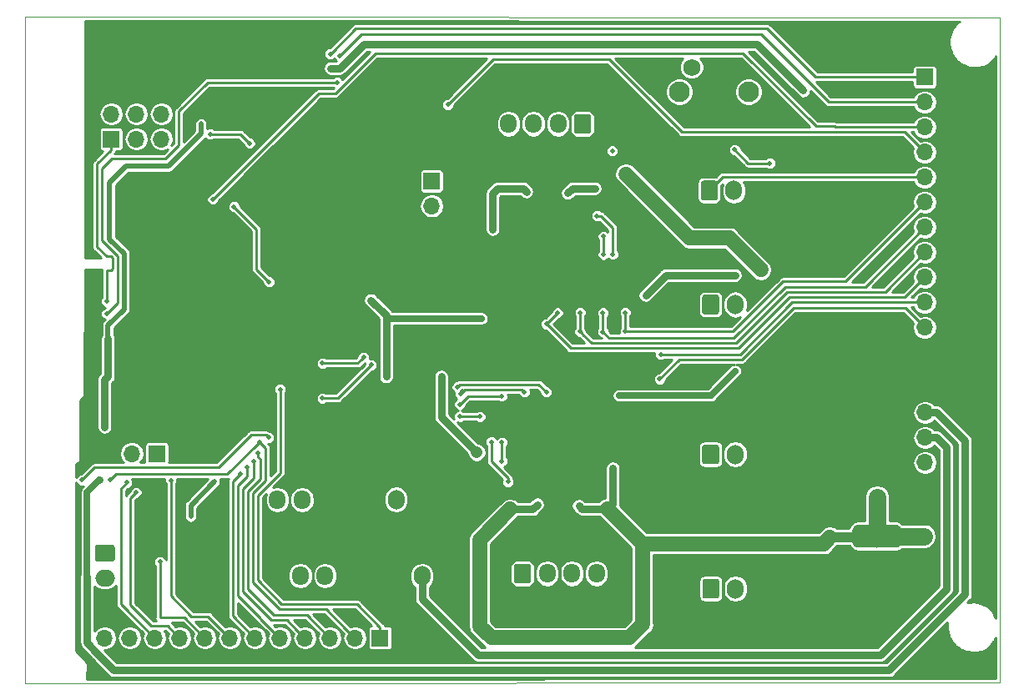
<source format=gbr>
G04 #@! TF.GenerationSoftware,KiCad,Pcbnew,(6.0.0-rc1-dev-1030-g80d50d98b)*
G04 #@! TF.CreationDate,2019-04-03T20:49:04-06:00*
G04 #@! TF.ProjectId,airmed_board_w3.1,6169726D65645F626F6172645F77332E,rev?*
G04 #@! TF.SameCoordinates,Original*
G04 #@! TF.FileFunction,Copper,L2,Bot*
G04 #@! TF.FilePolarity,Positive*
%FSLAX46Y46*%
G04 Gerber Fmt 4.6, Leading zero omitted, Abs format (unit mm)*
G04 Created by KiCad (PCBNEW (6.0.0-rc1-dev-1030-g80d50d98b)) date Wednesday, April 03, 2019 at 08:49:04 PM*
%MOMM*%
%LPD*%
G01*
G04 APERTURE LIST*
G04 #@! TA.AperFunction,NonConductor*
%ADD10C,0.050000*%
G04 #@! TD*
G04 #@! TA.AperFunction,ComponentPad*
%ADD11O,1.700000X1.700000*%
G04 #@! TD*
G04 #@! TA.AperFunction,ComponentPad*
%ADD12R,1.700000X1.700000*%
G04 #@! TD*
G04 #@! TA.AperFunction,Conductor*
%ADD13C,0.020000*%
G04 #@! TD*
G04 #@! TA.AperFunction,Conductor*
%ADD14C,2.500000*%
G04 #@! TD*
G04 #@! TA.AperFunction,ViaPad*
%ADD15C,0.500000*%
G04 #@! TD*
G04 #@! TA.AperFunction,ComponentPad*
%ADD16C,2.100000*%
G04 #@! TD*
G04 #@! TA.AperFunction,ComponentPad*
%ADD17C,1.750000*%
G04 #@! TD*
G04 #@! TA.AperFunction,ComponentPad*
%ADD18O,1.700000X1.950000*%
G04 #@! TD*
G04 #@! TA.AperFunction,ComponentPad*
%ADD19C,1.700000*%
G04 #@! TD*
G04 #@! TA.AperFunction,ComponentPad*
%ADD20O,2.000000X1.700000*%
G04 #@! TD*
G04 #@! TA.AperFunction,ComponentPad*
%ADD21O,1.700000X2.000000*%
G04 #@! TD*
G04 #@! TA.AperFunction,ComponentPad*
%ADD22C,2.300000*%
G04 #@! TD*
G04 #@! TA.AperFunction,ViaPad*
%ADD23C,0.508000*%
G04 #@! TD*
G04 #@! TA.AperFunction,Conductor*
%ADD24C,0.254000*%
G04 #@! TD*
G04 #@! TA.AperFunction,Conductor*
%ADD25C,0.762000*%
G04 #@! TD*
G04 #@! TA.AperFunction,Conductor*
%ADD26C,1.143000*%
G04 #@! TD*
G04 #@! TA.AperFunction,Conductor*
%ADD27C,0.635000*%
G04 #@! TD*
G04 #@! TA.AperFunction,Conductor*
%ADD28C,0.508000*%
G04 #@! TD*
G04 #@! TA.AperFunction,Conductor*
%ADD29C,1.016000*%
G04 #@! TD*
G04 #@! TA.AperFunction,Conductor*
%ADD30C,1.778000*%
G04 #@! TD*
G04 #@! TA.AperFunction,Conductor*
%ADD31C,1.524000*%
G04 #@! TD*
G04 APERTURE END LIST*
D10*
X196321680Y-137459720D02*
X97378520Y-137525760D01*
X196321680Y-69966840D02*
X196321680Y-137459720D01*
X97444560Y-69880480D02*
X196321680Y-69966840D01*
X97378520Y-137525760D02*
X97444560Y-69880480D01*
D11*
G04 #@! TO.P,J7,11*
G04 #@! TO.N,Err_LED*
X188686440Y-101427280D03*
G04 #@! TO.P,J7,10*
G04 #@! TO.N,GPIO14*
X188686440Y-98887280D03*
G04 #@! TO.P,J7,9*
G04 #@! TO.N,GPIO13*
X188686440Y-96347280D03*
G04 #@! TO.P,J7,8*
G04 #@! TO.N,GPIO12*
X188686440Y-93807280D03*
G04 #@! TO.P,J7,7*
G04 #@! TO.N,GPIO17*
X188686440Y-91267280D03*
G04 #@! TO.P,J7,6*
G04 #@! TO.N,GPIO16*
X188686440Y-88727280D03*
G04 #@! TO.P,J7,5*
G04 #@! TO.N,GPIO15*
X188686440Y-86187280D03*
G04 #@! TO.P,J7,4*
G04 #@! TO.N,GPIO22*
X188686440Y-83647280D03*
G04 #@! TO.P,J7,3*
G04 #@! TO.N,GPIO28*
X188686440Y-81107280D03*
G04 #@! TO.P,J7,2*
G04 #@! TO.N,GPIO26*
X188686440Y-78567280D03*
D12*
G04 #@! TO.P,J7,1*
G04 #@! TO.N,GPIO27*
X188686440Y-76027280D03*
G04 #@! TD*
D11*
G04 #@! TO.P,J5,4*
G04 #@! TO.N,+12V*
X188711840Y-115133120D03*
G04 #@! TO.P,J5,3*
G04 #@! TO.N,+5V*
X188711840Y-112593120D03*
G04 #@! TO.P,J5,2*
G04 #@! TO.N,+3V3*
X188711840Y-110053120D03*
D12*
G04 #@! TO.P,J5,1*
G04 #@! TO.N,GND*
X188711840Y-107513120D03*
G04 #@! TD*
D11*
G04 #@! TO.P,J1,2*
G04 #@! TO.N,GPIO1*
X108247180Y-114241580D03*
D12*
G04 #@! TO.P,J1,1*
G04 #@! TO.N,GPIO2*
X110787180Y-114241580D03*
G04 #@! TD*
D13*
G04 #@! TO.N,GND*
G04 #@! TO.C,U4*
G36*
X151295984Y-89688284D02*
X151320253Y-89691884D01*
X151344051Y-89697845D01*
X151367151Y-89706110D01*
X151389329Y-89716600D01*
X151410373Y-89729213D01*
X151430078Y-89743827D01*
X151448257Y-89760303D01*
X151464733Y-89778482D01*
X151479347Y-89798187D01*
X151491960Y-89819231D01*
X151502450Y-89841409D01*
X151510715Y-89864509D01*
X151516676Y-89888307D01*
X151520276Y-89912576D01*
X151521480Y-89937080D01*
X151521480Y-91937080D01*
X151520276Y-91961584D01*
X151516676Y-91985853D01*
X151510715Y-92009651D01*
X151502450Y-92032751D01*
X151491960Y-92054929D01*
X151479347Y-92075973D01*
X151464733Y-92095678D01*
X151448257Y-92113857D01*
X151430078Y-92130333D01*
X151410373Y-92144947D01*
X151389329Y-92157560D01*
X151367151Y-92168050D01*
X151344051Y-92176315D01*
X151320253Y-92182276D01*
X151295984Y-92185876D01*
X151271480Y-92187080D01*
X149271480Y-92187080D01*
X149246976Y-92185876D01*
X149222707Y-92182276D01*
X149198909Y-92176315D01*
X149175809Y-92168050D01*
X149153631Y-92157560D01*
X149132587Y-92144947D01*
X149112882Y-92130333D01*
X149094703Y-92113857D01*
X149078227Y-92095678D01*
X149063613Y-92075973D01*
X149051000Y-92054929D01*
X149040510Y-92032751D01*
X149032245Y-92009651D01*
X149026284Y-91985853D01*
X149022684Y-91961584D01*
X149021480Y-91937080D01*
X149021480Y-89937080D01*
X149022684Y-89912576D01*
X149026284Y-89888307D01*
X149032245Y-89864509D01*
X149040510Y-89841409D01*
X149051000Y-89819231D01*
X149063613Y-89798187D01*
X149078227Y-89778482D01*
X149094703Y-89760303D01*
X149112882Y-89743827D01*
X149132587Y-89729213D01*
X149153631Y-89716600D01*
X149175809Y-89706110D01*
X149198909Y-89697845D01*
X149222707Y-89691884D01*
X149246976Y-89688284D01*
X149271480Y-89687080D01*
X151271480Y-89687080D01*
X151295984Y-89688284D01*
X151295984Y-89688284D01*
G37*
D14*
X150271480Y-90937080D03*
D15*
X151271480Y-91937080D03*
X150271480Y-91937080D03*
X149271480Y-91937080D03*
X151271480Y-90937080D03*
X150271480Y-90937080D03*
X149271480Y-90937080D03*
X151271480Y-89937080D03*
X150271480Y-89937080D03*
X149271480Y-89937080D03*
G04 #@! TD*
D13*
G04 #@! TO.N,GND*
G04 #@! TO.C,U3*
G36*
X152616784Y-114999384D02*
X152641053Y-115002984D01*
X152664851Y-115008945D01*
X152687951Y-115017210D01*
X152710129Y-115027700D01*
X152731173Y-115040313D01*
X152750878Y-115054927D01*
X152769057Y-115071403D01*
X152785533Y-115089582D01*
X152800147Y-115109287D01*
X152812760Y-115130331D01*
X152823250Y-115152509D01*
X152831515Y-115175609D01*
X152837476Y-115199407D01*
X152841076Y-115223676D01*
X152842280Y-115248180D01*
X152842280Y-117248180D01*
X152841076Y-117272684D01*
X152837476Y-117296953D01*
X152831515Y-117320751D01*
X152823250Y-117343851D01*
X152812760Y-117366029D01*
X152800147Y-117387073D01*
X152785533Y-117406778D01*
X152769057Y-117424957D01*
X152750878Y-117441433D01*
X152731173Y-117456047D01*
X152710129Y-117468660D01*
X152687951Y-117479150D01*
X152664851Y-117487415D01*
X152641053Y-117493376D01*
X152616784Y-117496976D01*
X152592280Y-117498180D01*
X150592280Y-117498180D01*
X150567776Y-117496976D01*
X150543507Y-117493376D01*
X150519709Y-117487415D01*
X150496609Y-117479150D01*
X150474431Y-117468660D01*
X150453387Y-117456047D01*
X150433682Y-117441433D01*
X150415503Y-117424957D01*
X150399027Y-117406778D01*
X150384413Y-117387073D01*
X150371800Y-117366029D01*
X150361310Y-117343851D01*
X150353045Y-117320751D01*
X150347084Y-117296953D01*
X150343484Y-117272684D01*
X150342280Y-117248180D01*
X150342280Y-115248180D01*
X150343484Y-115223676D01*
X150347084Y-115199407D01*
X150353045Y-115175609D01*
X150361310Y-115152509D01*
X150371800Y-115130331D01*
X150384413Y-115109287D01*
X150399027Y-115089582D01*
X150415503Y-115071403D01*
X150433682Y-115054927D01*
X150453387Y-115040313D01*
X150474431Y-115027700D01*
X150496609Y-115017210D01*
X150519709Y-115008945D01*
X150543507Y-115002984D01*
X150567776Y-114999384D01*
X150592280Y-114998180D01*
X152592280Y-114998180D01*
X152616784Y-114999384D01*
X152616784Y-114999384D01*
G37*
D14*
X151592280Y-116248180D03*
D15*
X150592280Y-115248180D03*
X151592280Y-115248180D03*
X152592280Y-115248180D03*
X150592280Y-116248180D03*
X151592280Y-116248180D03*
X152592280Y-116248180D03*
X150592280Y-117248180D03*
X151592280Y-117248180D03*
X152592280Y-117248180D03*
G04 #@! TD*
D16*
G04 #@! TO.P,SW1,*
G04 #@! TO.N,*
X163804280Y-77516520D03*
D17*
G04 #@! TO.P,SW1,1*
G04 #@! TO.N,nRESET*
X165054280Y-75026520D03*
G04 #@! TO.P,SW1,2*
G04 #@! TO.N,GND*
X169554280Y-75026520D03*
D16*
G04 #@! TO.P,SW1,*
G04 #@! TO.N,*
X170814280Y-77516520D03*
G04 #@! TD*
D18*
G04 #@! TO.P,J19,4*
G04 #@! TO.N,OUT2B*
X155383880Y-126408180D03*
G04 #@! TO.P,J19,3*
G04 #@! TO.N,OUT2A*
X152883880Y-126408180D03*
G04 #@! TO.P,J19,2*
G04 #@! TO.N,OUT1A*
X150383880Y-126408180D03*
D13*
G04 #@! TD*
G04 #@! TO.N,OUT1B*
G04 #@! TO.C,J19*
G36*
X148508384Y-125434384D02*
X148532653Y-125437984D01*
X148556451Y-125443945D01*
X148579551Y-125452210D01*
X148601729Y-125462700D01*
X148622773Y-125475313D01*
X148642478Y-125489927D01*
X148660657Y-125506403D01*
X148677133Y-125524582D01*
X148691747Y-125544287D01*
X148704360Y-125565331D01*
X148714850Y-125587509D01*
X148723115Y-125610609D01*
X148729076Y-125634407D01*
X148732676Y-125658676D01*
X148733880Y-125683180D01*
X148733880Y-127133180D01*
X148732676Y-127157684D01*
X148729076Y-127181953D01*
X148723115Y-127205751D01*
X148714850Y-127228851D01*
X148704360Y-127251029D01*
X148691747Y-127272073D01*
X148677133Y-127291778D01*
X148660657Y-127309957D01*
X148642478Y-127326433D01*
X148622773Y-127341047D01*
X148601729Y-127353660D01*
X148579551Y-127364150D01*
X148556451Y-127372415D01*
X148532653Y-127378376D01*
X148508384Y-127381976D01*
X148483880Y-127383180D01*
X147283880Y-127383180D01*
X147259376Y-127381976D01*
X147235107Y-127378376D01*
X147211309Y-127372415D01*
X147188209Y-127364150D01*
X147166031Y-127353660D01*
X147144987Y-127341047D01*
X147125282Y-127326433D01*
X147107103Y-127309957D01*
X147090627Y-127291778D01*
X147076013Y-127272073D01*
X147063400Y-127251029D01*
X147052910Y-127228851D01*
X147044645Y-127205751D01*
X147038684Y-127181953D01*
X147035084Y-127157684D01*
X147033880Y-127133180D01*
X147033880Y-125683180D01*
X147035084Y-125658676D01*
X147038684Y-125634407D01*
X147044645Y-125610609D01*
X147052910Y-125587509D01*
X147063400Y-125565331D01*
X147076013Y-125544287D01*
X147090627Y-125524582D01*
X147107103Y-125506403D01*
X147125282Y-125489927D01*
X147144987Y-125475313D01*
X147166031Y-125462700D01*
X147188209Y-125452210D01*
X147211309Y-125443945D01*
X147235107Y-125437984D01*
X147259376Y-125434384D01*
X147283880Y-125433180D01*
X148483880Y-125433180D01*
X148508384Y-125434384D01*
X148508384Y-125434384D01*
G37*
D19*
G04 #@! TO.P,J19,1*
G04 #@! TO.N,OUT1B*
X147883880Y-126408180D03*
G04 #@! TD*
D18*
G04 #@! TO.P,J18,4*
G04 #@! TO.N,D2_OUT2B*
X146479880Y-80777080D03*
G04 #@! TO.P,J18,3*
G04 #@! TO.N,D2_OUT2A*
X148979880Y-80777080D03*
G04 #@! TO.P,J18,2*
G04 #@! TO.N,D2_OUT1A*
X151479880Y-80777080D03*
D13*
G04 #@! TD*
G04 #@! TO.N,D2_OUT1B*
G04 #@! TO.C,J18*
G36*
X154604384Y-79803284D02*
X154628653Y-79806884D01*
X154652451Y-79812845D01*
X154675551Y-79821110D01*
X154697729Y-79831600D01*
X154718773Y-79844213D01*
X154738478Y-79858827D01*
X154756657Y-79875303D01*
X154773133Y-79893482D01*
X154787747Y-79913187D01*
X154800360Y-79934231D01*
X154810850Y-79956409D01*
X154819115Y-79979509D01*
X154825076Y-80003307D01*
X154828676Y-80027576D01*
X154829880Y-80052080D01*
X154829880Y-81502080D01*
X154828676Y-81526584D01*
X154825076Y-81550853D01*
X154819115Y-81574651D01*
X154810850Y-81597751D01*
X154800360Y-81619929D01*
X154787747Y-81640973D01*
X154773133Y-81660678D01*
X154756657Y-81678857D01*
X154738478Y-81695333D01*
X154718773Y-81709947D01*
X154697729Y-81722560D01*
X154675551Y-81733050D01*
X154652451Y-81741315D01*
X154628653Y-81747276D01*
X154604384Y-81750876D01*
X154579880Y-81752080D01*
X153379880Y-81752080D01*
X153355376Y-81750876D01*
X153331107Y-81747276D01*
X153307309Y-81741315D01*
X153284209Y-81733050D01*
X153262031Y-81722560D01*
X153240987Y-81709947D01*
X153221282Y-81695333D01*
X153203103Y-81678857D01*
X153186627Y-81660678D01*
X153172013Y-81640973D01*
X153159400Y-81619929D01*
X153148910Y-81597751D01*
X153140645Y-81574651D01*
X153134684Y-81550853D01*
X153131084Y-81526584D01*
X153129880Y-81502080D01*
X153129880Y-80052080D01*
X153131084Y-80027576D01*
X153134684Y-80003307D01*
X153140645Y-79979509D01*
X153148910Y-79956409D01*
X153159400Y-79934231D01*
X153172013Y-79913187D01*
X153186627Y-79893482D01*
X153203103Y-79875303D01*
X153221282Y-79858827D01*
X153240987Y-79844213D01*
X153262031Y-79831600D01*
X153284209Y-79821110D01*
X153307309Y-79812845D01*
X153331107Y-79806884D01*
X153355376Y-79803284D01*
X153379880Y-79802080D01*
X154579880Y-79802080D01*
X154604384Y-79803284D01*
X154604384Y-79803284D01*
G37*
D19*
G04 #@! TO.P,J18,1*
G04 #@! TO.N,D2_OUT1B*
X153979880Y-80777080D03*
G04 #@! TD*
D20*
G04 #@! TO.P,J17,2*
G04 #@! TO.N,+12V*
X105521760Y-126843160D03*
D13*
G04 #@! TD*
G04 #@! TO.N,Net-(D6-Pad2)*
G04 #@! TO.C,J17*
G36*
X106296264Y-123494364D02*
X106320533Y-123497964D01*
X106344331Y-123503925D01*
X106367431Y-123512190D01*
X106389609Y-123522680D01*
X106410653Y-123535293D01*
X106430358Y-123549907D01*
X106448537Y-123566383D01*
X106465013Y-123584562D01*
X106479627Y-123604267D01*
X106492240Y-123625311D01*
X106502730Y-123647489D01*
X106510995Y-123670589D01*
X106516956Y-123694387D01*
X106520556Y-123718656D01*
X106521760Y-123743160D01*
X106521760Y-124943160D01*
X106520556Y-124967664D01*
X106516956Y-124991933D01*
X106510995Y-125015731D01*
X106502730Y-125038831D01*
X106492240Y-125061009D01*
X106479627Y-125082053D01*
X106465013Y-125101758D01*
X106448537Y-125119937D01*
X106430358Y-125136413D01*
X106410653Y-125151027D01*
X106389609Y-125163640D01*
X106367431Y-125174130D01*
X106344331Y-125182395D01*
X106320533Y-125188356D01*
X106296264Y-125191956D01*
X106271760Y-125193160D01*
X104771760Y-125193160D01*
X104747256Y-125191956D01*
X104722987Y-125188356D01*
X104699189Y-125182395D01*
X104676089Y-125174130D01*
X104653911Y-125163640D01*
X104632867Y-125151027D01*
X104613162Y-125136413D01*
X104594983Y-125119937D01*
X104578507Y-125101758D01*
X104563893Y-125082053D01*
X104551280Y-125061009D01*
X104540790Y-125038831D01*
X104532525Y-125015731D01*
X104526564Y-124991933D01*
X104522964Y-124967664D01*
X104521760Y-124943160D01*
X104521760Y-123743160D01*
X104522964Y-123718656D01*
X104526564Y-123694387D01*
X104532525Y-123670589D01*
X104540790Y-123647489D01*
X104551280Y-123625311D01*
X104563893Y-123604267D01*
X104578507Y-123584562D01*
X104594983Y-123566383D01*
X104613162Y-123549907D01*
X104632867Y-123535293D01*
X104653911Y-123522680D01*
X104676089Y-123512190D01*
X104699189Y-123503925D01*
X104722987Y-123497964D01*
X104747256Y-123494364D01*
X104771760Y-123493160D01*
X106271760Y-123493160D01*
X106296264Y-123494364D01*
X106296264Y-123494364D01*
G37*
D19*
G04 #@! TO.P,J17,1*
G04 #@! TO.N,Net-(D6-Pad2)*
X105521760Y-124343160D03*
G04 #@! TD*
D18*
G04 #@! TO.P,J16,3*
G04 #@! TO.N,+5V*
X127854720Y-126629160D03*
G04 #@! TO.P,J16,2*
G04 #@! TO.N,Net-(J16-Pad2)*
X125354720Y-126629160D03*
D13*
G04 #@! TD*
G04 #@! TO.N,GND*
G04 #@! TO.C,J16*
G36*
X123479224Y-125655364D02*
X123503493Y-125658964D01*
X123527291Y-125664925D01*
X123550391Y-125673190D01*
X123572569Y-125683680D01*
X123593613Y-125696293D01*
X123613318Y-125710907D01*
X123631497Y-125727383D01*
X123647973Y-125745562D01*
X123662587Y-125765267D01*
X123675200Y-125786311D01*
X123685690Y-125808489D01*
X123693955Y-125831589D01*
X123699916Y-125855387D01*
X123703516Y-125879656D01*
X123704720Y-125904160D01*
X123704720Y-127354160D01*
X123703516Y-127378664D01*
X123699916Y-127402933D01*
X123693955Y-127426731D01*
X123685690Y-127449831D01*
X123675200Y-127472009D01*
X123662587Y-127493053D01*
X123647973Y-127512758D01*
X123631497Y-127530937D01*
X123613318Y-127547413D01*
X123593613Y-127562027D01*
X123572569Y-127574640D01*
X123550391Y-127585130D01*
X123527291Y-127593395D01*
X123503493Y-127599356D01*
X123479224Y-127602956D01*
X123454720Y-127604160D01*
X122254720Y-127604160D01*
X122230216Y-127602956D01*
X122205947Y-127599356D01*
X122182149Y-127593395D01*
X122159049Y-127585130D01*
X122136871Y-127574640D01*
X122115827Y-127562027D01*
X122096122Y-127547413D01*
X122077943Y-127530937D01*
X122061467Y-127512758D01*
X122046853Y-127493053D01*
X122034240Y-127472009D01*
X122023750Y-127449831D01*
X122015485Y-127426731D01*
X122009524Y-127402933D01*
X122005924Y-127378664D01*
X122004720Y-127354160D01*
X122004720Y-125904160D01*
X122005924Y-125879656D01*
X122009524Y-125855387D01*
X122015485Y-125831589D01*
X122023750Y-125808489D01*
X122034240Y-125786311D01*
X122046853Y-125765267D01*
X122061467Y-125745562D01*
X122077943Y-125727383D01*
X122096122Y-125710907D01*
X122115827Y-125696293D01*
X122136871Y-125683680D01*
X122159049Y-125673190D01*
X122182149Y-125664925D01*
X122205947Y-125658964D01*
X122230216Y-125655364D01*
X122254720Y-125654160D01*
X123454720Y-125654160D01*
X123479224Y-125655364D01*
X123479224Y-125655364D01*
G37*
D19*
G04 #@! TO.P,J16,1*
G04 #@! TO.N,GND*
X122854720Y-126629160D03*
G04 #@! TD*
D21*
G04 #@! TO.P,J15,2*
G04 #@! TO.N,+5V*
X137678800Y-126659640D03*
D13*
G04 #@! TD*
G04 #@! TO.N,GND*
G04 #@! TO.C,J15*
G36*
X135803304Y-125660844D02*
X135827573Y-125664444D01*
X135851371Y-125670405D01*
X135874471Y-125678670D01*
X135896649Y-125689160D01*
X135917693Y-125701773D01*
X135937398Y-125716387D01*
X135955577Y-125732863D01*
X135972053Y-125751042D01*
X135986667Y-125770747D01*
X135999280Y-125791791D01*
X136009770Y-125813969D01*
X136018035Y-125837069D01*
X136023996Y-125860867D01*
X136027596Y-125885136D01*
X136028800Y-125909640D01*
X136028800Y-127409640D01*
X136027596Y-127434144D01*
X136023996Y-127458413D01*
X136018035Y-127482211D01*
X136009770Y-127505311D01*
X135999280Y-127527489D01*
X135986667Y-127548533D01*
X135972053Y-127568238D01*
X135955577Y-127586417D01*
X135937398Y-127602893D01*
X135917693Y-127617507D01*
X135896649Y-127630120D01*
X135874471Y-127640610D01*
X135851371Y-127648875D01*
X135827573Y-127654836D01*
X135803304Y-127658436D01*
X135778800Y-127659640D01*
X134578800Y-127659640D01*
X134554296Y-127658436D01*
X134530027Y-127654836D01*
X134506229Y-127648875D01*
X134483129Y-127640610D01*
X134460951Y-127630120D01*
X134439907Y-127617507D01*
X134420202Y-127602893D01*
X134402023Y-127586417D01*
X134385547Y-127568238D01*
X134370933Y-127548533D01*
X134358320Y-127527489D01*
X134347830Y-127505311D01*
X134339565Y-127482211D01*
X134333604Y-127458413D01*
X134330004Y-127434144D01*
X134328800Y-127409640D01*
X134328800Y-125909640D01*
X134330004Y-125885136D01*
X134333604Y-125860867D01*
X134339565Y-125837069D01*
X134347830Y-125813969D01*
X134358320Y-125791791D01*
X134370933Y-125770747D01*
X134385547Y-125751042D01*
X134402023Y-125732863D01*
X134420202Y-125716387D01*
X134439907Y-125701773D01*
X134460951Y-125689160D01*
X134483129Y-125678670D01*
X134506229Y-125670405D01*
X134530027Y-125664444D01*
X134554296Y-125660844D01*
X134578800Y-125659640D01*
X135778800Y-125659640D01*
X135803304Y-125660844D01*
X135803304Y-125660844D01*
G37*
D19*
G04 #@! TO.P,J15,1*
G04 #@! TO.N,GND*
X135178800Y-126659640D03*
G04 #@! TD*
D18*
G04 #@! TO.P,J14,3*
G04 #@! TO.N,+5V*
X123026160Y-118932960D03*
G04 #@! TO.P,J14,2*
G04 #@! TO.N,Net-(J14-Pad2)*
X125526160Y-118932960D03*
D13*
G04 #@! TD*
G04 #@! TO.N,GND*
G04 #@! TO.C,J14*
G36*
X128650664Y-117959164D02*
X128674933Y-117962764D01*
X128698731Y-117968725D01*
X128721831Y-117976990D01*
X128744009Y-117987480D01*
X128765053Y-118000093D01*
X128784758Y-118014707D01*
X128802937Y-118031183D01*
X128819413Y-118049362D01*
X128834027Y-118069067D01*
X128846640Y-118090111D01*
X128857130Y-118112289D01*
X128865395Y-118135389D01*
X128871356Y-118159187D01*
X128874956Y-118183456D01*
X128876160Y-118207960D01*
X128876160Y-119657960D01*
X128874956Y-119682464D01*
X128871356Y-119706733D01*
X128865395Y-119730531D01*
X128857130Y-119753631D01*
X128846640Y-119775809D01*
X128834027Y-119796853D01*
X128819413Y-119816558D01*
X128802937Y-119834737D01*
X128784758Y-119851213D01*
X128765053Y-119865827D01*
X128744009Y-119878440D01*
X128721831Y-119888930D01*
X128698731Y-119897195D01*
X128674933Y-119903156D01*
X128650664Y-119906756D01*
X128626160Y-119907960D01*
X127426160Y-119907960D01*
X127401656Y-119906756D01*
X127377387Y-119903156D01*
X127353589Y-119897195D01*
X127330489Y-119888930D01*
X127308311Y-119878440D01*
X127287267Y-119865827D01*
X127267562Y-119851213D01*
X127249383Y-119834737D01*
X127232907Y-119816558D01*
X127218293Y-119796853D01*
X127205680Y-119775809D01*
X127195190Y-119753631D01*
X127186925Y-119730531D01*
X127180964Y-119706733D01*
X127177364Y-119682464D01*
X127176160Y-119657960D01*
X127176160Y-118207960D01*
X127177364Y-118183456D01*
X127180964Y-118159187D01*
X127186925Y-118135389D01*
X127195190Y-118112289D01*
X127205680Y-118090111D01*
X127218293Y-118069067D01*
X127232907Y-118049362D01*
X127249383Y-118031183D01*
X127267562Y-118014707D01*
X127287267Y-118000093D01*
X127308311Y-117987480D01*
X127330489Y-117976990D01*
X127353589Y-117968725D01*
X127377387Y-117962764D01*
X127401656Y-117959164D01*
X127426160Y-117957960D01*
X128626160Y-117957960D01*
X128650664Y-117959164D01*
X128650664Y-117959164D01*
G37*
D19*
G04 #@! TO.P,J14,1*
G04 #@! TO.N,GND*
X128026160Y-118932960D03*
G04 #@! TD*
D21*
G04 #@! TO.P,J13,2*
G04 #@! TO.N,+5V*
X135061320Y-118912640D03*
D13*
G04 #@! TD*
G04 #@! TO.N,GND*
G04 #@! TO.C,J13*
G36*
X138185824Y-117913844D02*
X138210093Y-117917444D01*
X138233891Y-117923405D01*
X138256991Y-117931670D01*
X138279169Y-117942160D01*
X138300213Y-117954773D01*
X138319918Y-117969387D01*
X138338097Y-117985863D01*
X138354573Y-118004042D01*
X138369187Y-118023747D01*
X138381800Y-118044791D01*
X138392290Y-118066969D01*
X138400555Y-118090069D01*
X138406516Y-118113867D01*
X138410116Y-118138136D01*
X138411320Y-118162640D01*
X138411320Y-119662640D01*
X138410116Y-119687144D01*
X138406516Y-119711413D01*
X138400555Y-119735211D01*
X138392290Y-119758311D01*
X138381800Y-119780489D01*
X138369187Y-119801533D01*
X138354573Y-119821238D01*
X138338097Y-119839417D01*
X138319918Y-119855893D01*
X138300213Y-119870507D01*
X138279169Y-119883120D01*
X138256991Y-119893610D01*
X138233891Y-119901875D01*
X138210093Y-119907836D01*
X138185824Y-119911436D01*
X138161320Y-119912640D01*
X136961320Y-119912640D01*
X136936816Y-119911436D01*
X136912547Y-119907836D01*
X136888749Y-119901875D01*
X136865649Y-119893610D01*
X136843471Y-119883120D01*
X136822427Y-119870507D01*
X136802722Y-119855893D01*
X136784543Y-119839417D01*
X136768067Y-119821238D01*
X136753453Y-119801533D01*
X136740840Y-119780489D01*
X136730350Y-119758311D01*
X136722085Y-119735211D01*
X136716124Y-119711413D01*
X136712524Y-119687144D01*
X136711320Y-119662640D01*
X136711320Y-118162640D01*
X136712524Y-118138136D01*
X136716124Y-118113867D01*
X136722085Y-118090069D01*
X136730350Y-118066969D01*
X136740840Y-118044791D01*
X136753453Y-118023747D01*
X136768067Y-118004042D01*
X136784543Y-117985863D01*
X136802722Y-117969387D01*
X136822427Y-117954773D01*
X136843471Y-117942160D01*
X136865649Y-117931670D01*
X136888749Y-117923405D01*
X136912547Y-117917444D01*
X136936816Y-117913844D01*
X136961320Y-117912640D01*
X138161320Y-117912640D01*
X138185824Y-117913844D01*
X138185824Y-117913844D01*
G37*
D19*
G04 #@! TO.P,J13,1*
G04 #@! TO.N,GND*
X137561320Y-118912640D03*
G04 #@! TD*
D21*
G04 #@! TO.P,J12,2*
G04 #@! TO.N,+5V*
X169469440Y-114320320D03*
D13*
G04 #@! TD*
G04 #@! TO.N,Net-(J12-Pad1)*
G04 #@! TO.C,J12*
G36*
X167593944Y-113321524D02*
X167618213Y-113325124D01*
X167642011Y-113331085D01*
X167665111Y-113339350D01*
X167687289Y-113349840D01*
X167708333Y-113362453D01*
X167728038Y-113377067D01*
X167746217Y-113393543D01*
X167762693Y-113411722D01*
X167777307Y-113431427D01*
X167789920Y-113452471D01*
X167800410Y-113474649D01*
X167808675Y-113497749D01*
X167814636Y-113521547D01*
X167818236Y-113545816D01*
X167819440Y-113570320D01*
X167819440Y-115070320D01*
X167818236Y-115094824D01*
X167814636Y-115119093D01*
X167808675Y-115142891D01*
X167800410Y-115165991D01*
X167789920Y-115188169D01*
X167777307Y-115209213D01*
X167762693Y-115228918D01*
X167746217Y-115247097D01*
X167728038Y-115263573D01*
X167708333Y-115278187D01*
X167687289Y-115290800D01*
X167665111Y-115301290D01*
X167642011Y-115309555D01*
X167618213Y-115315516D01*
X167593944Y-115319116D01*
X167569440Y-115320320D01*
X166369440Y-115320320D01*
X166344936Y-115319116D01*
X166320667Y-115315516D01*
X166296869Y-115309555D01*
X166273769Y-115301290D01*
X166251591Y-115290800D01*
X166230547Y-115278187D01*
X166210842Y-115263573D01*
X166192663Y-115247097D01*
X166176187Y-115228918D01*
X166161573Y-115209213D01*
X166148960Y-115188169D01*
X166138470Y-115165991D01*
X166130205Y-115142891D01*
X166124244Y-115119093D01*
X166120644Y-115094824D01*
X166119440Y-115070320D01*
X166119440Y-113570320D01*
X166120644Y-113545816D01*
X166124244Y-113521547D01*
X166130205Y-113497749D01*
X166138470Y-113474649D01*
X166148960Y-113452471D01*
X166161573Y-113431427D01*
X166176187Y-113411722D01*
X166192663Y-113393543D01*
X166210842Y-113377067D01*
X166230547Y-113362453D01*
X166251591Y-113349840D01*
X166273769Y-113339350D01*
X166296869Y-113331085D01*
X166320667Y-113325124D01*
X166344936Y-113321524D01*
X166369440Y-113320320D01*
X167569440Y-113320320D01*
X167593944Y-113321524D01*
X167593944Y-113321524D01*
G37*
D19*
G04 #@! TO.P,J12,1*
G04 #@! TO.N,Net-(J12-Pad1)*
X166969440Y-114320320D03*
G04 #@! TD*
D21*
G04 #@! TO.P,J11,2*
G04 #@! TO.N,+5V*
X169477060Y-127944880D03*
D13*
G04 #@! TD*
G04 #@! TO.N,Net-(J11-Pad1)*
G04 #@! TO.C,J11*
G36*
X167601564Y-126946084D02*
X167625833Y-126949684D01*
X167649631Y-126955645D01*
X167672731Y-126963910D01*
X167694909Y-126974400D01*
X167715953Y-126987013D01*
X167735658Y-127001627D01*
X167753837Y-127018103D01*
X167770313Y-127036282D01*
X167784927Y-127055987D01*
X167797540Y-127077031D01*
X167808030Y-127099209D01*
X167816295Y-127122309D01*
X167822256Y-127146107D01*
X167825856Y-127170376D01*
X167827060Y-127194880D01*
X167827060Y-128694880D01*
X167825856Y-128719384D01*
X167822256Y-128743653D01*
X167816295Y-128767451D01*
X167808030Y-128790551D01*
X167797540Y-128812729D01*
X167784927Y-128833773D01*
X167770313Y-128853478D01*
X167753837Y-128871657D01*
X167735658Y-128888133D01*
X167715953Y-128902747D01*
X167694909Y-128915360D01*
X167672731Y-128925850D01*
X167649631Y-128934115D01*
X167625833Y-128940076D01*
X167601564Y-128943676D01*
X167577060Y-128944880D01*
X166377060Y-128944880D01*
X166352556Y-128943676D01*
X166328287Y-128940076D01*
X166304489Y-128934115D01*
X166281389Y-128925850D01*
X166259211Y-128915360D01*
X166238167Y-128902747D01*
X166218462Y-128888133D01*
X166200283Y-128871657D01*
X166183807Y-128853478D01*
X166169193Y-128833773D01*
X166156580Y-128812729D01*
X166146090Y-128790551D01*
X166137825Y-128767451D01*
X166131864Y-128743653D01*
X166128264Y-128719384D01*
X166127060Y-128694880D01*
X166127060Y-127194880D01*
X166128264Y-127170376D01*
X166131864Y-127146107D01*
X166137825Y-127122309D01*
X166146090Y-127099209D01*
X166156580Y-127077031D01*
X166169193Y-127055987D01*
X166183807Y-127036282D01*
X166200283Y-127018103D01*
X166218462Y-127001627D01*
X166238167Y-126987013D01*
X166259211Y-126974400D01*
X166281389Y-126963910D01*
X166304489Y-126955645D01*
X166328287Y-126949684D01*
X166352556Y-126946084D01*
X166377060Y-126944880D01*
X167577060Y-126944880D01*
X167601564Y-126946084D01*
X167601564Y-126946084D01*
G37*
D19*
G04 #@! TO.P,J11,1*
G04 #@! TO.N,Net-(J11-Pad1)*
X166977060Y-127944880D03*
G04 #@! TD*
D21*
G04 #@! TO.P,J10,2*
G04 #@! TO.N,+3V3*
X169469440Y-99110800D03*
D13*
G04 #@! TD*
G04 #@! TO.N,GPIO14*
G04 #@! TO.C,J10*
G36*
X167593944Y-98112004D02*
X167618213Y-98115604D01*
X167642011Y-98121565D01*
X167665111Y-98129830D01*
X167687289Y-98140320D01*
X167708333Y-98152933D01*
X167728038Y-98167547D01*
X167746217Y-98184023D01*
X167762693Y-98202202D01*
X167777307Y-98221907D01*
X167789920Y-98242951D01*
X167800410Y-98265129D01*
X167808675Y-98288229D01*
X167814636Y-98312027D01*
X167818236Y-98336296D01*
X167819440Y-98360800D01*
X167819440Y-99860800D01*
X167818236Y-99885304D01*
X167814636Y-99909573D01*
X167808675Y-99933371D01*
X167800410Y-99956471D01*
X167789920Y-99978649D01*
X167777307Y-99999693D01*
X167762693Y-100019398D01*
X167746217Y-100037577D01*
X167728038Y-100054053D01*
X167708333Y-100068667D01*
X167687289Y-100081280D01*
X167665111Y-100091770D01*
X167642011Y-100100035D01*
X167618213Y-100105996D01*
X167593944Y-100109596D01*
X167569440Y-100110800D01*
X166369440Y-100110800D01*
X166344936Y-100109596D01*
X166320667Y-100105996D01*
X166296869Y-100100035D01*
X166273769Y-100091770D01*
X166251591Y-100081280D01*
X166230547Y-100068667D01*
X166210842Y-100054053D01*
X166192663Y-100037577D01*
X166176187Y-100019398D01*
X166161573Y-99999693D01*
X166148960Y-99978649D01*
X166138470Y-99956471D01*
X166130205Y-99933371D01*
X166124244Y-99909573D01*
X166120644Y-99885304D01*
X166119440Y-99860800D01*
X166119440Y-98360800D01*
X166120644Y-98336296D01*
X166124244Y-98312027D01*
X166130205Y-98288229D01*
X166138470Y-98265129D01*
X166148960Y-98242951D01*
X166161573Y-98221907D01*
X166176187Y-98202202D01*
X166192663Y-98184023D01*
X166210842Y-98167547D01*
X166230547Y-98152933D01*
X166251591Y-98140320D01*
X166273769Y-98129830D01*
X166296869Y-98121565D01*
X166320667Y-98115604D01*
X166344936Y-98112004D01*
X166369440Y-98110800D01*
X167569440Y-98110800D01*
X167593944Y-98112004D01*
X167593944Y-98112004D01*
G37*
D19*
G04 #@! TO.P,J10,1*
G04 #@! TO.N,GPIO14*
X166969440Y-99110800D03*
G04 #@! TD*
D21*
G04 #@! TO.P,J9,2*
G04 #@! TO.N,+3V3*
X169322120Y-87538560D03*
D13*
G04 #@! TD*
G04 #@! TO.N,GPIO15*
G04 #@! TO.C,J9*
G36*
X167446624Y-86539764D02*
X167470893Y-86543364D01*
X167494691Y-86549325D01*
X167517791Y-86557590D01*
X167539969Y-86568080D01*
X167561013Y-86580693D01*
X167580718Y-86595307D01*
X167598897Y-86611783D01*
X167615373Y-86629962D01*
X167629987Y-86649667D01*
X167642600Y-86670711D01*
X167653090Y-86692889D01*
X167661355Y-86715989D01*
X167667316Y-86739787D01*
X167670916Y-86764056D01*
X167672120Y-86788560D01*
X167672120Y-88288560D01*
X167670916Y-88313064D01*
X167667316Y-88337333D01*
X167661355Y-88361131D01*
X167653090Y-88384231D01*
X167642600Y-88406409D01*
X167629987Y-88427453D01*
X167615373Y-88447158D01*
X167598897Y-88465337D01*
X167580718Y-88481813D01*
X167561013Y-88496427D01*
X167539969Y-88509040D01*
X167517791Y-88519530D01*
X167494691Y-88527795D01*
X167470893Y-88533756D01*
X167446624Y-88537356D01*
X167422120Y-88538560D01*
X166222120Y-88538560D01*
X166197616Y-88537356D01*
X166173347Y-88533756D01*
X166149549Y-88527795D01*
X166126449Y-88519530D01*
X166104271Y-88509040D01*
X166083227Y-88496427D01*
X166063522Y-88481813D01*
X166045343Y-88465337D01*
X166028867Y-88447158D01*
X166014253Y-88427453D01*
X166001640Y-88406409D01*
X165991150Y-88384231D01*
X165982885Y-88361131D01*
X165976924Y-88337333D01*
X165973324Y-88313064D01*
X165972120Y-88288560D01*
X165972120Y-86788560D01*
X165973324Y-86764056D01*
X165976924Y-86739787D01*
X165982885Y-86715989D01*
X165991150Y-86692889D01*
X166001640Y-86670711D01*
X166014253Y-86649667D01*
X166028867Y-86629962D01*
X166045343Y-86611783D01*
X166063522Y-86595307D01*
X166083227Y-86580693D01*
X166104271Y-86568080D01*
X166126449Y-86557590D01*
X166149549Y-86549325D01*
X166173347Y-86543364D01*
X166197616Y-86539764D01*
X166222120Y-86538560D01*
X167422120Y-86538560D01*
X167446624Y-86539764D01*
X167446624Y-86539764D01*
G37*
D19*
G04 #@! TO.P,J9,1*
G04 #@! TO.N,GPIO15*
X166822120Y-87538560D03*
G04 #@! TD*
D11*
G04 #@! TO.P,J8,2*
G04 #@! TO.N,Net-(IC2-Pad5)*
X138668760Y-89113360D03*
D12*
G04 #@! TO.P,J8,1*
G04 #@! TO.N,FLASH_MOSI*
X138668760Y-86573360D03*
G04 #@! TD*
D11*
G04 #@! TO.P,J6,12*
G04 #@! TO.N,GPIO30*
X105486200Y-132948680D03*
G04 #@! TO.P,J6,11*
G04 #@! TO.N,GPIO0*
X108026200Y-132948680D03*
G04 #@! TO.P,J6,10*
G04 #@! TO.N,GPIO1*
X110566200Y-132948680D03*
G04 #@! TO.P,J6,9*
G04 #@! TO.N,GPIO2*
X113106200Y-132948680D03*
G04 #@! TO.P,J6,8*
G04 #@! TO.N,BBSense2*
X115646200Y-132948680D03*
G04 #@! TO.P,J6,7*
G04 #@! TO.N,BBSense1*
X118186200Y-132948680D03*
G04 #@! TO.P,J6,6*
G04 #@! TO.N,GPIO5*
X120726200Y-132948680D03*
G04 #@! TO.P,J6,5*
G04 #@! TO.N,GPIO6*
X123266200Y-132948680D03*
G04 #@! TO.P,J6,4*
G04 #@! TO.N,GPIO7*
X125806200Y-132948680D03*
G04 #@! TO.P,J6,3*
G04 #@! TO.N,GPIO8*
X128346200Y-132948680D03*
G04 #@! TO.P,J6,2*
G04 #@! TO.N,BuzzCtrl*
X130886200Y-132948680D03*
D12*
G04 #@! TO.P,J6,1*
G04 #@! TO.N,GPIO10*
X133426200Y-132948680D03*
G04 #@! TD*
D11*
G04 #@! TO.P,J3,6*
G04 #@! TO.N,Net-(J3-Pad2)*
X111236760Y-79776320D03*
G04 #@! TO.P,J3,5*
G04 #@! TO.N,SOP2*
X111236760Y-82316320D03*
G04 #@! TO.P,J3,4*
G04 #@! TO.N,Net-(J3-Pad2)*
X108696760Y-79776320D03*
G04 #@! TO.P,J3,3*
G04 #@! TO.N,SOP1*
X108696760Y-82316320D03*
G04 #@! TO.P,J3,2*
G04 #@! TO.N,Net-(J3-Pad2)*
X106156760Y-79776320D03*
D12*
G04 #@! TO.P,J3,1*
G04 #@! TO.N,SOP0*
X106156760Y-82316320D03*
G04 #@! TD*
D13*
G04 #@! TO.N,GND*
G04 #@! TO.C,J2*
G36*
X185586720Y-127464409D02*
X185642537Y-127472688D01*
X185697274Y-127486399D01*
X185750403Y-127505409D01*
X185801413Y-127529535D01*
X185849813Y-127558545D01*
X185895136Y-127592159D01*
X185936946Y-127630054D01*
X185974841Y-127671864D01*
X186008455Y-127717187D01*
X186037465Y-127765587D01*
X186061591Y-127816597D01*
X186080601Y-127869726D01*
X186094312Y-127924463D01*
X186102591Y-127980280D01*
X186105360Y-128036640D01*
X186105360Y-129186640D01*
X186102591Y-129243000D01*
X186094312Y-129298817D01*
X186080601Y-129353554D01*
X186061591Y-129406683D01*
X186037465Y-129457693D01*
X186008455Y-129506093D01*
X185974841Y-129551416D01*
X185936946Y-129593226D01*
X185895136Y-129631121D01*
X185849813Y-129664735D01*
X185801413Y-129693745D01*
X185750403Y-129717871D01*
X185697274Y-129736881D01*
X185642537Y-129750592D01*
X185586720Y-129758871D01*
X185530360Y-129761640D01*
X182180360Y-129761640D01*
X182124000Y-129758871D01*
X182068183Y-129750592D01*
X182013446Y-129736881D01*
X181960317Y-129717871D01*
X181909307Y-129693745D01*
X181860907Y-129664735D01*
X181815584Y-129631121D01*
X181773774Y-129593226D01*
X181735879Y-129551416D01*
X181702265Y-129506093D01*
X181673255Y-129457693D01*
X181649129Y-129406683D01*
X181630119Y-129353554D01*
X181616408Y-129298817D01*
X181608129Y-129243000D01*
X181605360Y-129186640D01*
X181605360Y-128036640D01*
X181608129Y-127980280D01*
X181616408Y-127924463D01*
X181630119Y-127869726D01*
X181649129Y-127816597D01*
X181673255Y-127765587D01*
X181702265Y-127717187D01*
X181735879Y-127671864D01*
X181773774Y-127630054D01*
X181815584Y-127592159D01*
X181860907Y-127558545D01*
X181909307Y-127529535D01*
X181960317Y-127505409D01*
X182013446Y-127486399D01*
X182068183Y-127472688D01*
X182124000Y-127464409D01*
X182180360Y-127461640D01*
X185530360Y-127461640D01*
X185586720Y-127464409D01*
X185586720Y-127464409D01*
G37*
D22*
G04 #@! TD*
G04 #@! TO.P,J2,2*
G04 #@! TO.N,GND*
X183855360Y-128611640D03*
D13*
G04 #@! TO.N,+12V*
G04 #@! TO.C,J2*
G36*
X185836720Y-121464409D02*
X185892537Y-121472688D01*
X185947274Y-121486399D01*
X186000403Y-121505409D01*
X186051413Y-121529535D01*
X186099813Y-121558545D01*
X186145136Y-121592159D01*
X186186946Y-121630054D01*
X186224841Y-121671864D01*
X186258455Y-121717187D01*
X186287465Y-121765587D01*
X186311591Y-121816597D01*
X186330601Y-121869726D01*
X186344312Y-121924463D01*
X186352591Y-121980280D01*
X186355360Y-122036640D01*
X186355360Y-123186640D01*
X186352591Y-123243000D01*
X186344312Y-123298817D01*
X186330601Y-123353554D01*
X186311591Y-123406683D01*
X186287465Y-123457693D01*
X186258455Y-123506093D01*
X186224841Y-123551416D01*
X186186946Y-123593226D01*
X186145136Y-123631121D01*
X186099813Y-123664735D01*
X186051413Y-123693745D01*
X186000403Y-123717871D01*
X185947274Y-123736881D01*
X185892537Y-123750592D01*
X185836720Y-123758871D01*
X185780360Y-123761640D01*
X181930360Y-123761640D01*
X181874000Y-123758871D01*
X181818183Y-123750592D01*
X181763446Y-123736881D01*
X181710317Y-123717871D01*
X181659307Y-123693745D01*
X181610907Y-123664735D01*
X181565584Y-123631121D01*
X181523774Y-123593226D01*
X181485879Y-123551416D01*
X181452265Y-123506093D01*
X181423255Y-123457693D01*
X181399129Y-123406683D01*
X181380119Y-123353554D01*
X181366408Y-123298817D01*
X181358129Y-123243000D01*
X181355360Y-123186640D01*
X181355360Y-122036640D01*
X181358129Y-121980280D01*
X181366408Y-121924463D01*
X181380119Y-121869726D01*
X181399129Y-121816597D01*
X181423255Y-121765587D01*
X181452265Y-121717187D01*
X181485879Y-121671864D01*
X181523774Y-121630054D01*
X181565584Y-121592159D01*
X181610907Y-121558545D01*
X181659307Y-121529535D01*
X181710317Y-121505409D01*
X181763446Y-121486399D01*
X181818183Y-121472688D01*
X181874000Y-121464409D01*
X181930360Y-121461640D01*
X185780360Y-121461640D01*
X185836720Y-121464409D01*
X185836720Y-121464409D01*
G37*
D22*
G04 #@! TD*
G04 #@! TO.P,J2,1*
G04 #@! TO.N,+12V*
X183855360Y-122611640D03*
D23*
G04 #@! TO.N,*
X156992320Y-83525360D03*
G04 #@! TO.N,GND*
X110505240Y-105857040D03*
X111775240Y-105841800D03*
X111800640Y-104556560D03*
X110500160Y-104531160D03*
X116499640Y-105846880D03*
X117820440Y-105882440D03*
X117774720Y-104531160D03*
X116499640Y-104531160D03*
X113461800Y-105902760D03*
X114838480Y-104505760D03*
X114828320Y-105862120D03*
X113461800Y-104526080D03*
X111074200Y-105222040D03*
X114122200Y-105176320D03*
X117139720Y-105191560D03*
X117160040Y-102240080D03*
X117810280Y-102844600D03*
X116469160Y-102824280D03*
X117810280Y-101549200D03*
X116504720Y-101549200D03*
X117830600Y-99842320D03*
X117800120Y-98536760D03*
X116469160Y-98526600D03*
X116469160Y-99862640D03*
X113492280Y-99832160D03*
X114787680Y-99842320D03*
X114797840Y-98536760D03*
X113482120Y-98516440D03*
X113461800Y-102864920D03*
X114772440Y-102849680D03*
X114818160Y-101493320D03*
X113507520Y-101539040D03*
X114147600Y-102194360D03*
X111145320Y-102194360D03*
X110444280Y-102880160D03*
X111815880Y-101523800D03*
X111800640Y-102849680D03*
X110505240Y-101508560D03*
X110535720Y-99781360D03*
X111815880Y-98521520D03*
X111749840Y-99781360D03*
X110474760Y-98597720D03*
X117149880Y-99161600D03*
X114157760Y-99192080D03*
X111119920Y-99181920D03*
X153751280Y-111422180D03*
X147957680Y-96880680D03*
X152265380Y-111041180D03*
X149674580Y-97109280D03*
X152725120Y-83703160D03*
X147741640Y-83657440D03*
X144825720Y-83687920D03*
X155823920Y-82402680D03*
X141970760Y-88651080D03*
X146771360Y-94670880D03*
X146141440Y-96078040D03*
X155331160Y-88874600D03*
X154025600Y-96271080D03*
X153060400Y-96865440D03*
X155641040Y-83997800D03*
X152882600Y-95681800D03*
X145318480Y-94879160D03*
X144846040Y-82270600D03*
X143642080Y-82910680D03*
X143423640Y-91358720D03*
X145923000Y-88417400D03*
X148722080Y-111678720D03*
X147761960Y-110901480D03*
X148783040Y-110347760D03*
X156839920Y-112369600D03*
X157276800Y-111287560D03*
X157942280Y-112161320D03*
X149072600Y-123550680D03*
X154167840Y-123484640D03*
X151607520Y-124175520D03*
X150256240Y-82951320D03*
X157002480Y-123002040D03*
X157165040Y-124378720D03*
X158170880Y-123682760D03*
X145897600Y-123027440D03*
X144942560Y-123733560D03*
X145811240Y-124373640D03*
X145963640Y-111368840D03*
X144048480Y-111328200D03*
X151190960Y-97297240D03*
X155437840Y-95605600D03*
X150972520Y-110388400D03*
X128005840Y-106197400D03*
X128158240Y-109885480D03*
X122041920Y-110850680D03*
X117810280Y-101549200D03*
X117810280Y-101549200D03*
X123743720Y-88412320D03*
X127071120Y-91648280D03*
X126944120Y-94635320D03*
X124749560Y-84129880D03*
X135442960Y-92730320D03*
X139567920Y-97840800D03*
X167960040Y-93746320D03*
X159329120Y-119197120D03*
X135397240Y-109656880D03*
X133537960Y-82189320D03*
X112268000Y-76296520D03*
X116479320Y-121696480D03*
X131343400Y-125450600D03*
X131368800Y-119964200D03*
X129448560Y-99110800D03*
X115742720Y-86690200D03*
X108544360Y-86563200D03*
X181480600Y-112300000D03*
X183804560Y-126227840D03*
X183840120Y-131257040D03*
X187822840Y-128590040D03*
X179146200Y-128828800D03*
X110845600Y-119410480D03*
X116199920Y-127812800D03*
X115097560Y-113253520D03*
X190799720Y-135173720D03*
G04 #@! TO.N,Net-(J4-Pad1)*
X116174520Y-81798160D03*
X120197880Y-82753200D03*
G04 #@! TO.N,+3V3*
X105816080Y-102595680D03*
X105816080Y-106405680D03*
X128437640Y-75143360D03*
X104937560Y-116911120D03*
X143240760Y-114127280D03*
X169469440Y-96113600D03*
X160370490Y-98155730D03*
X134066280Y-106415980D03*
X132491480Y-98673920D03*
X143728440Y-100517960D03*
X139644120Y-106415980D03*
X157672900Y-108320980D03*
X169469440Y-105841800D03*
X115275360Y-80754080D03*
X176367440Y-77393800D03*
X105496362Y-111521240D03*
G04 #@! TO.N,+5V*
X139496800Y-130779520D03*
X169392600Y-134655560D03*
X116636800Y-117096400D03*
X114228880Y-120619520D03*
G04 #@! TO.N,GPIO8*
X150299280Y-107993180D03*
X141267180Y-107472480D03*
X121017880Y-114203480D03*
G04 #@! TO.N,GPIO7*
X148089480Y-107993180D03*
X141596396Y-108159705D03*
X120611480Y-115067080D03*
G04 #@! TO.N,GPIO6*
X141521180Y-109237780D03*
X145778080Y-108424980D03*
X119938800Y-115651280D03*
G04 #@! TO.N,GPIO5*
X143568280Y-110479980D03*
X141493380Y-110479980D03*
X119290680Y-116286280D03*
G04 #@! TO.N,BBSense2*
X111099500Y-125222000D03*
G04 #@! TO.N,BBSense1*
X112227260Y-116961930D03*
G04 #@! TO.N,GPIO2*
X108681520Y-118170960D03*
G04 #@! TO.N,GPIO1*
X107741720Y-117180360D03*
G04 #@! TO.N,BuzzCtrl*
X121178320Y-113069880D03*
X106050080Y-116895800D03*
G04 #@! TO.N,nRESET*
X172968880Y-84764920D03*
X169402760Y-83398360D03*
X105699560Y-100045520D03*
X129064960Y-76570840D03*
G04 #@! TO.N,SOP0*
X105699560Y-98790760D03*
G04 #@! TO.N,GPIO27*
X128376680Y-73685390D03*
G04 #@! TO.N,GPIO26*
X129355874Y-73856874D03*
G04 #@! TO.N,GPIO28*
X116464080Y-88437720D03*
G04 #@! TO.N,JTAG_TDI*
X122168920Y-96814640D03*
X118612920Y-89189560D03*
G04 #@! TO.N,GPIO22*
X140309600Y-78816200D03*
G04 #@! TO.N,GPIO13*
X151437480Y-99951680D03*
X150309580Y-101071680D03*
G04 #@! TO.N,GPIO12*
X153723480Y-99926280D03*
X153713180Y-101859080D03*
G04 #@! TO.N,GPIO17*
X156047580Y-99951680D03*
X156047580Y-101882080D03*
G04 #@! TO.N,GPIO16*
X158295480Y-99926280D03*
X158295480Y-101831280D03*
G04 #@! TO.N,GPIO14*
X161909760Y-104165421D03*
G04 #@! TO.N,Err_LED*
X127593081Y-105063379D03*
X131767580Y-104449880D03*
X161798000Y-106659680D03*
G04 #@! TO.N,GPIO10*
X127580381Y-108632079D03*
X132529580Y-105249980D03*
X123283900Y-107721400D03*
G04 #@! TO.N,STEP*
X145775680Y-115003580D03*
X145801080Y-113098580D03*
G04 #@! TO.N,DIR*
X146410680Y-117086380D03*
X144734280Y-113047780D03*
G04 #@! TO.N,D2_STEP*
X156088080Y-92181680D03*
X156088080Y-94035880D03*
G04 #@! TO.N,D2_DIR*
X155453080Y-90098880D03*
X157040580Y-94023180D03*
G04 #@! TO.N,+12V*
X153598880Y-119524780D03*
X156519880Y-119854980D03*
X157027880Y-115714780D03*
X152481280Y-87787480D03*
X148264880Y-87660480D03*
X144835880Y-91470480D03*
X155224480Y-87304880D03*
X145343880Y-87330280D03*
X149382480Y-119397780D03*
X146639280Y-119880380D03*
X179075080Y-122722540D03*
X183855360Y-118668800D03*
X188620400Y-122611640D03*
X158389321Y-85887559D03*
X172064680Y-95564960D03*
X160060640Y-123395740D03*
X160060640Y-131556760D03*
G04 #@! TO.N,GPIO30*
X122107960Y-112608360D03*
X103190040Y-116913878D03*
G04 #@! TD*
D24*
G04 #@! TO.N,Net-(J4-Pad1)*
X116174520Y-81798160D02*
X119242840Y-81798160D01*
X119242840Y-81798160D02*
X120197880Y-82753200D01*
X120197880Y-82753200D02*
X120197880Y-82753200D01*
D25*
G04 #@! TO.N,+3V3*
X105816080Y-102595680D02*
X105816080Y-106405680D01*
X104937560Y-116911120D02*
X104937560Y-116911120D01*
X103718360Y-126737600D02*
X103718360Y-133378642D01*
D26*
X143240760Y-114127280D02*
X143240760Y-114127280D01*
D25*
X169469440Y-96113600D02*
X162412680Y-96113600D01*
X162412680Y-96113600D02*
X160370520Y-98155760D01*
X134066280Y-100248720D02*
X132491480Y-98673920D01*
X132491480Y-98673920D02*
X132491480Y-98673920D01*
D27*
X134299960Y-100517960D02*
X134066280Y-100751640D01*
X143728440Y-100517960D02*
X134299960Y-100517960D01*
D25*
X134066280Y-100751640D02*
X134066280Y-100248720D01*
X134066280Y-106415980D02*
X134066280Y-100751640D01*
X106417678Y-136204960D02*
X104773399Y-134560681D01*
X192765680Y-128523314D02*
X185084034Y-136204960D01*
X192765680Y-112904879D02*
X192765680Y-128523314D01*
X185084034Y-136204960D02*
X106417678Y-136204960D01*
X189913921Y-110053120D02*
X192765680Y-112904879D01*
X103718360Y-133378642D02*
X104773399Y-134560681D01*
X188711840Y-110053120D02*
X189913921Y-110053120D01*
X143240760Y-114127280D02*
X139654280Y-110540800D01*
X139654280Y-110540800D02*
X139654280Y-106426000D01*
D27*
X157672900Y-108320980D02*
X166999780Y-108320980D01*
X166999780Y-108320980D02*
X169448480Y-105872280D01*
X103718360Y-118130320D02*
X104937560Y-116911120D01*
X103718360Y-126737600D02*
X103718360Y-118130320D01*
D28*
X115275360Y-81773444D02*
X115275360Y-80787240D01*
X107660450Y-85074770D02*
X111974034Y-85074770D01*
X106004380Y-86730840D02*
X107660450Y-85074770D01*
X105816080Y-101244722D02*
X107472480Y-99588322D01*
X106004380Y-92476340D02*
X106004380Y-86730840D01*
X107472480Y-93944440D02*
X106004380Y-92476340D01*
X111974034Y-85074770D02*
X115275360Y-81773444D01*
X107472480Y-99588322D02*
X107472480Y-93944440D01*
X105816080Y-102595680D02*
X105816080Y-101244722D01*
D25*
X176113441Y-77139801D02*
X176367440Y-77393800D01*
X171663360Y-72689720D02*
X176113441Y-77139801D01*
X131780278Y-72689720D02*
X171663360Y-72689720D01*
X129326638Y-75143360D02*
X131780278Y-72689720D01*
X128437640Y-75143360D02*
X129326638Y-75143360D01*
X105496362Y-111162030D02*
X105496362Y-111521240D01*
X105816080Y-106405680D02*
X105496362Y-106725398D01*
X105496362Y-106725398D02*
X105496362Y-111162030D01*
G04 #@! TO.N,+5V*
X169477060Y-128094880D02*
X169477060Y-127944880D01*
X189913921Y-112593120D02*
X190875920Y-113555119D01*
X188711840Y-112593120D02*
X189913921Y-112593120D01*
X190875920Y-113555119D02*
X190875920Y-127995680D01*
X190875920Y-127995680D02*
X184216040Y-134655560D01*
X184216040Y-134655560D02*
X169392600Y-134655560D01*
X137678800Y-128961520D02*
X137678800Y-126659640D01*
X143372840Y-134655560D02*
X139496800Y-130779520D01*
X139496800Y-130779520D02*
X137678800Y-128961520D01*
X169392600Y-134655560D02*
X143372840Y-134655560D01*
D28*
X116636800Y-117096400D02*
X114228880Y-119504320D01*
X114228880Y-119504320D02*
X114228880Y-120619520D01*
X114228880Y-120619520D02*
X114228880Y-120619520D01*
D24*
G04 #@! TO.N,GPIO8*
X150299280Y-107993180D02*
X149524581Y-107218481D01*
X149524581Y-107218481D02*
X141521179Y-107218481D01*
X141521179Y-107218481D02*
X141267180Y-107472480D01*
X121017880Y-114562690D02*
X121017880Y-114203480D01*
X121285000Y-114829810D02*
X121017880Y-114562690D01*
X121285000Y-116778272D02*
X121285000Y-114829810D01*
X120009950Y-118053322D02*
X121285000Y-116778272D01*
X120009950Y-127995710D02*
X120009950Y-118053322D01*
X128346200Y-132948680D02*
X126004320Y-130606800D01*
X122621040Y-130606800D02*
X120009950Y-127995710D01*
X126004320Y-130606800D02*
X122621040Y-130606800D01*
G04 #@! TO.N,GPIO7*
X141521180Y-107980480D02*
X141762479Y-107739181D01*
X147835481Y-107739181D02*
X142016920Y-107739181D01*
X141850395Y-107905706D02*
X141596396Y-108159705D01*
X142016920Y-107739181D02*
X141850395Y-107905706D01*
X148089480Y-107993180D02*
X147835481Y-107739181D01*
X124956201Y-132098681D02*
X125806200Y-132948680D01*
X122415684Y-131119880D02*
X123977400Y-131119880D01*
X119501939Y-128206135D02*
X122415684Y-131119880D01*
X119501939Y-117842897D02*
X119501939Y-128206135D01*
X123977400Y-131119880D02*
X124956201Y-132098681D01*
X120611480Y-116733356D02*
X119501939Y-117842897D01*
X120611480Y-115067080D02*
X120611480Y-116733356D01*
G04 #@! TO.N,GPIO6*
X141521180Y-109237780D02*
X141521180Y-109237780D01*
X145418870Y-108424980D02*
X145778080Y-108424980D01*
X142333980Y-108424980D02*
X145418870Y-108424980D01*
X141521180Y-109237780D02*
X142333980Y-108424980D01*
X121412000Y-131094480D02*
X123266200Y-132948680D01*
X121295160Y-130977640D02*
X121412000Y-131094480D01*
X118993930Y-117522832D02*
X118993930Y-128676410D01*
X121188480Y-130870960D02*
X121412000Y-131094480D01*
X119938800Y-116577962D02*
X118993930Y-117522832D01*
X119938800Y-115651280D02*
X119938800Y-116577962D01*
X118993930Y-128676410D02*
X121188480Y-130870960D01*
G04 #@! TO.N,GPIO5*
X143568280Y-110479980D02*
X141493380Y-110479980D01*
X141493380Y-110479980D02*
X141493380Y-110479980D01*
X118485920Y-130708400D02*
X120726200Y-132948680D01*
X118485920Y-117091040D02*
X118485920Y-130708400D01*
X119290680Y-116286280D02*
X118485920Y-117091040D01*
G04 #@! TO.N,BBSense2*
X111099500Y-125222000D02*
X111099500Y-130901340D01*
X113598860Y-130901340D02*
X115646200Y-132948680D01*
X111099500Y-130901340D02*
X113598860Y-130901340D01*
G04 #@! TO.N,BBSense1*
X115996720Y-130759200D02*
X114289840Y-130759200D01*
X112227260Y-128696620D02*
X112227260Y-117321140D01*
X118186200Y-132948680D02*
X115996720Y-130759200D01*
X112227260Y-117321140D02*
X112227260Y-116961930D01*
X114289840Y-130759200D02*
X112227260Y-128696620D01*
G04 #@! TO.N,GPIO2*
X108102400Y-118750080D02*
X108681520Y-118170960D01*
X108102400Y-129606040D02*
X108102400Y-118750080D01*
X111875199Y-131717679D02*
X110214039Y-131717679D01*
X110214039Y-131717679D02*
X108102400Y-129606040D01*
X113106200Y-132948680D02*
X111875199Y-131717679D01*
G04 #@! TO.N,GPIO1*
X107497880Y-129880360D02*
X110566200Y-132948680D01*
X107126290Y-129508770D02*
X107497880Y-129880360D01*
X107126290Y-117795790D02*
X107126290Y-129508770D01*
X107741720Y-117180360D02*
X107126290Y-117795790D01*
G04 #@! TO.N,BuzzCtrl*
X130036201Y-132098681D02*
X130886200Y-132948680D01*
X127955040Y-130017520D02*
X130036201Y-132098681D01*
X123205240Y-130017520D02*
X127955040Y-130017520D01*
X121793009Y-116988697D02*
X120517960Y-118263746D01*
X120517960Y-118263746D02*
X120517960Y-127330240D01*
X121793010Y-113684570D02*
X121793009Y-116988697D01*
X120517960Y-127330240D02*
X123205240Y-130017520D01*
X121178320Y-113069880D02*
X121793010Y-113684570D01*
X120924321Y-113323879D02*
X121178320Y-113069880D01*
X106618960Y-116326920D02*
X117921280Y-116326920D01*
X106050080Y-116895800D02*
X106618960Y-116326920D01*
X117921280Y-116326920D02*
X120924321Y-113323879D01*
G04 #@! TO.N,nRESET*
X172968880Y-84764920D02*
X170769320Y-84764920D01*
X170769320Y-84764920D02*
X169402760Y-83398360D01*
X169402760Y-83398360D02*
X169402760Y-83398360D01*
X115961160Y-76570840D02*
X129072640Y-76570840D01*
X113024920Y-82946240D02*
X113024920Y-79507080D01*
X105242370Y-85277950D02*
X106207560Y-84312760D01*
X106837480Y-94218760D02*
X105242370Y-92623650D01*
X111658400Y-84312760D02*
X113024920Y-82946240D01*
X106207560Y-84312760D02*
X111658400Y-84312760D01*
X105699560Y-100045520D02*
X106837480Y-98907600D01*
X105242370Y-92623650D02*
X105242370Y-85277950D01*
X113024920Y-79507080D02*
X115961160Y-76570840D01*
X106837480Y-98907600D02*
X106837480Y-94218760D01*
G04 #@! TO.N,SOP0*
X105699560Y-82773520D02*
X106156760Y-82316320D01*
X106156760Y-83420320D02*
X104734360Y-84842720D01*
X106156760Y-82316320D02*
X106156760Y-83420320D01*
X104734360Y-88894920D02*
X104734360Y-88646000D01*
X104734360Y-84842720D02*
X104734360Y-88894920D01*
X105679230Y-94239070D02*
X104734360Y-93294200D01*
X106150857Y-94239070D02*
X105679230Y-94239070D01*
X106304731Y-94392944D02*
X106150857Y-94239070D01*
X106304731Y-95492376D02*
X106304731Y-94392944D01*
X106125457Y-95671650D02*
X106304731Y-95492376D01*
X105699560Y-95671650D02*
X106125457Y-95671650D01*
X105699560Y-98790760D02*
X105699560Y-95671650D01*
X104734360Y-93294200D02*
X104734360Y-88894920D01*
G04 #@! TO.N,GPIO27*
X187582440Y-76027280D02*
X187577360Y-76032360D01*
X188686440Y-76027280D02*
X187582440Y-76027280D01*
X188686440Y-76027280D02*
X177632360Y-76027280D01*
X172699680Y-71094600D02*
X130967470Y-71094600D01*
X130967470Y-71094600D02*
X128630679Y-73431391D01*
X128630679Y-73431391D02*
X128376680Y-73685390D01*
X177632360Y-76027280D02*
X172699680Y-71094600D01*
G04 #@! TO.N,GPIO26*
X188686440Y-78567280D02*
X178953160Y-78567280D01*
X131544108Y-71668640D02*
X129609873Y-73602875D01*
X129609873Y-73602875D02*
X129355874Y-73856874D01*
X172054520Y-71668640D02*
X131544108Y-71668640D01*
X178953160Y-78567280D02*
X172054520Y-71668640D01*
G04 #@! TO.N,GPIO28*
X179537360Y-81026000D02*
X179618640Y-81107280D01*
X177657760Y-81026000D02*
X179537360Y-81026000D01*
X170256200Y-73624440D02*
X177657760Y-81026000D01*
X179618640Y-81107280D02*
X188686440Y-81107280D01*
X132951162Y-73624440D02*
X170256200Y-73624440D01*
X128882082Y-77693520D02*
X132951162Y-73624440D01*
X127208280Y-77693520D02*
X128882082Y-77693520D01*
X116464080Y-88437720D02*
X127208280Y-77693520D01*
G04 #@! TO.N,JTAG_TDI*
X122168920Y-96814640D02*
X121914921Y-96560641D01*
X121914921Y-96560641D02*
X120878600Y-95524320D01*
X120878600Y-95524320D02*
X120878600Y-91455240D01*
X120878600Y-91455240D02*
X118612920Y-89189560D01*
X118612920Y-89189560D02*
X118612920Y-89189560D01*
G04 #@! TO.N,GPIO22*
X140309600Y-78816200D02*
X140309600Y-78816200D01*
X186654450Y-81615290D02*
X188686440Y-83647280D01*
X164068128Y-81615290D02*
X186654450Y-81615290D01*
X144901920Y-74223880D02*
X156676718Y-74223880D01*
X156676718Y-74223880D02*
X164068128Y-81615290D01*
X140309600Y-78816200D02*
X144901920Y-74223880D01*
G04 #@! TO.N,GPIO13*
X151183481Y-100205679D02*
X151175581Y-100205679D01*
X151437480Y-99951680D02*
X151183481Y-100205679D01*
X151175581Y-100205679D02*
X150309580Y-101071680D01*
X150309580Y-101071680D02*
X150309580Y-101071680D01*
X174955200Y-98343720D02*
X186690000Y-98343720D01*
X169768510Y-103530410D02*
X174955200Y-98343720D01*
X152768310Y-103530410D02*
X169768510Y-103530410D01*
X186690000Y-98343720D02*
X188686440Y-96347280D01*
X150309580Y-101071680D02*
X152768310Y-103530410D01*
G04 #@! TO.N,GPIO12*
X153723480Y-100285490D02*
X153713180Y-100295790D01*
X153723480Y-99926280D02*
X153723480Y-100285490D01*
X153713180Y-100295790D02*
X153713180Y-101859080D01*
X153713180Y-101859080D02*
X153713180Y-101922580D01*
X188686440Y-94061280D02*
X188686440Y-93807280D01*
X153713180Y-101859080D02*
X153967179Y-102113079D01*
X154868880Y-103022400D02*
X169539920Y-103022400D01*
X153967179Y-102120699D02*
X154868880Y-103022400D01*
X169539920Y-103022400D02*
X174746920Y-97815400D01*
X153967179Y-102113079D02*
X153967179Y-102120699D01*
X184678320Y-97815400D02*
X188686440Y-93807280D01*
X174746920Y-97815400D02*
X184678320Y-97815400D01*
G04 #@! TO.N,GPIO17*
X156047580Y-99951680D02*
X156047580Y-101882080D01*
X156047580Y-101882080D02*
X156047580Y-101882080D01*
X174508170Y-97307390D02*
X182646330Y-97307390D01*
X169301170Y-102514390D02*
X174508170Y-97307390D01*
X156679890Y-102514390D02*
X169301170Y-102514390D01*
X156047580Y-101882080D02*
X156679890Y-102514390D01*
X182646330Y-97307390D02*
X188686440Y-91267280D01*
G04 #@! TO.N,GPIO16*
X158295480Y-99926280D02*
X158295480Y-101831280D01*
X158295480Y-101831280D02*
X158295480Y-101831280D01*
X174315120Y-96768920D02*
X180644800Y-96768920D01*
X169252760Y-101831280D02*
X174315120Y-96768920D01*
X180644800Y-96768920D02*
X188686440Y-88727280D01*
X158295480Y-101831280D02*
X169252760Y-101831280D01*
G04 #@! TO.N,GPIO15*
X187484359Y-86187280D02*
X188686440Y-86187280D01*
X168203130Y-86157550D02*
X187454629Y-86157550D01*
X187454629Y-86157550D02*
X187484359Y-86187280D01*
X166822120Y-87538560D02*
X168203130Y-86157550D01*
G04 #@! TO.N,GPIO14*
X175224440Y-98892360D02*
X169959020Y-104157780D01*
X169959020Y-104157780D02*
X162276611Y-104157780D01*
X186268360Y-98892360D02*
X175224440Y-98892360D01*
X162276611Y-104157780D02*
X162268970Y-104165421D01*
X162268970Y-104165421D02*
X161909760Y-104165421D01*
X186273440Y-98887280D02*
X188686440Y-98887280D01*
X186268360Y-98892360D02*
X186273440Y-98887280D01*
G04 #@! TO.N,Err_LED*
X127593081Y-105063379D02*
X131154081Y-105063379D01*
X131154081Y-105063379D02*
X131513581Y-104703879D01*
X131513581Y-104703879D02*
X131767580Y-104449880D01*
X175378994Y-99456240D02*
X186715400Y-99456240D01*
X186715400Y-99456240D02*
X188686440Y-101427280D01*
X170169445Y-104665789D02*
X175378994Y-99456240D01*
X163791890Y-104665790D02*
X170169445Y-104665789D01*
X161798000Y-106659680D02*
X163791890Y-104665790D01*
G04 #@! TO.N,GPIO10*
X132275581Y-105503979D02*
X132529580Y-105249980D01*
X127580381Y-108632079D02*
X129147481Y-108632079D01*
X129147481Y-108632079D02*
X132275581Y-105503979D01*
X131091030Y-129509510D02*
X133426200Y-131844680D01*
X121025970Y-127091781D02*
X123443699Y-129509510D01*
X133426200Y-131844680D02*
X133426200Y-132948680D01*
X123283900Y-107721400D02*
X123283900Y-116216240D01*
X121025970Y-118474170D02*
X121025970Y-127091781D01*
X123283900Y-116216240D02*
X121025970Y-118474170D01*
X123443699Y-129509510D02*
X131091030Y-129509510D01*
G04 #@! TO.N,STEP*
X145775680Y-113123980D02*
X145801080Y-113098580D01*
X145775680Y-115003580D02*
X145775680Y-113123980D01*
G04 #@! TO.N,DIR*
X146410680Y-116727170D02*
X144734280Y-115050770D01*
X146410680Y-117086380D02*
X146410680Y-116727170D01*
X144734280Y-115050770D02*
X144734280Y-113047780D01*
X144734280Y-113047780D02*
X144734280Y-113047780D01*
G04 #@! TO.N,D2_STEP*
X156088080Y-92181680D02*
X156088080Y-94035880D01*
X156088080Y-94035880D02*
X156088080Y-94035880D01*
G04 #@! TO.N,D2_DIR*
X155812290Y-90098880D02*
X157040580Y-91327170D01*
X155453080Y-90098880D02*
X155812290Y-90098880D01*
X157040580Y-91327170D02*
X157040580Y-94023180D01*
X157040580Y-94023180D02*
X157040580Y-94023180D01*
D25*
G04 #@! TO.N,+12V*
X153929080Y-119854980D02*
X153598880Y-119524780D01*
X156519880Y-119854980D02*
X153929080Y-119854980D01*
X157027880Y-115714780D02*
X157027880Y-119346980D01*
X157027880Y-119346980D02*
X156519880Y-119854980D01*
X147934680Y-87330280D02*
X148264880Y-87660480D01*
X145343880Y-87330280D02*
X147934680Y-87330280D01*
X152963880Y-87304880D02*
X152481280Y-87787480D01*
X155224480Y-87304880D02*
X152963880Y-87304880D01*
X144835880Y-87838280D02*
X145343880Y-87330280D01*
X144835880Y-91470480D02*
X144835880Y-87838280D01*
X148899880Y-119880380D02*
X149382480Y-119397780D01*
X146639280Y-119880380D02*
X148899880Y-119880380D01*
X183744460Y-122722540D02*
X183855360Y-122611640D01*
D29*
X179075080Y-122722540D02*
X183744460Y-122722540D01*
D30*
X188620400Y-122611640D02*
X183855360Y-122611640D01*
X183855360Y-118668800D02*
X183855360Y-122611640D01*
D31*
X143545559Y-122974101D02*
X143545559Y-131759959D01*
X146639280Y-119880380D02*
X143545559Y-122974101D01*
X143545559Y-131759959D02*
X144713960Y-132928360D01*
X144713960Y-132928360D02*
X158689040Y-132928360D01*
X158689040Y-132928360D02*
X160060640Y-131556760D01*
X160060640Y-123395740D02*
X160060640Y-123395740D01*
X160060640Y-131556760D02*
X160060640Y-123395740D01*
X158643320Y-86141558D02*
X158389321Y-85887559D01*
X164851081Y-92349319D02*
X158643320Y-86141558D01*
X168849039Y-92349319D02*
X164851081Y-92349319D01*
X172064680Y-95564960D02*
X168849039Y-92349319D01*
X160060640Y-123395740D02*
X156519880Y-119854980D01*
X178401880Y-123395740D02*
X179075080Y-122722540D01*
X160060640Y-123395740D02*
X178401880Y-123395740D01*
X160060640Y-131556760D02*
X160060640Y-131556760D01*
D24*
G04 #@! TO.N,GPIO30*
X121853961Y-112354361D02*
X120949719Y-112354361D01*
X103773079Y-116330839D02*
X104442478Y-115661440D01*
X104442478Y-115661440D02*
X117033040Y-115661440D01*
X120340119Y-112354361D02*
X121853961Y-112354361D01*
X121853961Y-112354361D02*
X122107960Y-112608360D01*
X117033040Y-115661440D02*
X120340119Y-112354361D01*
X103773079Y-116330839D02*
X103190040Y-116913878D01*
G04 #@! TD*
G04 #@! TO.N,GND*
G36*
X102651713Y-117273576D02*
X102830342Y-117452205D01*
X103063731Y-117548878D01*
X103311975Y-117548878D01*
X103273091Y-117587762D01*
X103214771Y-117626730D01*
X103175802Y-117685051D01*
X103060388Y-117857780D01*
X103006177Y-118130320D01*
X103019861Y-118199115D01*
X103019860Y-126411417D01*
X103000572Y-126440284D01*
X102956360Y-126662553D01*
X102956361Y-133281711D01*
X102942682Y-133334607D01*
X102956361Y-133431929D01*
X102956361Y-133453690D01*
X102966786Y-133506100D01*
X102984875Y-133634798D01*
X102996215Y-133654048D01*
X103000573Y-133675959D01*
X103072771Y-133784011D01*
X103099898Y-133830062D01*
X103114391Y-133846299D01*
X103168990Y-133928013D01*
X103214417Y-133958366D01*
X104169430Y-135028340D01*
X104181517Y-135046429D01*
X104219295Y-135084207D01*
X104254883Y-135124079D01*
X104272264Y-135137176D01*
X105825796Y-136690709D01*
X105868307Y-136754331D01*
X106120361Y-136922748D01*
X106342630Y-136966960D01*
X106342631Y-136966960D01*
X106417678Y-136981888D01*
X106492725Y-136966960D01*
X185008991Y-136966960D01*
X185084034Y-136981887D01*
X185159077Y-136966960D01*
X185159082Y-136966960D01*
X185381351Y-136922748D01*
X185633405Y-136754331D01*
X185675917Y-136690707D01*
X191006180Y-131360444D01*
X190996552Y-131398958D01*
X190993282Y-131418262D01*
X190967882Y-131697662D01*
X190967360Y-131709160D01*
X190967360Y-132090160D01*
X190973877Y-132130321D01*
X191020701Y-132270794D01*
X191044541Y-132461512D01*
X191052643Y-132492927D01*
X191102935Y-132618657D01*
X191178646Y-132820553D01*
X191179643Y-132823127D01*
X191230443Y-132950127D01*
X191239458Y-132968301D01*
X191313153Y-133091126D01*
X191361768Y-133188356D01*
X191377796Y-133212863D01*
X191500453Y-133360051D01*
X191598290Y-133506807D01*
X191614157Y-133526163D01*
X191708329Y-133620335D01*
X191829216Y-133789577D01*
X191865250Y-133823456D01*
X192068450Y-133950456D01*
X192069200Y-133950921D01*
X192399400Y-134154121D01*
X192425799Y-134166443D01*
X192501999Y-134191843D01*
X192504811Y-134192744D01*
X192835011Y-134294344D01*
X192859723Y-134299330D01*
X193108978Y-134324256D01*
X193536089Y-134399628D01*
X193545523Y-134400930D01*
X193799523Y-134426330D01*
X193832225Y-134425365D01*
X194467225Y-134323765D01*
X194503956Y-134311952D01*
X195011956Y-134057952D01*
X195044963Y-134034163D01*
X195451363Y-133627763D01*
X195467230Y-133608407D01*
X195670430Y-133303607D01*
X195680814Y-133284740D01*
X195775238Y-133072286D01*
X195890924Y-132933463D01*
X195915681Y-132884709D01*
X195915681Y-137053991D01*
X103719747Y-137115528D01*
X103738671Y-135541006D01*
X103731039Y-135496093D01*
X103705350Y-135453719D01*
X102608661Y-134255903D01*
X102609034Y-117170541D01*
X102651713Y-117273576D01*
X102651713Y-117273576D01*
G37*
X102651713Y-117273576D02*
X102830342Y-117452205D01*
X103063731Y-117548878D01*
X103311975Y-117548878D01*
X103273091Y-117587762D01*
X103214771Y-117626730D01*
X103175802Y-117685051D01*
X103060388Y-117857780D01*
X103006177Y-118130320D01*
X103019861Y-118199115D01*
X103019860Y-126411417D01*
X103000572Y-126440284D01*
X102956360Y-126662553D01*
X102956361Y-133281711D01*
X102942682Y-133334607D01*
X102956361Y-133431929D01*
X102956361Y-133453690D01*
X102966786Y-133506100D01*
X102984875Y-133634798D01*
X102996215Y-133654048D01*
X103000573Y-133675959D01*
X103072771Y-133784011D01*
X103099898Y-133830062D01*
X103114391Y-133846299D01*
X103168990Y-133928013D01*
X103214417Y-133958366D01*
X104169430Y-135028340D01*
X104181517Y-135046429D01*
X104219295Y-135084207D01*
X104254883Y-135124079D01*
X104272264Y-135137176D01*
X105825796Y-136690709D01*
X105868307Y-136754331D01*
X106120361Y-136922748D01*
X106342630Y-136966960D01*
X106342631Y-136966960D01*
X106417678Y-136981888D01*
X106492725Y-136966960D01*
X185008991Y-136966960D01*
X185084034Y-136981887D01*
X185159077Y-136966960D01*
X185159082Y-136966960D01*
X185381351Y-136922748D01*
X185633405Y-136754331D01*
X185675917Y-136690707D01*
X191006180Y-131360444D01*
X190996552Y-131398958D01*
X190993282Y-131418262D01*
X190967882Y-131697662D01*
X190967360Y-131709160D01*
X190967360Y-132090160D01*
X190973877Y-132130321D01*
X191020701Y-132270794D01*
X191044541Y-132461512D01*
X191052643Y-132492927D01*
X191102935Y-132618657D01*
X191178646Y-132820553D01*
X191179643Y-132823127D01*
X191230443Y-132950127D01*
X191239458Y-132968301D01*
X191313153Y-133091126D01*
X191361768Y-133188356D01*
X191377796Y-133212863D01*
X191500453Y-133360051D01*
X191598290Y-133506807D01*
X191614157Y-133526163D01*
X191708329Y-133620335D01*
X191829216Y-133789577D01*
X191865250Y-133823456D01*
X192068450Y-133950456D01*
X192069200Y-133950921D01*
X192399400Y-134154121D01*
X192425799Y-134166443D01*
X192501999Y-134191843D01*
X192504811Y-134192744D01*
X192835011Y-134294344D01*
X192859723Y-134299330D01*
X193108978Y-134324256D01*
X193536089Y-134399628D01*
X193545523Y-134400930D01*
X193799523Y-134426330D01*
X193832225Y-134425365D01*
X194467225Y-134323765D01*
X194503956Y-134311952D01*
X195011956Y-134057952D01*
X195044963Y-134034163D01*
X195451363Y-133627763D01*
X195467230Y-133608407D01*
X195670430Y-133303607D01*
X195680814Y-133284740D01*
X195775238Y-133072286D01*
X195890924Y-132933463D01*
X195915681Y-132884709D01*
X195915681Y-137053991D01*
X103719747Y-137115528D01*
X103738671Y-135541006D01*
X103731039Y-135496093D01*
X103705350Y-135453719D01*
X102608661Y-134255903D01*
X102609034Y-117170541D01*
X102651713Y-117273576D01*
G36*
X192250853Y-70369284D02*
X192145004Y-70422208D01*
X192119149Y-70439374D01*
X191941349Y-70591774D01*
X191919958Y-70615370D01*
X191744893Y-70865462D01*
X191519307Y-71141179D01*
X191497117Y-71181439D01*
X191423770Y-71401480D01*
X191300808Y-71647404D01*
X191292286Y-71669310D01*
X191241486Y-71847110D01*
X191240392Y-71851198D01*
X191189592Y-72054398D01*
X191186322Y-72073702D01*
X191160922Y-72353102D01*
X191160400Y-72364600D01*
X191160400Y-72745600D01*
X191166917Y-72785761D01*
X191213741Y-72926234D01*
X191237581Y-73116952D01*
X191245683Y-73148367D01*
X191295975Y-73274097D01*
X191371686Y-73475993D01*
X191372683Y-73478567D01*
X191423483Y-73605567D01*
X191432498Y-73623741D01*
X191506193Y-73746566D01*
X191554808Y-73843796D01*
X191570836Y-73868303D01*
X191693493Y-74015491D01*
X191791330Y-74162247D01*
X191807197Y-74181603D01*
X191901369Y-74275775D01*
X192022256Y-74445017D01*
X192058290Y-74478896D01*
X192261490Y-74605896D01*
X192262240Y-74606361D01*
X192592440Y-74809561D01*
X192618839Y-74821883D01*
X192695039Y-74847283D01*
X192697851Y-74848184D01*
X193022867Y-74948189D01*
X193282003Y-75052840D01*
X193331090Y-75062071D01*
X193745629Y-75057077D01*
X193992563Y-75081770D01*
X194025265Y-75080805D01*
X194660265Y-74979205D01*
X194696996Y-74967392D01*
X195204996Y-74713392D01*
X195238003Y-74689603D01*
X195644403Y-74283203D01*
X195660270Y-74263847D01*
X195863470Y-73959047D01*
X195873854Y-73940180D01*
X195915680Y-73846071D01*
X195915681Y-130924596D01*
X195832777Y-130742207D01*
X195830752Y-130737964D01*
X195627552Y-130331564D01*
X195610386Y-130305709D01*
X195305586Y-129950109D01*
X195291811Y-129936334D01*
X195114011Y-129783934D01*
X195112663Y-129782796D01*
X194960263Y-129655796D01*
X194923553Y-129634446D01*
X194517153Y-129482046D01*
X194509053Y-129479316D01*
X194262775Y-129405432D01*
X194041540Y-129307106D01*
X194001458Y-129296682D01*
X193722058Y-129271282D01*
X193703885Y-129270936D01*
X193221285Y-129296336D01*
X193193070Y-129301046D01*
X193021275Y-129350130D01*
X193015433Y-129351192D01*
X193251429Y-129115196D01*
X193315051Y-129072685D01*
X193483468Y-128820631D01*
X193527680Y-128598362D01*
X193527680Y-128598357D01*
X193542607Y-128523314D01*
X193527680Y-128448271D01*
X193527680Y-112979921D01*
X193542607Y-112904878D01*
X193527680Y-112829835D01*
X193527680Y-112829831D01*
X193483468Y-112607562D01*
X193446296Y-112551929D01*
X193357562Y-112419130D01*
X193315051Y-112355508D01*
X193251430Y-112312998D01*
X190505804Y-109567373D01*
X190463292Y-109503749D01*
X190211238Y-109335332D01*
X189988969Y-109291120D01*
X189988964Y-109291120D01*
X189913921Y-109276193D01*
X189838878Y-109291120D01*
X189683198Y-109291120D01*
X189599341Y-109165619D01*
X189192152Y-108893544D01*
X188833079Y-108822120D01*
X188590601Y-108822120D01*
X188231528Y-108893544D01*
X187824339Y-109165619D01*
X187552264Y-109572808D01*
X187456724Y-110053120D01*
X187552264Y-110533432D01*
X187824339Y-110940621D01*
X188231528Y-111212696D01*
X188590601Y-111284120D01*
X188833079Y-111284120D01*
X189192152Y-111212696D01*
X189599341Y-110940621D01*
X189649189Y-110866018D01*
X192003680Y-113220510D01*
X192003681Y-128207682D01*
X184768404Y-135442960D01*
X106733309Y-135442960D01*
X105470028Y-134179680D01*
X105607439Y-134179680D01*
X105966512Y-134108256D01*
X106373701Y-133836181D01*
X106645776Y-133428992D01*
X106741316Y-132948680D01*
X106771084Y-132948680D01*
X106866624Y-133428992D01*
X107138699Y-133836181D01*
X107545888Y-134108256D01*
X107904961Y-134179680D01*
X108147439Y-134179680D01*
X108506512Y-134108256D01*
X108913701Y-133836181D01*
X109185776Y-133428992D01*
X109281316Y-132948680D01*
X109185776Y-132468368D01*
X108913701Y-132061179D01*
X108506512Y-131789104D01*
X108147439Y-131717680D01*
X107904961Y-131717680D01*
X107545888Y-131789104D01*
X107138699Y-132061179D01*
X106866624Y-132468368D01*
X106771084Y-132948680D01*
X106741316Y-132948680D01*
X106645776Y-132468368D01*
X106373701Y-132061179D01*
X105966512Y-131789104D01*
X105607439Y-131717680D01*
X105364961Y-131717680D01*
X105005888Y-131789104D01*
X104598699Y-132061179D01*
X104480360Y-132238286D01*
X104480360Y-127724826D01*
X104484259Y-127730661D01*
X104891448Y-128002736D01*
X105250521Y-128074160D01*
X105792999Y-128074160D01*
X106152072Y-128002736D01*
X106559261Y-127730661D01*
X106618291Y-127642317D01*
X106618291Y-129458737D01*
X106608339Y-129508770D01*
X106647765Y-129706981D01*
X106731702Y-129832602D01*
X106731705Y-129832605D01*
X106760044Y-129875017D01*
X106802455Y-129903356D01*
X107174047Y-130274948D01*
X107174050Y-130274950D01*
X109400127Y-132501028D01*
X109311084Y-132948680D01*
X109406624Y-133428992D01*
X109678699Y-133836181D01*
X110085888Y-134108256D01*
X110444961Y-134179680D01*
X110687439Y-134179680D01*
X111046512Y-134108256D01*
X111453701Y-133836181D01*
X111725776Y-133428992D01*
X111821316Y-132948680D01*
X111725776Y-132468368D01*
X111563616Y-132225679D01*
X111664779Y-132225679D01*
X111940128Y-132501028D01*
X111851084Y-132948680D01*
X111946624Y-133428992D01*
X112218699Y-133836181D01*
X112625888Y-134108256D01*
X112984961Y-134179680D01*
X113227439Y-134179680D01*
X113586512Y-134108256D01*
X113993701Y-133836181D01*
X114265776Y-133428992D01*
X114361316Y-132948680D01*
X114265776Y-132468368D01*
X113993701Y-132061179D01*
X113586512Y-131789104D01*
X113227439Y-131717680D01*
X112984961Y-131717680D01*
X112658548Y-131782608D01*
X112285280Y-131409340D01*
X113388440Y-131409340D01*
X114480128Y-132501028D01*
X114391084Y-132948680D01*
X114486624Y-133428992D01*
X114758699Y-133836181D01*
X115165888Y-134108256D01*
X115524961Y-134179680D01*
X115767439Y-134179680D01*
X116126512Y-134108256D01*
X116533701Y-133836181D01*
X116805776Y-133428992D01*
X116901316Y-132948680D01*
X116805776Y-132468368D01*
X116533701Y-132061179D01*
X116126512Y-131789104D01*
X115767439Y-131717680D01*
X115524961Y-131717680D01*
X115198548Y-131782608D01*
X114683140Y-131267200D01*
X115786300Y-131267200D01*
X117020128Y-132501028D01*
X116931084Y-132948680D01*
X117026624Y-133428992D01*
X117298699Y-133836181D01*
X117705888Y-134108256D01*
X118064961Y-134179680D01*
X118307439Y-134179680D01*
X118666512Y-134108256D01*
X119073701Y-133836181D01*
X119345776Y-133428992D01*
X119441316Y-132948680D01*
X119345776Y-132468368D01*
X119073701Y-132061179D01*
X118666512Y-131789104D01*
X118307439Y-131717680D01*
X118064961Y-131717680D01*
X117738548Y-131782608D01*
X116391307Y-130435367D01*
X116362967Y-130392953D01*
X116194932Y-130280675D01*
X116046752Y-130251200D01*
X116046748Y-130251200D01*
X115996720Y-130241249D01*
X115946692Y-130251200D01*
X114500261Y-130251200D01*
X112735260Y-128486200D01*
X112735260Y-117351955D01*
X112765587Y-117321628D01*
X112862260Y-117088239D01*
X112862260Y-116835621D01*
X112861970Y-116834920D01*
X116000255Y-116834920D01*
X113824094Y-119011082D01*
X113771071Y-119046511D01*
X113630723Y-119256556D01*
X113593880Y-119441780D01*
X113593880Y-119441783D01*
X113581441Y-119504320D01*
X113593880Y-119566857D01*
X113593881Y-120493209D01*
X113593880Y-120493211D01*
X113593880Y-120556979D01*
X113581440Y-120619520D01*
X113593880Y-120682061D01*
X113593880Y-120745829D01*
X113618283Y-120804742D01*
X113630723Y-120867285D01*
X113666151Y-120920306D01*
X113690553Y-120979218D01*
X113735644Y-121024309D01*
X113771071Y-121077329D01*
X113824091Y-121112756D01*
X113869182Y-121157847D01*
X113928094Y-121182249D01*
X113981115Y-121217677D01*
X114043658Y-121230118D01*
X114102571Y-121254520D01*
X114166339Y-121254520D01*
X114228880Y-121266960D01*
X114291421Y-121254520D01*
X114355189Y-121254520D01*
X114414102Y-121230117D01*
X114476645Y-121217677D01*
X114529666Y-121182249D01*
X114588578Y-121157847D01*
X114633669Y-121112756D01*
X114686689Y-121077329D01*
X114722116Y-121024309D01*
X114767207Y-120979218D01*
X114791609Y-120920306D01*
X114827037Y-120867285D01*
X114839478Y-120804742D01*
X114863880Y-120745829D01*
X114863880Y-120682061D01*
X114876320Y-120619520D01*
X114863880Y-120556979D01*
X114863880Y-119767344D01*
X117130035Y-117501190D01*
X117175127Y-117456098D01*
X117199529Y-117397186D01*
X117234957Y-117344165D01*
X117247397Y-117281623D01*
X117271800Y-117222709D01*
X117271800Y-117158938D01*
X117284239Y-117096401D01*
X117271800Y-117033864D01*
X117271800Y-116970091D01*
X117247397Y-116911176D01*
X117234957Y-116848636D01*
X117225792Y-116834920D01*
X117871252Y-116834920D01*
X117921280Y-116844871D01*
X117971308Y-116834920D01*
X117971312Y-116834920D01*
X118057550Y-116817766D01*
X118045620Y-116835621D01*
X118007395Y-116892829D01*
X117977920Y-117041009D01*
X117977920Y-117041012D01*
X117967969Y-117091040D01*
X117977920Y-117141068D01*
X117977921Y-130658367D01*
X117967969Y-130708400D01*
X118007395Y-130906611D01*
X118091332Y-131032232D01*
X118091335Y-131032235D01*
X118119674Y-131074647D01*
X118162086Y-131102986D01*
X119560128Y-132501028D01*
X119471084Y-132948680D01*
X119566624Y-133428992D01*
X119838699Y-133836181D01*
X120245888Y-134108256D01*
X120604961Y-134179680D01*
X120847439Y-134179680D01*
X121206512Y-134108256D01*
X121613701Y-133836181D01*
X121885776Y-133428992D01*
X121981316Y-132948680D01*
X121885776Y-132468368D01*
X121613701Y-132061179D01*
X121206512Y-131789104D01*
X120847439Y-131717680D01*
X120604961Y-131717680D01*
X120278548Y-131782608D01*
X118993920Y-130497980D01*
X118993920Y-129394820D01*
X122100128Y-132501028D01*
X122011084Y-132948680D01*
X122106624Y-133428992D01*
X122378699Y-133836181D01*
X122785888Y-134108256D01*
X123144961Y-134179680D01*
X123387439Y-134179680D01*
X123746512Y-134108256D01*
X124153701Y-133836181D01*
X124425776Y-133428992D01*
X124521316Y-132948680D01*
X124425776Y-132468368D01*
X124153701Y-132061179D01*
X123746512Y-131789104D01*
X123387439Y-131717680D01*
X123144961Y-131717680D01*
X122818548Y-131782608D01*
X122663820Y-131627880D01*
X123766980Y-131627880D01*
X124632368Y-132493269D01*
X124632371Y-132493271D01*
X124640128Y-132501028D01*
X124551084Y-132948680D01*
X124646624Y-133428992D01*
X124918699Y-133836181D01*
X125325888Y-134108256D01*
X125684961Y-134179680D01*
X125927439Y-134179680D01*
X126286512Y-134108256D01*
X126693701Y-133836181D01*
X126965776Y-133428992D01*
X127061316Y-132948680D01*
X126965776Y-132468368D01*
X126693701Y-132061179D01*
X126286512Y-131789104D01*
X125927439Y-131717680D01*
X125684961Y-131717680D01*
X125358548Y-131782608D01*
X125350791Y-131774851D01*
X125350789Y-131774848D01*
X124690740Y-131114800D01*
X125793900Y-131114800D01*
X127180128Y-132501028D01*
X127091084Y-132948680D01*
X127186624Y-133428992D01*
X127458699Y-133836181D01*
X127865888Y-134108256D01*
X128224961Y-134179680D01*
X128467439Y-134179680D01*
X128826512Y-134108256D01*
X129233701Y-133836181D01*
X129505776Y-133428992D01*
X129601316Y-132948680D01*
X129505776Y-132468368D01*
X129233701Y-132061179D01*
X128826512Y-131789104D01*
X128467439Y-131717680D01*
X128224961Y-131717680D01*
X127898548Y-131782608D01*
X126641460Y-130525520D01*
X127744620Y-130525520D01*
X129712368Y-132493269D01*
X129712371Y-132493271D01*
X129720128Y-132501028D01*
X129631084Y-132948680D01*
X129726624Y-133428992D01*
X129998699Y-133836181D01*
X130405888Y-134108256D01*
X130764961Y-134179680D01*
X131007439Y-134179680D01*
X131366512Y-134108256D01*
X131773701Y-133836181D01*
X132045776Y-133428992D01*
X132141316Y-132948680D01*
X132045776Y-132468368D01*
X131773701Y-132061179D01*
X131366512Y-131789104D01*
X131007439Y-131717680D01*
X130764961Y-131717680D01*
X130438548Y-131782608D01*
X130430791Y-131774851D01*
X130430789Y-131774848D01*
X128673450Y-130017510D01*
X130880610Y-130017510D01*
X132573794Y-131710695D01*
X132427541Y-131739786D01*
X132301514Y-131823994D01*
X132217306Y-131950021D01*
X132187736Y-132098680D01*
X132187736Y-133798680D01*
X132217306Y-133947339D01*
X132301514Y-134073366D01*
X132427541Y-134157574D01*
X132576200Y-134187144D01*
X134276200Y-134187144D01*
X134424859Y-134157574D01*
X134550886Y-134073366D01*
X134635094Y-133947339D01*
X134664664Y-133798680D01*
X134664664Y-132098680D01*
X134635094Y-131950021D01*
X134550886Y-131823994D01*
X134424859Y-131739786D01*
X134276200Y-131710216D01*
X133917405Y-131710216D01*
X133904725Y-131646468D01*
X133860800Y-131580730D01*
X133820788Y-131520847D01*
X133820786Y-131520845D01*
X133792447Y-131478433D01*
X133750036Y-131450095D01*
X131485617Y-129185677D01*
X131457277Y-129143263D01*
X131413755Y-129114182D01*
X131405958Y-129108973D01*
X131289242Y-129030985D01*
X131141062Y-129001510D01*
X131141058Y-129001510D01*
X131091030Y-128991559D01*
X131041002Y-129001510D01*
X123654120Y-129001510D01*
X121533970Y-126881361D01*
X121533970Y-126382922D01*
X124123720Y-126382922D01*
X124123720Y-126875399D01*
X124195144Y-127234472D01*
X124467220Y-127641661D01*
X124874409Y-127913736D01*
X125354720Y-128009276D01*
X125835032Y-127913736D01*
X126242221Y-127641661D01*
X126514296Y-127234471D01*
X126585720Y-126875398D01*
X126585720Y-126382922D01*
X126623720Y-126382922D01*
X126623720Y-126875399D01*
X126695144Y-127234472D01*
X126967220Y-127641661D01*
X127374409Y-127913736D01*
X127854720Y-128009276D01*
X128335032Y-127913736D01*
X128742221Y-127641661D01*
X129014296Y-127234471D01*
X129085720Y-126875398D01*
X129085720Y-126388402D01*
X136447800Y-126388402D01*
X136447800Y-126930879D01*
X136519224Y-127289952D01*
X136791300Y-127697141D01*
X136916801Y-127780998D01*
X136916800Y-128886477D01*
X136901873Y-128961520D01*
X136916800Y-129036563D01*
X136916800Y-129036567D01*
X136961012Y-129258836D01*
X137129429Y-129510891D01*
X137193053Y-129553403D01*
X139011051Y-131371402D01*
X139011054Y-131371404D01*
X142780958Y-135141309D01*
X142823469Y-135204931D01*
X142887091Y-135247442D01*
X143075521Y-135373347D01*
X143075522Y-135373347D01*
X143075523Y-135373348D01*
X143297792Y-135417560D01*
X143297796Y-135417560D01*
X143372839Y-135432487D01*
X143447882Y-135417560D01*
X184140997Y-135417560D01*
X184216040Y-135432487D01*
X184291083Y-135417560D01*
X184291088Y-135417560D01*
X184513357Y-135373348D01*
X184765411Y-135204931D01*
X184807923Y-135141307D01*
X191361669Y-128587562D01*
X191425291Y-128545051D01*
X191593708Y-128292997D01*
X191637920Y-128070728D01*
X191637920Y-128070727D01*
X191652848Y-127995680D01*
X191637920Y-127920633D01*
X191637920Y-113630161D01*
X191652847Y-113555118D01*
X191637920Y-113480075D01*
X191637920Y-113480071D01*
X191593708Y-113257802D01*
X191425291Y-113005748D01*
X191361670Y-112963238D01*
X190505804Y-112107373D01*
X190463292Y-112043749D01*
X190211238Y-111875332D01*
X189988969Y-111831120D01*
X189988964Y-111831120D01*
X189913921Y-111816193D01*
X189838878Y-111831120D01*
X189683198Y-111831120D01*
X189599341Y-111705619D01*
X189192152Y-111433544D01*
X188833079Y-111362120D01*
X188590601Y-111362120D01*
X188231528Y-111433544D01*
X187824339Y-111705619D01*
X187552264Y-112112808D01*
X187456724Y-112593120D01*
X187552264Y-113073432D01*
X187824339Y-113480621D01*
X188231528Y-113752696D01*
X188590601Y-113824120D01*
X188833079Y-113824120D01*
X189192152Y-113752696D01*
X189599341Y-113480621D01*
X189649189Y-113406018D01*
X190113920Y-113870750D01*
X190113921Y-127680048D01*
X183900410Y-133893560D01*
X159301861Y-133893560D01*
X159513097Y-133752417D01*
X159576867Y-133656978D01*
X160789260Y-132444586D01*
X160884697Y-132380817D01*
X161137322Y-132002736D01*
X161226032Y-131556760D01*
X161203640Y-131444188D01*
X161203640Y-127194880D01*
X165738596Y-127194880D01*
X165738596Y-128694880D01*
X165787196Y-128939210D01*
X165925598Y-129146342D01*
X166132730Y-129284744D01*
X166377060Y-129333344D01*
X167577060Y-129333344D01*
X167821390Y-129284744D01*
X168028522Y-129146342D01*
X168166924Y-128939210D01*
X168215524Y-128694880D01*
X168215524Y-127673642D01*
X168246060Y-127673642D01*
X168246060Y-128216119D01*
X168317484Y-128575192D01*
X168589560Y-128982381D01*
X168996749Y-129254456D01*
X169477060Y-129349996D01*
X169957372Y-129254456D01*
X170364561Y-128982381D01*
X170636636Y-128575191D01*
X170708060Y-128216118D01*
X170708060Y-127673641D01*
X170636636Y-127314568D01*
X170364561Y-126907379D01*
X169957371Y-126635304D01*
X169477060Y-126539764D01*
X168996748Y-126635304D01*
X168589559Y-126907379D01*
X168317484Y-127314569D01*
X168246060Y-127673642D01*
X168215524Y-127673642D01*
X168215524Y-127194880D01*
X168166924Y-126950550D01*
X168028522Y-126743418D01*
X167821390Y-126605016D01*
X167577060Y-126556416D01*
X166377060Y-126556416D01*
X166132730Y-126605016D01*
X165925598Y-126743418D01*
X165787196Y-126950550D01*
X165738596Y-127194880D01*
X161203640Y-127194880D01*
X161203640Y-124538740D01*
X178289309Y-124538740D01*
X178401880Y-124561132D01*
X178514451Y-124538740D01*
X178514452Y-124538740D01*
X178847856Y-124472422D01*
X179225937Y-124219797D01*
X179289707Y-124124358D01*
X179802525Y-123611540D01*
X181077785Y-123611540D01*
X181249088Y-123867912D01*
X181561658Y-124076765D01*
X181930360Y-124150104D01*
X185780360Y-124150104D01*
X186149062Y-124076765D01*
X186441087Y-123881640D01*
X188745480Y-123881640D01*
X189115929Y-123807953D01*
X189536018Y-123527258D01*
X189816713Y-123107169D01*
X189915280Y-122611640D01*
X189816713Y-122116111D01*
X189536018Y-121696022D01*
X189115929Y-121415327D01*
X188745480Y-121341640D01*
X186441087Y-121341640D01*
X186149062Y-121146515D01*
X185780360Y-121073176D01*
X185125360Y-121073176D01*
X185125360Y-118543720D01*
X185051673Y-118173271D01*
X184770978Y-117753182D01*
X184350888Y-117472487D01*
X183855360Y-117373920D01*
X183359831Y-117472487D01*
X182939742Y-117753182D01*
X182659047Y-118173272D01*
X182585360Y-118543721D01*
X182585361Y-121073176D01*
X181930360Y-121073176D01*
X181561658Y-121146515D01*
X181249088Y-121355368D01*
X181040235Y-121667938D01*
X181007295Y-121833540D01*
X179801941Y-121833540D01*
X179521056Y-121645858D01*
X179075080Y-121557148D01*
X178629103Y-121645858D01*
X178346458Y-121834717D01*
X177928435Y-122252740D01*
X160534086Y-122252740D01*
X157775528Y-119494182D01*
X157789880Y-119422028D01*
X157789880Y-119422024D01*
X157804807Y-119346981D01*
X157789880Y-119271938D01*
X157789880Y-115639732D01*
X157745668Y-115417463D01*
X157577251Y-115165409D01*
X157325196Y-114996992D01*
X157027880Y-114937852D01*
X156730563Y-114996992D01*
X156478509Y-115165409D01*
X156310092Y-115417464D01*
X156265880Y-115639733D01*
X156265881Y-118740112D01*
X156073904Y-118778299D01*
X155695824Y-119030924D01*
X155654360Y-119092980D01*
X154244710Y-119092980D01*
X154084628Y-118932898D01*
X153896197Y-118806993D01*
X153598880Y-118747853D01*
X153301563Y-118806993D01*
X153049509Y-118975409D01*
X152881093Y-119227463D01*
X152821953Y-119524780D01*
X152881093Y-119822097D01*
X153006998Y-120010528D01*
X153337196Y-120340726D01*
X153379709Y-120404351D01*
X153545876Y-120515380D01*
X153631761Y-120572767D01*
X153631762Y-120572767D01*
X153631763Y-120572768D01*
X153854032Y-120616980D01*
X153854036Y-120616980D01*
X153929079Y-120631907D01*
X154004122Y-120616980D01*
X155665435Y-120616980D01*
X158917641Y-123869187D01*
X158917640Y-131083314D01*
X158215595Y-131785360D01*
X145187406Y-131785360D01*
X144688559Y-131286514D01*
X144688559Y-125683180D01*
X146645416Y-125683180D01*
X146645416Y-127133180D01*
X146694016Y-127377510D01*
X146832418Y-127584642D01*
X147039550Y-127723044D01*
X147283880Y-127771644D01*
X148483880Y-127771644D01*
X148728210Y-127723044D01*
X148935342Y-127584642D01*
X149073744Y-127377510D01*
X149122344Y-127133180D01*
X149122344Y-126161942D01*
X149152880Y-126161942D01*
X149152880Y-126654419D01*
X149224304Y-127013492D01*
X149496380Y-127420681D01*
X149903569Y-127692756D01*
X150383880Y-127788296D01*
X150864192Y-127692756D01*
X151271381Y-127420681D01*
X151543456Y-127013491D01*
X151614880Y-126654418D01*
X151614880Y-126161942D01*
X151652880Y-126161942D01*
X151652880Y-126654419D01*
X151724304Y-127013492D01*
X151996380Y-127420681D01*
X152403569Y-127692756D01*
X152883880Y-127788296D01*
X153364192Y-127692756D01*
X153771381Y-127420681D01*
X154043456Y-127013491D01*
X154114880Y-126654418D01*
X154114880Y-126161942D01*
X154152880Y-126161942D01*
X154152880Y-126654419D01*
X154224304Y-127013492D01*
X154496380Y-127420681D01*
X154903569Y-127692756D01*
X155383880Y-127788296D01*
X155864192Y-127692756D01*
X156271381Y-127420681D01*
X156543456Y-127013491D01*
X156614880Y-126654418D01*
X156614880Y-126161941D01*
X156543456Y-125802868D01*
X156271381Y-125395679D01*
X155864191Y-125123604D01*
X155383880Y-125028064D01*
X154903568Y-125123604D01*
X154496379Y-125395679D01*
X154224304Y-125802869D01*
X154152880Y-126161942D01*
X154114880Y-126161942D01*
X154114880Y-126161941D01*
X154043456Y-125802868D01*
X153771381Y-125395679D01*
X153364191Y-125123604D01*
X152883880Y-125028064D01*
X152403568Y-125123604D01*
X151996379Y-125395679D01*
X151724304Y-125802869D01*
X151652880Y-126161942D01*
X151614880Y-126161942D01*
X151614880Y-126161941D01*
X151543456Y-125802868D01*
X151271381Y-125395679D01*
X150864191Y-125123604D01*
X150383880Y-125028064D01*
X149903568Y-125123604D01*
X149496379Y-125395679D01*
X149224304Y-125802869D01*
X149152880Y-126161942D01*
X149122344Y-126161942D01*
X149122344Y-125683180D01*
X149073744Y-125438850D01*
X148935342Y-125231718D01*
X148728210Y-125093316D01*
X148483880Y-125044716D01*
X147283880Y-125044716D01*
X147039550Y-125093316D01*
X146832418Y-125231718D01*
X146694016Y-125438850D01*
X146645416Y-125683180D01*
X144688559Y-125683180D01*
X144688559Y-123447546D01*
X147493726Y-120642380D01*
X148824837Y-120642380D01*
X148899880Y-120657307D01*
X148974923Y-120642380D01*
X148974928Y-120642380D01*
X149197197Y-120598168D01*
X149449251Y-120429751D01*
X149491764Y-120366126D01*
X149974361Y-119883528D01*
X150100267Y-119695099D01*
X150159407Y-119397781D01*
X150100267Y-119100463D01*
X149931850Y-118848410D01*
X149679797Y-118679993D01*
X149382479Y-118620853D01*
X149085161Y-118679993D01*
X148896732Y-118805899D01*
X148584250Y-119118380D01*
X147504800Y-119118380D01*
X147463336Y-119056324D01*
X147085256Y-118803699D01*
X146639279Y-118714988D01*
X146193303Y-118803699D01*
X145910657Y-118992557D01*
X142816941Y-122086274D01*
X142721502Y-122150044D01*
X142468877Y-122528126D01*
X142405081Y-122848849D01*
X142380167Y-122974101D01*
X142402559Y-123086672D01*
X142402560Y-131647383D01*
X142380167Y-131759959D01*
X142447544Y-132098681D01*
X142468878Y-132205935D01*
X142721503Y-132584016D01*
X142816939Y-132647784D01*
X143826134Y-133656980D01*
X143889903Y-133752417D01*
X144101139Y-133893560D01*
X143688471Y-133893560D01*
X140088684Y-130293774D01*
X140088682Y-130293771D01*
X138440800Y-128645890D01*
X138440800Y-127780998D01*
X138566301Y-127697141D01*
X138838376Y-127289951D01*
X138909800Y-126930878D01*
X138909800Y-126388401D01*
X138838376Y-126029328D01*
X138566301Y-125622139D01*
X138159111Y-125350064D01*
X137678800Y-125254524D01*
X137198488Y-125350064D01*
X136791299Y-125622139D01*
X136519224Y-126029329D01*
X136447800Y-126388402D01*
X129085720Y-126388402D01*
X129085720Y-126382921D01*
X129014296Y-126023848D01*
X128742221Y-125616659D01*
X128335031Y-125344584D01*
X127854720Y-125249044D01*
X127374408Y-125344584D01*
X126967219Y-125616659D01*
X126695144Y-126023849D01*
X126623720Y-126382922D01*
X126585720Y-126382922D01*
X126585720Y-126382921D01*
X126514296Y-126023848D01*
X126242221Y-125616659D01*
X125835031Y-125344584D01*
X125354720Y-125249044D01*
X124874408Y-125344584D01*
X124467219Y-125616659D01*
X124195144Y-126023849D01*
X124123720Y-126382922D01*
X121533970Y-126382922D01*
X121533970Y-118684590D01*
X121860543Y-118358017D01*
X121795160Y-118686721D01*
X121795160Y-119179198D01*
X121866584Y-119538271D01*
X122138659Y-119945461D01*
X122545848Y-120217536D01*
X123026160Y-120313076D01*
X123506471Y-120217536D01*
X123913661Y-119945461D01*
X124185736Y-119538272D01*
X124257160Y-119179199D01*
X124257160Y-118686722D01*
X124257160Y-118686721D01*
X124295160Y-118686721D01*
X124295160Y-119179198D01*
X124366584Y-119538271D01*
X124638659Y-119945461D01*
X125045848Y-120217536D01*
X125526160Y-120313076D01*
X126006471Y-120217536D01*
X126413661Y-119945461D01*
X126685736Y-119538272D01*
X126757160Y-119179199D01*
X126757160Y-118686722D01*
X126748146Y-118641401D01*
X133830320Y-118641401D01*
X133830320Y-119183878D01*
X133901744Y-119542951D01*
X134173819Y-119950141D01*
X134581008Y-120222216D01*
X135061320Y-120317756D01*
X135541631Y-120222216D01*
X135948821Y-119950141D01*
X136220896Y-119542952D01*
X136292320Y-119183879D01*
X136292320Y-118641402D01*
X136220896Y-118282329D01*
X135948821Y-117875139D01*
X135541632Y-117603064D01*
X135061320Y-117507524D01*
X134581009Y-117603064D01*
X134173820Y-117875139D01*
X133901744Y-118282328D01*
X133830320Y-118641401D01*
X126748146Y-118641401D01*
X126685736Y-118327649D01*
X126413661Y-117920459D01*
X126006472Y-117648384D01*
X125526160Y-117552844D01*
X125045849Y-117648384D01*
X124638660Y-117920459D01*
X124366584Y-118327648D01*
X124295160Y-118686721D01*
X124257160Y-118686721D01*
X124185736Y-118327649D01*
X123913661Y-117920459D01*
X123506472Y-117648384D01*
X123026160Y-117552844D01*
X122576217Y-117642343D01*
X123607735Y-116610826D01*
X123650147Y-116582487D01*
X123678486Y-116540075D01*
X123678488Y-116540073D01*
X123762425Y-116414452D01*
X123770163Y-116375551D01*
X123791900Y-116266272D01*
X123791900Y-116266269D01*
X123801851Y-116216241D01*
X123791900Y-116166213D01*
X123791900Y-110540800D01*
X138877353Y-110540800D01*
X138892280Y-110615843D01*
X138892280Y-110615847D01*
X138936492Y-110838116D01*
X139104909Y-111090171D01*
X139168533Y-111132683D01*
X142296037Y-114260188D01*
X142343525Y-114498927D01*
X142554046Y-114813994D01*
X142869113Y-115024515D01*
X143146950Y-115079780D01*
X143334570Y-115079780D01*
X143612407Y-115024515D01*
X143927474Y-114813994D01*
X144137995Y-114498927D01*
X144211920Y-114127280D01*
X144137995Y-113755633D01*
X143927474Y-113440566D01*
X143612407Y-113230045D01*
X143373668Y-113182557D01*
X143112582Y-112921471D01*
X144099280Y-112921471D01*
X144099280Y-113174089D01*
X144195953Y-113407478D01*
X144226281Y-113437806D01*
X144226280Y-115000742D01*
X144216329Y-115050770D01*
X144226280Y-115100798D01*
X144226280Y-115100801D01*
X144250865Y-115224398D01*
X144255755Y-115248981D01*
X144336502Y-115369827D01*
X144368033Y-115417017D01*
X144410448Y-115445358D01*
X145819462Y-116854373D01*
X145775680Y-116960071D01*
X145775680Y-117212689D01*
X145872353Y-117446078D01*
X146050982Y-117624707D01*
X146284371Y-117721380D01*
X146536989Y-117721380D01*
X146770378Y-117624707D01*
X146949007Y-117446078D01*
X147045680Y-117212689D01*
X147045680Y-116960071D01*
X146949007Y-116726682D01*
X146923451Y-116701126D01*
X146918680Y-116677142D01*
X146918680Y-116677139D01*
X146889205Y-116528958D01*
X146837369Y-116451380D01*
X146805268Y-116403337D01*
X146805266Y-116403335D01*
X146776927Y-116360923D01*
X146734515Y-116332584D01*
X145999938Y-115598008D01*
X146135378Y-115541907D01*
X146314007Y-115363278D01*
X146410680Y-115129889D01*
X146410680Y-114877271D01*
X146314007Y-114643882D01*
X146283680Y-114613555D01*
X146283680Y-113570320D01*
X165730976Y-113570320D01*
X165730976Y-115070320D01*
X165779576Y-115314650D01*
X165917978Y-115521782D01*
X166125110Y-115660184D01*
X166369440Y-115708784D01*
X167569440Y-115708784D01*
X167813770Y-115660184D01*
X168020902Y-115521782D01*
X168159304Y-115314650D01*
X168207904Y-115070320D01*
X168207904Y-114049082D01*
X168238440Y-114049082D01*
X168238440Y-114591559D01*
X168309864Y-114950632D01*
X168581940Y-115357821D01*
X168989129Y-115629896D01*
X169469440Y-115725436D01*
X169949752Y-115629896D01*
X170356941Y-115357821D01*
X170507081Y-115133120D01*
X187456724Y-115133120D01*
X187552264Y-115613432D01*
X187824339Y-116020621D01*
X188231528Y-116292696D01*
X188590601Y-116364120D01*
X188833079Y-116364120D01*
X189192152Y-116292696D01*
X189599341Y-116020621D01*
X189871416Y-115613432D01*
X189966956Y-115133120D01*
X189871416Y-114652808D01*
X189599341Y-114245619D01*
X189192152Y-113973544D01*
X188833079Y-113902120D01*
X188590601Y-113902120D01*
X188231528Y-113973544D01*
X187824339Y-114245619D01*
X187552264Y-114652808D01*
X187456724Y-115133120D01*
X170507081Y-115133120D01*
X170629016Y-114950631D01*
X170700440Y-114591558D01*
X170700440Y-114049081D01*
X170629016Y-113690008D01*
X170356941Y-113282819D01*
X169949751Y-113010744D01*
X169469440Y-112915204D01*
X168989128Y-113010744D01*
X168581939Y-113282819D01*
X168309864Y-113690009D01*
X168238440Y-114049082D01*
X168207904Y-114049082D01*
X168207904Y-113570320D01*
X168159304Y-113325990D01*
X168020902Y-113118858D01*
X167813770Y-112980456D01*
X167569440Y-112931856D01*
X166369440Y-112931856D01*
X166125110Y-112980456D01*
X165917978Y-113118858D01*
X165779576Y-113325990D01*
X165730976Y-113570320D01*
X146283680Y-113570320D01*
X146283680Y-113514005D01*
X146339407Y-113458278D01*
X146436080Y-113224889D01*
X146436080Y-112972271D01*
X146339407Y-112738882D01*
X146160778Y-112560253D01*
X145927389Y-112463580D01*
X145674771Y-112463580D01*
X145441382Y-112560253D01*
X145284600Y-112717035D01*
X145272607Y-112688082D01*
X145093978Y-112509453D01*
X144860589Y-112412780D01*
X144607971Y-112412780D01*
X144374582Y-112509453D01*
X144195953Y-112688082D01*
X144099280Y-112921471D01*
X143112582Y-112921471D01*
X141262970Y-111071860D01*
X141367071Y-111114980D01*
X141619689Y-111114980D01*
X141853078Y-111018307D01*
X141883405Y-110987980D01*
X143178255Y-110987980D01*
X143208582Y-111018307D01*
X143441971Y-111114980D01*
X143694589Y-111114980D01*
X143927978Y-111018307D01*
X144106607Y-110839678D01*
X144203280Y-110606289D01*
X144203280Y-110353671D01*
X144106607Y-110120282D01*
X143927978Y-109941653D01*
X143694589Y-109844980D01*
X143441971Y-109844980D01*
X143208582Y-109941653D01*
X143178255Y-109971980D01*
X141883405Y-109971980D01*
X141853078Y-109941653D01*
X141667147Y-109864638D01*
X141880878Y-109776107D01*
X142059507Y-109597478D01*
X142156180Y-109364089D01*
X142156180Y-109321200D01*
X142544401Y-108932980D01*
X145388055Y-108932980D01*
X145418382Y-108963307D01*
X145651771Y-109059980D01*
X145904389Y-109059980D01*
X146137778Y-108963307D01*
X146316407Y-108784678D01*
X146413080Y-108551289D01*
X146413080Y-108298671D01*
X146391752Y-108247181D01*
X147507372Y-108247181D01*
X147551153Y-108352878D01*
X147729782Y-108531507D01*
X147963171Y-108628180D01*
X148215789Y-108628180D01*
X148449178Y-108531507D01*
X148627807Y-108352878D01*
X148724480Y-108119489D01*
X148724480Y-107866871D01*
X148666328Y-107726481D01*
X149314161Y-107726481D01*
X149664280Y-108076601D01*
X149664280Y-108119489D01*
X149760953Y-108352878D01*
X149939582Y-108531507D01*
X150172971Y-108628180D01*
X150425589Y-108628180D01*
X150658978Y-108531507D01*
X150837607Y-108352878D01*
X150934280Y-108119489D01*
X150934280Y-107866871D01*
X150837607Y-107633482D01*
X150658978Y-107454853D01*
X150425589Y-107358180D01*
X150382701Y-107358180D01*
X149919169Y-106894649D01*
X149890828Y-106852234D01*
X149722793Y-106739956D01*
X149574613Y-106710481D01*
X149574609Y-106710481D01*
X149524581Y-106700530D01*
X149474553Y-106710481D01*
X141571207Y-106710481D01*
X141521179Y-106700530D01*
X141471151Y-106710481D01*
X141471147Y-106710481D01*
X141322967Y-106739956D01*
X141177013Y-106837480D01*
X141140871Y-106837480D01*
X140907482Y-106934153D01*
X140728853Y-107112782D01*
X140632180Y-107346171D01*
X140632180Y-107598789D01*
X140728853Y-107832178D01*
X140907482Y-108010807D01*
X140961487Y-108033177D01*
X140961396Y-108033396D01*
X140961396Y-108286014D01*
X141058069Y-108519403D01*
X141215673Y-108677007D01*
X141161482Y-108699453D01*
X140982853Y-108878082D01*
X140886180Y-109111471D01*
X140886180Y-109364089D01*
X140982853Y-109597478D01*
X141161482Y-109776107D01*
X141347413Y-109853122D01*
X141133682Y-109941653D01*
X140955053Y-110120282D01*
X140858380Y-110353671D01*
X140858380Y-110606289D01*
X140901500Y-110710390D01*
X140416280Y-110225170D01*
X140416280Y-106350952D01*
X140372068Y-106128683D01*
X140203651Y-105876629D01*
X139951597Y-105708212D01*
X139654280Y-105649072D01*
X139356964Y-105708212D01*
X139104910Y-105876629D01*
X138936493Y-106128683D01*
X138892281Y-106350952D01*
X138892280Y-110465757D01*
X138877353Y-110540800D01*
X123791900Y-110540800D01*
X123791900Y-108505770D01*
X126945381Y-108505770D01*
X126945381Y-108758388D01*
X127042054Y-108991777D01*
X127220683Y-109170406D01*
X127454072Y-109267079D01*
X127706690Y-109267079D01*
X127940079Y-109170406D01*
X127970406Y-109140079D01*
X129097453Y-109140079D01*
X129147481Y-109150030D01*
X129197509Y-109140079D01*
X129197513Y-109140079D01*
X129345693Y-109110604D01*
X129513728Y-108998326D01*
X129542069Y-108955911D01*
X132613000Y-105884980D01*
X132655889Y-105884980D01*
X132889278Y-105788307D01*
X133067907Y-105609678D01*
X133164580Y-105376289D01*
X133164580Y-105123671D01*
X133067907Y-104890282D01*
X132889278Y-104711653D01*
X132655889Y-104614980D01*
X132403271Y-104614980D01*
X132383041Y-104623359D01*
X132402580Y-104576189D01*
X132402580Y-104323571D01*
X132305907Y-104090182D01*
X132127278Y-103911553D01*
X131893889Y-103814880D01*
X131641271Y-103814880D01*
X131407882Y-103911553D01*
X131229253Y-104090182D01*
X131132580Y-104323571D01*
X131132580Y-104366459D01*
X130943661Y-104555379D01*
X127983106Y-104555379D01*
X127952779Y-104525052D01*
X127719390Y-104428379D01*
X127466772Y-104428379D01*
X127233383Y-104525052D01*
X127054754Y-104703681D01*
X126958081Y-104937070D01*
X126958081Y-105189688D01*
X127054754Y-105423077D01*
X127233383Y-105601706D01*
X127466772Y-105698379D01*
X127719390Y-105698379D01*
X127952779Y-105601706D01*
X127983106Y-105571379D01*
X131104053Y-105571379D01*
X131154081Y-105581330D01*
X131204109Y-105571379D01*
X131204113Y-105571379D01*
X131352293Y-105541904D01*
X131520328Y-105429626D01*
X131548669Y-105387212D01*
X131851001Y-105084880D01*
X131893889Y-105084880D01*
X131914119Y-105076501D01*
X131894580Y-105123671D01*
X131894580Y-105166560D01*
X128937061Y-108124079D01*
X127970406Y-108124079D01*
X127940079Y-108093752D01*
X127706690Y-107997079D01*
X127454072Y-107997079D01*
X127220683Y-108093752D01*
X127042054Y-108272381D01*
X126945381Y-108505770D01*
X123791900Y-108505770D01*
X123791900Y-108111425D01*
X123822227Y-108081098D01*
X123918900Y-107847709D01*
X123918900Y-107595091D01*
X123822227Y-107361702D01*
X123643598Y-107183073D01*
X123410209Y-107086400D01*
X123157591Y-107086400D01*
X122924202Y-107183073D01*
X122745573Y-107361702D01*
X122648900Y-107595091D01*
X122648900Y-107847709D01*
X122745573Y-108081098D01*
X122775900Y-108111425D01*
X122775901Y-116005818D01*
X122301008Y-116480711D01*
X122301010Y-113734598D01*
X122310961Y-113684570D01*
X122301010Y-113634542D01*
X122301010Y-113634539D01*
X122272713Y-113492280D01*
X122271535Y-113486358D01*
X122187598Y-113360737D01*
X122187594Y-113360733D01*
X122159257Y-113318324D01*
X122116848Y-113289987D01*
X122070221Y-113243360D01*
X122234269Y-113243360D01*
X122467658Y-113146687D01*
X122646287Y-112968058D01*
X122742960Y-112734669D01*
X122742960Y-112482051D01*
X122646287Y-112248662D01*
X122467658Y-112070033D01*
X122234269Y-111973360D01*
X122198127Y-111973360D01*
X122052173Y-111875836D01*
X121903993Y-111846361D01*
X121903989Y-111846361D01*
X121853961Y-111836410D01*
X121803933Y-111846361D01*
X120390147Y-111846361D01*
X120340119Y-111836410D01*
X120290091Y-111846361D01*
X120290087Y-111846361D01*
X120144441Y-111875332D01*
X120141907Y-111875836D01*
X120016286Y-111959773D01*
X120016284Y-111959775D01*
X119973872Y-111988114D01*
X119945533Y-112030526D01*
X116822620Y-115153440D01*
X112013339Y-115153440D01*
X112025644Y-115091580D01*
X112025644Y-113391580D01*
X111996074Y-113242921D01*
X111911866Y-113116894D01*
X111785839Y-113032686D01*
X111637180Y-113003116D01*
X109937180Y-113003116D01*
X109788521Y-113032686D01*
X109662494Y-113116894D01*
X109578286Y-113242921D01*
X109548716Y-113391580D01*
X109548716Y-115091580D01*
X109561021Y-115153440D01*
X109098225Y-115153440D01*
X109134681Y-115129081D01*
X109406756Y-114721892D01*
X109502296Y-114241580D01*
X109406756Y-113761268D01*
X109134681Y-113354079D01*
X108727492Y-113082004D01*
X108368419Y-113010580D01*
X108125941Y-113010580D01*
X107766868Y-113082004D01*
X107359679Y-113354079D01*
X107087604Y-113761268D01*
X106992064Y-114241580D01*
X107087604Y-114721892D01*
X107359679Y-115129081D01*
X107396135Y-115153440D01*
X104492505Y-115153440D01*
X104442477Y-115143489D01*
X104392449Y-115153440D01*
X104392446Y-115153440D01*
X104244266Y-115182915D01*
X104118645Y-115266852D01*
X104118643Y-115266854D01*
X104076231Y-115295193D01*
X104047892Y-115337605D01*
X103449249Y-115936249D01*
X103449246Y-115936251D01*
X103106620Y-116278878D01*
X103063731Y-116278878D01*
X102830342Y-116375551D01*
X102651713Y-116554180D01*
X102609046Y-116657188D01*
X102609075Y-115312507D01*
X102990714Y-115014091D01*
X103030151Y-114961833D01*
X103039482Y-114913166D01*
X102997600Y-108861727D01*
X103407626Y-108441455D01*
X103433842Y-108401879D01*
X103443721Y-108353321D01*
X103499546Y-95554778D01*
X105208828Y-95534805D01*
X105181608Y-95671650D01*
X105191561Y-95721687D01*
X105191560Y-98400735D01*
X105161233Y-98431062D01*
X105064560Y-98664451D01*
X105064560Y-98917069D01*
X105161233Y-99150458D01*
X105339862Y-99329087D01*
X105554855Y-99418140D01*
X105339862Y-99507193D01*
X105161233Y-99685822D01*
X105064560Y-99919211D01*
X105064560Y-100171829D01*
X105161233Y-100405218D01*
X105339862Y-100583847D01*
X105508909Y-100653869D01*
X105411292Y-100751486D01*
X105358272Y-100786913D01*
X105322845Y-100839933D01*
X105217923Y-100996958D01*
X105168641Y-101244722D01*
X105181081Y-101307263D01*
X105181080Y-102174462D01*
X105098292Y-102298364D01*
X105054080Y-102520633D01*
X105054081Y-106090049D01*
X105010616Y-106133514D01*
X104946991Y-106176027D01*
X104778574Y-106428082D01*
X104734362Y-106650351D01*
X104734362Y-106650355D01*
X104719435Y-106725398D01*
X104734362Y-106800441D01*
X104734363Y-111086978D01*
X104734362Y-111086983D01*
X104734362Y-111596288D01*
X104778574Y-111818557D01*
X104946991Y-112070611D01*
X105199046Y-112239028D01*
X105496362Y-112298168D01*
X105793679Y-112239028D01*
X106045733Y-112070611D01*
X106214150Y-111818557D01*
X106258362Y-111596287D01*
X106258362Y-107041028D01*
X106301826Y-106997564D01*
X106365451Y-106955051D01*
X106533868Y-106702997D01*
X106578080Y-106480728D01*
X106578080Y-106480727D01*
X106593008Y-106405680D01*
X106578080Y-106330633D01*
X106578080Y-102520632D01*
X106533868Y-102298363D01*
X106451080Y-102174462D01*
X106451080Y-101507746D01*
X107877269Y-100081558D01*
X107930289Y-100046131D01*
X108070637Y-99836087D01*
X108107480Y-99650863D01*
X108107480Y-99650858D01*
X108119919Y-99588323D01*
X108107480Y-99525787D01*
X108107480Y-98673920D01*
X131714552Y-98673920D01*
X131773692Y-98971237D01*
X131942109Y-99223291D01*
X132005733Y-99265803D01*
X133304280Y-100564351D01*
X133304280Y-100826687D01*
X133304281Y-100826692D01*
X133304280Y-106491027D01*
X133348492Y-106713296D01*
X133516909Y-106965351D01*
X133768963Y-107133768D01*
X134066280Y-107192908D01*
X134363596Y-107133768D01*
X134615651Y-106965351D01*
X134784068Y-106713297D01*
X134828280Y-106491028D01*
X134828280Y-101216460D01*
X143797234Y-101216460D01*
X144000981Y-101175932D01*
X144232030Y-101021550D01*
X144282931Y-100945371D01*
X149674580Y-100945371D01*
X149674580Y-101197989D01*
X149771253Y-101431378D01*
X149949882Y-101610007D01*
X150183271Y-101706680D01*
X150226160Y-101706680D01*
X152373722Y-103854242D01*
X152402063Y-103896657D01*
X152570098Y-104008935D01*
X152718278Y-104038410D01*
X152718281Y-104038410D01*
X152768309Y-104048361D01*
X152818337Y-104038410D01*
X161275051Y-104038410D01*
X161274760Y-104039112D01*
X161274760Y-104291730D01*
X161371433Y-104525119D01*
X161550062Y-104703748D01*
X161783451Y-104800421D01*
X162036069Y-104800421D01*
X162269458Y-104703748D01*
X162295014Y-104678192D01*
X162318998Y-104673421D01*
X162319002Y-104673421D01*
X162357416Y-104665780D01*
X163073479Y-104665780D01*
X161714580Y-106024680D01*
X161671691Y-106024680D01*
X161438302Y-106121353D01*
X161259673Y-106299982D01*
X161163000Y-106533371D01*
X161163000Y-106785989D01*
X161259673Y-107019378D01*
X161438302Y-107198007D01*
X161671691Y-107294680D01*
X161924309Y-107294680D01*
X162157698Y-107198007D01*
X162336327Y-107019378D01*
X162433000Y-106785989D01*
X162433000Y-106743100D01*
X164002311Y-105173790D01*
X169379648Y-105173788D01*
X169175939Y-105214308D01*
X169003210Y-105329722D01*
X166710453Y-107622480D01*
X157604106Y-107622480D01*
X157400359Y-107663008D01*
X157169310Y-107817390D01*
X157014928Y-108048439D01*
X156960716Y-108320980D01*
X157014928Y-108593521D01*
X157169310Y-108824570D01*
X157400359Y-108978952D01*
X157604106Y-109019480D01*
X166930990Y-109019480D01*
X166999780Y-109033163D01*
X167068570Y-109019480D01*
X167068574Y-109019480D01*
X167272321Y-108978952D01*
X167503370Y-108824570D01*
X167542340Y-108766247D01*
X169991038Y-106317550D01*
X170106452Y-106144821D01*
X170160663Y-105872280D01*
X170106452Y-105599739D01*
X169952070Y-105368690D01*
X169721021Y-105214308D01*
X169517311Y-105173788D01*
X170119412Y-105173788D01*
X170169445Y-105183740D01*
X170367656Y-105144314D01*
X170493277Y-105060377D01*
X170493280Y-105060374D01*
X170535692Y-105032035D01*
X170564031Y-104989623D01*
X175589415Y-99964240D01*
X186504980Y-99964240D01*
X187520368Y-100979628D01*
X187431324Y-101427280D01*
X187526864Y-101907592D01*
X187798939Y-102314781D01*
X188206128Y-102586856D01*
X188565201Y-102658280D01*
X188807679Y-102658280D01*
X189166752Y-102586856D01*
X189573941Y-102314781D01*
X189846016Y-101907592D01*
X189941556Y-101427280D01*
X189846016Y-100946968D01*
X189573941Y-100539779D01*
X189166752Y-100267704D01*
X188807679Y-100196280D01*
X188565201Y-100196280D01*
X188238788Y-100261208D01*
X187372860Y-99395280D01*
X187545365Y-99395280D01*
X187798939Y-99774781D01*
X188206128Y-100046856D01*
X188565201Y-100118280D01*
X188807679Y-100118280D01*
X189166752Y-100046856D01*
X189573941Y-99774781D01*
X189846016Y-99367592D01*
X189941556Y-98887280D01*
X189846016Y-98406968D01*
X189573941Y-97999779D01*
X189166752Y-97727704D01*
X188807679Y-97656280D01*
X188565201Y-97656280D01*
X188206128Y-97727704D01*
X187798939Y-97999779D01*
X187545365Y-98379280D01*
X187372860Y-98379280D01*
X188238788Y-97513352D01*
X188565201Y-97578280D01*
X188807679Y-97578280D01*
X189166752Y-97506856D01*
X189573941Y-97234781D01*
X189846016Y-96827592D01*
X189941556Y-96347280D01*
X189846016Y-95866968D01*
X189573941Y-95459779D01*
X189166752Y-95187704D01*
X188807679Y-95116280D01*
X188565201Y-95116280D01*
X188206128Y-95187704D01*
X187798939Y-95459779D01*
X187526864Y-95866968D01*
X187431324Y-96347280D01*
X187520368Y-96794932D01*
X186479580Y-97835720D01*
X185376420Y-97835720D01*
X188238788Y-94973353D01*
X188565201Y-95038280D01*
X188807679Y-95038280D01*
X189166752Y-94966856D01*
X189573941Y-94694781D01*
X189846016Y-94287592D01*
X189941556Y-93807280D01*
X189846016Y-93326968D01*
X189573941Y-92919779D01*
X189166752Y-92647704D01*
X188807679Y-92576280D01*
X188565201Y-92576280D01*
X188206128Y-92647704D01*
X187798939Y-92919779D01*
X187526864Y-93326968D01*
X187431324Y-93807280D01*
X187520367Y-94254932D01*
X184467900Y-97307400D01*
X183364740Y-97307400D01*
X188238788Y-92433352D01*
X188565201Y-92498280D01*
X188807679Y-92498280D01*
X189166752Y-92426856D01*
X189573941Y-92154781D01*
X189846016Y-91747592D01*
X189941556Y-91267280D01*
X189846016Y-90786968D01*
X189573941Y-90379779D01*
X189166752Y-90107704D01*
X188807679Y-90036280D01*
X188565201Y-90036280D01*
X188206128Y-90107704D01*
X187798939Y-90379779D01*
X187526864Y-90786968D01*
X187431324Y-91267280D01*
X187520368Y-91714932D01*
X182435910Y-96799390D01*
X181332750Y-96799390D01*
X188238788Y-89893352D01*
X188565201Y-89958280D01*
X188807679Y-89958280D01*
X189166752Y-89886856D01*
X189573941Y-89614781D01*
X189846016Y-89207592D01*
X189941556Y-88727280D01*
X189846016Y-88246968D01*
X189573941Y-87839779D01*
X189166752Y-87567704D01*
X188807679Y-87496280D01*
X188565201Y-87496280D01*
X188206128Y-87567704D01*
X187798939Y-87839779D01*
X187526864Y-88246968D01*
X187431324Y-88727280D01*
X187520368Y-89174932D01*
X180434380Y-96260920D01*
X174365147Y-96260920D01*
X174315119Y-96250969D01*
X174265091Y-96260920D01*
X174265088Y-96260920D01*
X174116908Y-96290395D01*
X173991287Y-96374332D01*
X173991285Y-96374334D01*
X173948873Y-96402673D01*
X173920534Y-96445085D01*
X170630135Y-99735484D01*
X170700440Y-99382038D01*
X170700440Y-98839561D01*
X170629016Y-98480488D01*
X170356941Y-98073299D01*
X169949751Y-97801224D01*
X169469440Y-97705684D01*
X168989128Y-97801224D01*
X168581939Y-98073299D01*
X168309864Y-98480489D01*
X168238440Y-98839562D01*
X168238440Y-99382039D01*
X168309864Y-99741112D01*
X168581940Y-100148301D01*
X168989129Y-100420376D01*
X169469440Y-100515916D01*
X169944124Y-100421495D01*
X169042340Y-101323280D01*
X158803480Y-101323280D01*
X158803480Y-100316305D01*
X158833807Y-100285978D01*
X158930480Y-100052589D01*
X158930480Y-99799971D01*
X158833807Y-99566582D01*
X158655178Y-99387953D01*
X158421789Y-99291280D01*
X158169171Y-99291280D01*
X157935782Y-99387953D01*
X157757153Y-99566582D01*
X157660480Y-99799971D01*
X157660480Y-100052589D01*
X157757153Y-100285978D01*
X157787480Y-100316305D01*
X157787481Y-101441254D01*
X157757153Y-101471582D01*
X157660480Y-101704971D01*
X157660480Y-101957589D01*
X157680694Y-102006390D01*
X156890310Y-102006390D01*
X156682580Y-101798660D01*
X156682580Y-101755771D01*
X156585907Y-101522382D01*
X156555580Y-101492055D01*
X156555580Y-100341705D01*
X156585907Y-100311378D01*
X156682580Y-100077989D01*
X156682580Y-99825371D01*
X156585907Y-99591982D01*
X156407278Y-99413353D01*
X156173889Y-99316680D01*
X155921271Y-99316680D01*
X155687882Y-99413353D01*
X155509253Y-99591982D01*
X155412580Y-99825371D01*
X155412580Y-100077989D01*
X155509253Y-100311378D01*
X155539580Y-100341705D01*
X155539581Y-101492054D01*
X155509253Y-101522382D01*
X155412580Y-101755771D01*
X155412580Y-102008389D01*
X155509253Y-102241778D01*
X155687882Y-102420407D01*
X155914801Y-102514400D01*
X155079301Y-102514400D01*
X154377111Y-101812211D01*
X154348180Y-101768913D01*
X154348180Y-101732771D01*
X154251507Y-101499382D01*
X154221180Y-101469055D01*
X154221180Y-100387303D01*
X154231480Y-100335521D01*
X154231480Y-100335519D01*
X154236251Y-100311534D01*
X154261807Y-100285978D01*
X154358480Y-100052589D01*
X154358480Y-99799971D01*
X154261807Y-99566582D01*
X154083178Y-99387953D01*
X153849789Y-99291280D01*
X153597171Y-99291280D01*
X153363782Y-99387953D01*
X153185153Y-99566582D01*
X153088480Y-99799971D01*
X153088480Y-100052589D01*
X153185153Y-100285978D01*
X153195295Y-100296120D01*
X153205180Y-100345818D01*
X153205181Y-101469054D01*
X153174853Y-101499382D01*
X153078180Y-101732771D01*
X153078180Y-101985389D01*
X153174853Y-102218778D01*
X153353482Y-102397407D01*
X153586871Y-102494080D01*
X153611609Y-102494080D01*
X153643346Y-102515286D01*
X154150469Y-103022410D01*
X152978730Y-103022410D01*
X151028000Y-101071680D01*
X151483505Y-100616175D01*
X151527647Y-100586680D01*
X151563789Y-100586680D01*
X151797178Y-100490007D01*
X151975807Y-100311378D01*
X152072480Y-100077989D01*
X152072480Y-99825371D01*
X151975807Y-99591982D01*
X151797178Y-99413353D01*
X151563789Y-99316680D01*
X151311171Y-99316680D01*
X151077782Y-99413353D01*
X150899153Y-99591982D01*
X150802480Y-99825371D01*
X150802480Y-99849690D01*
X150780993Y-99881847D01*
X150226160Y-100436680D01*
X150183271Y-100436680D01*
X149949882Y-100533353D01*
X149771253Y-100711982D01*
X149674580Y-100945371D01*
X144282931Y-100945371D01*
X144386412Y-100790501D01*
X144440624Y-100517960D01*
X144386412Y-100245419D01*
X144232030Y-100014370D01*
X144000981Y-99859988D01*
X143797234Y-99819460D01*
X134695907Y-99819460D01*
X134615651Y-99699349D01*
X134552029Y-99656838D01*
X133083363Y-98188173D01*
X133061706Y-98155760D01*
X159593593Y-98155760D01*
X159652733Y-98453077D01*
X159821149Y-98705131D01*
X160073203Y-98873547D01*
X160370520Y-98932687D01*
X160667837Y-98873547D01*
X160856268Y-98747642D01*
X161243110Y-98360800D01*
X165730976Y-98360800D01*
X165730976Y-99860800D01*
X165779576Y-100105130D01*
X165917978Y-100312262D01*
X166125110Y-100450664D01*
X166369440Y-100499264D01*
X167569440Y-100499264D01*
X167813770Y-100450664D01*
X168020902Y-100312262D01*
X168159304Y-100105130D01*
X168207904Y-99860800D01*
X168207904Y-98360800D01*
X168159304Y-98116470D01*
X168020902Y-97909338D01*
X167813770Y-97770936D01*
X167569440Y-97722336D01*
X166369440Y-97722336D01*
X166125110Y-97770936D01*
X165917978Y-97909338D01*
X165779576Y-98116470D01*
X165730976Y-98360800D01*
X161243110Y-98360800D01*
X162728311Y-96875600D01*
X169544488Y-96875600D01*
X169766757Y-96831388D01*
X170018811Y-96662971D01*
X170187228Y-96410917D01*
X170246368Y-96113600D01*
X170187228Y-95816283D01*
X170018811Y-95564229D01*
X169766757Y-95395812D01*
X169544488Y-95351600D01*
X162487722Y-95351600D01*
X162412679Y-95336673D01*
X162337636Y-95351600D01*
X162337632Y-95351600D01*
X162115363Y-95395812D01*
X162115362Y-95395813D01*
X162115361Y-95395813D01*
X161935755Y-95515822D01*
X161863309Y-95564229D01*
X161820798Y-95627851D01*
X159778638Y-97670012D01*
X159652733Y-97858443D01*
X159593593Y-98155760D01*
X133061706Y-98155760D01*
X133040851Y-98124549D01*
X132788797Y-97956132D01*
X132566528Y-97911920D01*
X132566523Y-97911920D01*
X132491480Y-97896993D01*
X132416437Y-97911920D01*
X132416432Y-97911920D01*
X132194163Y-97956132D01*
X131942109Y-98124549D01*
X131773692Y-98376603D01*
X131714552Y-98673920D01*
X108107480Y-98673920D01*
X108107480Y-94006977D01*
X108119919Y-93944440D01*
X108107480Y-93881903D01*
X108107480Y-93881899D01*
X108070637Y-93696675D01*
X108012100Y-93609069D01*
X107965716Y-93539650D01*
X107965714Y-93539648D01*
X107930289Y-93486631D01*
X107877271Y-93451205D01*
X106639380Y-92213316D01*
X106639380Y-86993864D01*
X107923476Y-85709770D01*
X111911497Y-85709770D01*
X111974034Y-85722209D01*
X112036571Y-85709770D01*
X112036575Y-85709770D01*
X112221799Y-85672927D01*
X112431843Y-85532579D01*
X112467272Y-85479556D01*
X115680149Y-82266680D01*
X115719033Y-82240698D01*
X115814822Y-82336487D01*
X116048211Y-82433160D01*
X116300829Y-82433160D01*
X116534218Y-82336487D01*
X116564545Y-82306160D01*
X119032420Y-82306160D01*
X119562880Y-82836620D01*
X119562880Y-82879509D01*
X119659553Y-83112898D01*
X119838182Y-83291527D01*
X120071571Y-83388200D01*
X120324189Y-83388200D01*
X120557578Y-83291527D01*
X120736207Y-83112898D01*
X120832880Y-82879509D01*
X120832880Y-82626891D01*
X120736207Y-82393502D01*
X120557578Y-82214873D01*
X120324189Y-82118200D01*
X120281300Y-82118200D01*
X119637428Y-81474328D01*
X119609087Y-81431913D01*
X119441052Y-81319635D01*
X119292872Y-81290160D01*
X119292868Y-81290160D01*
X119242840Y-81280209D01*
X119192812Y-81290160D01*
X116564545Y-81290160D01*
X116534218Y-81259833D01*
X116300829Y-81163160D01*
X116048211Y-81163160D01*
X115910360Y-81220260D01*
X115910360Y-80627771D01*
X115813687Y-80394382D01*
X115635058Y-80215753D01*
X115401669Y-80119080D01*
X115149051Y-80119080D01*
X114915662Y-80215753D01*
X114737033Y-80394382D01*
X114640360Y-80627771D01*
X114640360Y-80880389D01*
X114640361Y-80880391D01*
X114640360Y-81510419D01*
X113532920Y-82617859D01*
X113532920Y-79717500D01*
X116171580Y-77078840D01*
X128674935Y-77078840D01*
X128705262Y-77109167D01*
X128735493Y-77121689D01*
X128671662Y-77185520D01*
X127258307Y-77185520D01*
X127208279Y-77175569D01*
X127158251Y-77185520D01*
X127158248Y-77185520D01*
X127010068Y-77214995D01*
X126842033Y-77327273D01*
X126813692Y-77369688D01*
X116380660Y-87802720D01*
X116337771Y-87802720D01*
X116104382Y-87899393D01*
X115925753Y-88078022D01*
X115829080Y-88311411D01*
X115829080Y-88564029D01*
X115925753Y-88797418D01*
X116104382Y-88976047D01*
X116337771Y-89072720D01*
X116590389Y-89072720D01*
X116613249Y-89063251D01*
X117977920Y-89063251D01*
X117977920Y-89315869D01*
X118074593Y-89549258D01*
X118253222Y-89727887D01*
X118486611Y-89824560D01*
X118529500Y-89824560D01*
X120370601Y-91665661D01*
X120370600Y-95474292D01*
X120360649Y-95524320D01*
X120370600Y-95574348D01*
X120370600Y-95574351D01*
X120400075Y-95722531D01*
X120512353Y-95890567D01*
X120554768Y-95918908D01*
X121533920Y-96898061D01*
X121533920Y-96940949D01*
X121630593Y-97174338D01*
X121809222Y-97352967D01*
X122042611Y-97449640D01*
X122295229Y-97449640D01*
X122528618Y-97352967D01*
X122707247Y-97174338D01*
X122803920Y-96940949D01*
X122803920Y-96688331D01*
X122707247Y-96454942D01*
X122528618Y-96276313D01*
X122295229Y-96179640D01*
X122252341Y-96179640D01*
X121386600Y-95313900D01*
X121386600Y-91505267D01*
X121396551Y-91455239D01*
X121386600Y-91405211D01*
X121386600Y-91405208D01*
X121357125Y-91257028D01*
X121244847Y-91088993D01*
X121202432Y-91060652D01*
X119255140Y-89113360D01*
X137413644Y-89113360D01*
X137509184Y-89593672D01*
X137781259Y-90000861D01*
X138188448Y-90272936D01*
X138547521Y-90344360D01*
X138789999Y-90344360D01*
X139149072Y-90272936D01*
X139556261Y-90000861D01*
X139828336Y-89593672D01*
X139923876Y-89113360D01*
X139828336Y-88633048D01*
X139556261Y-88225859D01*
X139149072Y-87953784D01*
X138789999Y-87882360D01*
X138547521Y-87882360D01*
X138188448Y-87953784D01*
X137781259Y-88225859D01*
X137509184Y-88633048D01*
X137413644Y-89113360D01*
X119255140Y-89113360D01*
X119247920Y-89106140D01*
X119247920Y-89063251D01*
X119151247Y-88829862D01*
X118972618Y-88651233D01*
X118739229Y-88554560D01*
X118486611Y-88554560D01*
X118253222Y-88651233D01*
X118074593Y-88829862D01*
X117977920Y-89063251D01*
X116613249Y-89063251D01*
X116823778Y-88976047D01*
X117002407Y-88797418D01*
X117099080Y-88564029D01*
X117099080Y-88521140D01*
X117781940Y-87838280D01*
X144058953Y-87838280D01*
X144073881Y-87913328D01*
X144073880Y-91545527D01*
X144118092Y-91767796D01*
X144286509Y-92019851D01*
X144538563Y-92188268D01*
X144835880Y-92247408D01*
X145133196Y-92188268D01*
X145385251Y-92019851D01*
X145553668Y-91767797D01*
X145597880Y-91545528D01*
X145597880Y-89972571D01*
X154818080Y-89972571D01*
X154818080Y-90225189D01*
X154914753Y-90458578D01*
X155093382Y-90637207D01*
X155326771Y-90733880D01*
X155579389Y-90733880D01*
X155685088Y-90690098D01*
X156532580Y-91537590D01*
X156532580Y-91728155D01*
X156447778Y-91643353D01*
X156214389Y-91546680D01*
X155961771Y-91546680D01*
X155728382Y-91643353D01*
X155549753Y-91821982D01*
X155453080Y-92055371D01*
X155453080Y-92307989D01*
X155549753Y-92541378D01*
X155580080Y-92571705D01*
X155580081Y-93645854D01*
X155549753Y-93676182D01*
X155453080Y-93909571D01*
X155453080Y-94162189D01*
X155549753Y-94395578D01*
X155728382Y-94574207D01*
X155961771Y-94670880D01*
X156214389Y-94670880D01*
X156447778Y-94574207D01*
X156570680Y-94451305D01*
X156680882Y-94561507D01*
X156914271Y-94658180D01*
X157166889Y-94658180D01*
X157400278Y-94561507D01*
X157578907Y-94382878D01*
X157675580Y-94149489D01*
X157675580Y-93896871D01*
X157578907Y-93663482D01*
X157548580Y-93633155D01*
X157548580Y-91377197D01*
X157558531Y-91327169D01*
X157548580Y-91277139D01*
X157548580Y-91277138D01*
X157519105Y-91128958D01*
X157406827Y-90960923D01*
X157364413Y-90932583D01*
X156206878Y-89775048D01*
X156178537Y-89732633D01*
X156010502Y-89620355D01*
X155862322Y-89590880D01*
X155862318Y-89590880D01*
X155838334Y-89586109D01*
X155812778Y-89560553D01*
X155579389Y-89463880D01*
X155326771Y-89463880D01*
X155093382Y-89560553D01*
X154914753Y-89739182D01*
X154818080Y-89972571D01*
X145597880Y-89972571D01*
X145597880Y-88153910D01*
X145659510Y-88092280D01*
X147619050Y-88092280D01*
X147779132Y-88252362D01*
X147967561Y-88378267D01*
X148264879Y-88437407D01*
X148562197Y-88378267D01*
X148814250Y-88209850D01*
X148982667Y-87957797D01*
X149016545Y-87787480D01*
X151704353Y-87787480D01*
X151763493Y-88084797D01*
X151931909Y-88336851D01*
X152183963Y-88505267D01*
X152481280Y-88564407D01*
X152778597Y-88505267D01*
X152967028Y-88379362D01*
X153279509Y-88066880D01*
X155299528Y-88066880D01*
X155521797Y-88022668D01*
X155773851Y-87854251D01*
X155942268Y-87602197D01*
X156001408Y-87304880D01*
X155942268Y-87007563D01*
X155773851Y-86755509D01*
X155521797Y-86587092D01*
X155299528Y-86542880D01*
X153038922Y-86542880D01*
X152963879Y-86527953D01*
X152888836Y-86542880D01*
X152888832Y-86542880D01*
X152666563Y-86587092D01*
X152666562Y-86587093D01*
X152666561Y-86587093D01*
X152665901Y-86587534D01*
X152414509Y-86755509D01*
X152371995Y-86819136D01*
X151889398Y-87301732D01*
X151763493Y-87490163D01*
X151704353Y-87787480D01*
X149016545Y-87787480D01*
X149041807Y-87660479D01*
X148982667Y-87363161D01*
X148856762Y-87174732D01*
X148526564Y-86844534D01*
X148484051Y-86780909D01*
X148231997Y-86612492D01*
X148009728Y-86568280D01*
X148009723Y-86568280D01*
X147934680Y-86553353D01*
X147859637Y-86568280D01*
X145418922Y-86568280D01*
X145343879Y-86553353D01*
X145268836Y-86568280D01*
X145268832Y-86568280D01*
X145046563Y-86612492D01*
X145046562Y-86612493D01*
X145046561Y-86612493D01*
X144992521Y-86648602D01*
X144794509Y-86780909D01*
X144751996Y-86844534D01*
X144350132Y-87246398D01*
X144286510Y-87288909D01*
X144243999Y-87352531D01*
X144243998Y-87352532D01*
X144118093Y-87540963D01*
X144058953Y-87838280D01*
X117781940Y-87838280D01*
X119896860Y-85723360D01*
X137430296Y-85723360D01*
X137430296Y-87423360D01*
X137459866Y-87572019D01*
X137544074Y-87698046D01*
X137670101Y-87782254D01*
X137818760Y-87811824D01*
X139518760Y-87811824D01*
X139667419Y-87782254D01*
X139793446Y-87698046D01*
X139877654Y-87572019D01*
X139907224Y-87423360D01*
X139907224Y-85887559D01*
X157223929Y-85887559D01*
X157312640Y-86333535D01*
X157501498Y-86616181D01*
X157755497Y-86870180D01*
X163963256Y-93077940D01*
X164027024Y-93173376D01*
X164405105Y-93426001D01*
X164738509Y-93492319D01*
X164738510Y-93492319D01*
X164851081Y-93514711D01*
X164963652Y-93492319D01*
X168375594Y-93492319D01*
X171336057Y-96452783D01*
X171618703Y-96641641D01*
X172064679Y-96730352D01*
X172510656Y-96641641D01*
X172888736Y-96389016D01*
X173141361Y-96010936D01*
X173230072Y-95564959D01*
X173141361Y-95118983D01*
X172952503Y-94836337D01*
X169736866Y-91620701D01*
X169673096Y-91525262D01*
X169295015Y-91272637D01*
X168961611Y-91206319D01*
X168961610Y-91206319D01*
X168849039Y-91183927D01*
X168736468Y-91206319D01*
X165324527Y-91206319D01*
X160906768Y-86788560D01*
X165583656Y-86788560D01*
X165583656Y-88288560D01*
X165632256Y-88532890D01*
X165770658Y-88740022D01*
X165977790Y-88878424D01*
X166222120Y-88927024D01*
X167422120Y-88927024D01*
X167666450Y-88878424D01*
X167873582Y-88740022D01*
X168011984Y-88532890D01*
X168060584Y-88288560D01*
X168060584Y-87018517D01*
X168160481Y-86918620D01*
X168091120Y-87267322D01*
X168091120Y-87809799D01*
X168162544Y-88168872D01*
X168434620Y-88576061D01*
X168841809Y-88848136D01*
X169322120Y-88943676D01*
X169802432Y-88848136D01*
X170209621Y-88576061D01*
X170481696Y-88168871D01*
X170553120Y-87809798D01*
X170553120Y-87267321D01*
X170481696Y-86908248D01*
X170319530Y-86665550D01*
X187285765Y-86665550D01*
X187286147Y-86665805D01*
X187434327Y-86695280D01*
X187434331Y-86695280D01*
X187484359Y-86705231D01*
X187534387Y-86695280D01*
X187545365Y-86695280D01*
X187798939Y-87074781D01*
X188206128Y-87346856D01*
X188565201Y-87418280D01*
X188807679Y-87418280D01*
X189166752Y-87346856D01*
X189573941Y-87074781D01*
X189846016Y-86667592D01*
X189941556Y-86187280D01*
X189846016Y-85706968D01*
X189573941Y-85299779D01*
X189166752Y-85027704D01*
X188807679Y-84956280D01*
X188565201Y-84956280D01*
X188206128Y-85027704D01*
X187798939Y-85299779D01*
X187558124Y-85660184D01*
X187504661Y-85649550D01*
X187504657Y-85649550D01*
X187454629Y-85639599D01*
X187404601Y-85649550D01*
X168253157Y-85649550D01*
X168203129Y-85639599D01*
X168153101Y-85649550D01*
X168153098Y-85649550D01*
X168035575Y-85672927D01*
X168004918Y-85679025D01*
X167879297Y-85762962D01*
X167879295Y-85762964D01*
X167836883Y-85791303D01*
X167808544Y-85833715D01*
X167480542Y-86161717D01*
X167422120Y-86150096D01*
X166222120Y-86150096D01*
X165977790Y-86198696D01*
X165770658Y-86337098D01*
X165632256Y-86544230D01*
X165583656Y-86788560D01*
X160906768Y-86788560D01*
X159371942Y-85253735D01*
X159117943Y-84999736D01*
X158835297Y-84810878D01*
X158389321Y-84722167D01*
X157943345Y-84810878D01*
X157565265Y-85063503D01*
X157312640Y-85441583D01*
X157223929Y-85887559D01*
X139907224Y-85887559D01*
X139907224Y-85723360D01*
X139877654Y-85574701D01*
X139793446Y-85448674D01*
X139667419Y-85364466D01*
X139518760Y-85334896D01*
X137818760Y-85334896D01*
X137670101Y-85364466D01*
X137544074Y-85448674D01*
X137459866Y-85574701D01*
X137430296Y-85723360D01*
X119896860Y-85723360D01*
X122221169Y-83399051D01*
X156357320Y-83399051D01*
X156357320Y-83651669D01*
X156453993Y-83885058D01*
X156632622Y-84063687D01*
X156866011Y-84160360D01*
X157118629Y-84160360D01*
X157352018Y-84063687D01*
X157530647Y-83885058D01*
X157627320Y-83651669D01*
X157627320Y-83399051D01*
X157574715Y-83272051D01*
X168767760Y-83272051D01*
X168767760Y-83524669D01*
X168864433Y-83758058D01*
X169043062Y-83936687D01*
X169276451Y-84033360D01*
X169319340Y-84033360D01*
X170374734Y-85088755D01*
X170403073Y-85131167D01*
X170445485Y-85159506D01*
X170445487Y-85159508D01*
X170519508Y-85208967D01*
X170571108Y-85243445D01*
X170719288Y-85272920D01*
X170719292Y-85272920D01*
X170769320Y-85282871D01*
X170819348Y-85272920D01*
X172578855Y-85272920D01*
X172609182Y-85303247D01*
X172842571Y-85399920D01*
X173095189Y-85399920D01*
X173328578Y-85303247D01*
X173507207Y-85124618D01*
X173603880Y-84891229D01*
X173603880Y-84638611D01*
X173507207Y-84405222D01*
X173328578Y-84226593D01*
X173095189Y-84129920D01*
X172842571Y-84129920D01*
X172609182Y-84226593D01*
X172578855Y-84256920D01*
X170979741Y-84256920D01*
X170037760Y-83314940D01*
X170037760Y-83272051D01*
X169941087Y-83038662D01*
X169762458Y-82860033D01*
X169529069Y-82763360D01*
X169276451Y-82763360D01*
X169043062Y-82860033D01*
X168864433Y-83038662D01*
X168767760Y-83272051D01*
X157574715Y-83272051D01*
X157530647Y-83165662D01*
X157352018Y-82987033D01*
X157118629Y-82890360D01*
X156866011Y-82890360D01*
X156632622Y-82987033D01*
X156453993Y-83165662D01*
X156357320Y-83399051D01*
X122221169Y-83399051D01*
X125089379Y-80530841D01*
X145248880Y-80530841D01*
X145248880Y-81023318D01*
X145320304Y-81382391D01*
X145592379Y-81789581D01*
X145999568Y-82061656D01*
X146479880Y-82157196D01*
X146960191Y-82061656D01*
X147367381Y-81789581D01*
X147639456Y-81382392D01*
X147710880Y-81023319D01*
X147710880Y-80530842D01*
X147710880Y-80530841D01*
X147748880Y-80530841D01*
X147748880Y-81023318D01*
X147820304Y-81382391D01*
X148092379Y-81789581D01*
X148499568Y-82061656D01*
X148979880Y-82157196D01*
X149460191Y-82061656D01*
X149867381Y-81789581D01*
X150139456Y-81382392D01*
X150210880Y-81023319D01*
X150210880Y-80530842D01*
X150210880Y-80530841D01*
X150248880Y-80530841D01*
X150248880Y-81023318D01*
X150320304Y-81382391D01*
X150592379Y-81789581D01*
X150999568Y-82061656D01*
X151479880Y-82157196D01*
X151960191Y-82061656D01*
X152367381Y-81789581D01*
X152639456Y-81382392D01*
X152710880Y-81023319D01*
X152710880Y-80530842D01*
X152639456Y-80171769D01*
X152559483Y-80052080D01*
X152741416Y-80052080D01*
X152741416Y-81502080D01*
X152790016Y-81746410D01*
X152928418Y-81953542D01*
X153135550Y-82091944D01*
X153379880Y-82140544D01*
X154579880Y-82140544D01*
X154824210Y-82091944D01*
X155031342Y-81953542D01*
X155169744Y-81746410D01*
X155218344Y-81502080D01*
X155218344Y-80052080D01*
X155169744Y-79807750D01*
X155031342Y-79600618D01*
X154824210Y-79462216D01*
X154579880Y-79413616D01*
X153379880Y-79413616D01*
X153135550Y-79462216D01*
X152928418Y-79600618D01*
X152790016Y-79807750D01*
X152741416Y-80052080D01*
X152559483Y-80052080D01*
X152367381Y-79764579D01*
X151960192Y-79492504D01*
X151479880Y-79396964D01*
X150999569Y-79492504D01*
X150592380Y-79764579D01*
X150320304Y-80171768D01*
X150248880Y-80530841D01*
X150210880Y-80530841D01*
X150139456Y-80171769D01*
X149867381Y-79764579D01*
X149460192Y-79492504D01*
X148979880Y-79396964D01*
X148499569Y-79492504D01*
X148092380Y-79764579D01*
X147820304Y-80171768D01*
X147748880Y-80530841D01*
X147710880Y-80530841D01*
X147639456Y-80171769D01*
X147367381Y-79764579D01*
X146960192Y-79492504D01*
X146479880Y-79396964D01*
X145999569Y-79492504D01*
X145592380Y-79764579D01*
X145320304Y-80171768D01*
X145248880Y-80530841D01*
X125089379Y-80530841D01*
X127418700Y-78201520D01*
X128832054Y-78201520D01*
X128882082Y-78211471D01*
X128932110Y-78201520D01*
X128932114Y-78201520D01*
X129080294Y-78172045D01*
X129248329Y-78059767D01*
X129276670Y-78017352D01*
X133161583Y-74132440D01*
X144274939Y-74132440D01*
X140226180Y-78181200D01*
X140183291Y-78181200D01*
X139949902Y-78277873D01*
X139771273Y-78456502D01*
X139674600Y-78689891D01*
X139674600Y-78942509D01*
X139771273Y-79175898D01*
X139949902Y-79354527D01*
X140183291Y-79451200D01*
X140435909Y-79451200D01*
X140669298Y-79354527D01*
X140847927Y-79175898D01*
X140944600Y-78942509D01*
X140944600Y-78899620D01*
X145112341Y-74731880D01*
X156466298Y-74731880D01*
X163673542Y-81939125D01*
X163701881Y-81981537D01*
X163744293Y-82009876D01*
X163744295Y-82009878D01*
X163821787Y-82061656D01*
X163869916Y-82093815D01*
X164018096Y-82123290D01*
X164018099Y-82123290D01*
X164068127Y-82133241D01*
X164118155Y-82123290D01*
X186444030Y-82123290D01*
X187520368Y-83199628D01*
X187431324Y-83647280D01*
X187526864Y-84127592D01*
X187798939Y-84534781D01*
X188206128Y-84806856D01*
X188565201Y-84878280D01*
X188807679Y-84878280D01*
X189166752Y-84806856D01*
X189573941Y-84534781D01*
X189846016Y-84127592D01*
X189941556Y-83647280D01*
X189846016Y-83166968D01*
X189573941Y-82759779D01*
X189166752Y-82487704D01*
X188807679Y-82416280D01*
X188565201Y-82416280D01*
X188238788Y-82481208D01*
X187372860Y-81615280D01*
X187545365Y-81615280D01*
X187798939Y-81994781D01*
X188206128Y-82266856D01*
X188565201Y-82338280D01*
X188807679Y-82338280D01*
X189166752Y-82266856D01*
X189573941Y-81994781D01*
X189846016Y-81587592D01*
X189941556Y-81107280D01*
X189846016Y-80626968D01*
X189573941Y-80219779D01*
X189166752Y-79947704D01*
X188807679Y-79876280D01*
X188565201Y-79876280D01*
X188206128Y-79947704D01*
X187798939Y-80219779D01*
X187545365Y-80599280D01*
X179813103Y-80599280D01*
X179735572Y-80547475D01*
X179587392Y-80518000D01*
X179587388Y-80518000D01*
X179537360Y-80508049D01*
X179487332Y-80518000D01*
X177868180Y-80518000D01*
X170801900Y-73451720D01*
X171347730Y-73451720D01*
X175627692Y-77731683D01*
X175627695Y-77731685D01*
X175881692Y-77985682D01*
X176070123Y-78111587D01*
X176367440Y-78170728D01*
X176664758Y-78111587D01*
X176916811Y-77943171D01*
X177085227Y-77691118D01*
X177130579Y-77463120D01*
X178558574Y-78891115D01*
X178586913Y-78933527D01*
X178629325Y-78961866D01*
X178629327Y-78961868D01*
X178754948Y-79045805D01*
X178903128Y-79075280D01*
X178903131Y-79075280D01*
X178953159Y-79085231D01*
X179003187Y-79075280D01*
X187545365Y-79075280D01*
X187798939Y-79454781D01*
X188206128Y-79726856D01*
X188565201Y-79798280D01*
X188807679Y-79798280D01*
X189166752Y-79726856D01*
X189573941Y-79454781D01*
X189846016Y-79047592D01*
X189941556Y-78567280D01*
X189846016Y-78086968D01*
X189573941Y-77679779D01*
X189166752Y-77407704D01*
X188807679Y-77336280D01*
X188565201Y-77336280D01*
X188206128Y-77407704D01*
X187798939Y-77679779D01*
X187545365Y-78059280D01*
X179163581Y-78059280D01*
X177646683Y-76542382D01*
X177682388Y-76535280D01*
X187447976Y-76535280D01*
X187447976Y-76877280D01*
X187477546Y-77025939D01*
X187561754Y-77151966D01*
X187687781Y-77236174D01*
X187836440Y-77265744D01*
X189536440Y-77265744D01*
X189685099Y-77236174D01*
X189811126Y-77151966D01*
X189895334Y-77025939D01*
X189924904Y-76877280D01*
X189924904Y-75177280D01*
X189895334Y-75028621D01*
X189811126Y-74902594D01*
X189685099Y-74818386D01*
X189536440Y-74788816D01*
X187836440Y-74788816D01*
X187687781Y-74818386D01*
X187561754Y-74902594D01*
X187477546Y-75028621D01*
X187447976Y-75177280D01*
X187447976Y-75519280D01*
X177842781Y-75519280D01*
X173094268Y-70770768D01*
X173065927Y-70728353D01*
X172897892Y-70616075D01*
X172749712Y-70586600D01*
X172749708Y-70586600D01*
X172699680Y-70576649D01*
X172649652Y-70586600D01*
X131017498Y-70586600D01*
X130967470Y-70576649D01*
X130917442Y-70586600D01*
X130917438Y-70586600D01*
X130769258Y-70616075D01*
X130601223Y-70728353D01*
X130572882Y-70770768D01*
X128293260Y-73050390D01*
X128250371Y-73050390D01*
X128016982Y-73147063D01*
X127838353Y-73325692D01*
X127741680Y-73559081D01*
X127741680Y-73811699D01*
X127838353Y-74045088D01*
X128016982Y-74223717D01*
X128250371Y-74320390D01*
X128502989Y-74320390D01*
X128736378Y-74223717D01*
X128795866Y-74164229D01*
X128817547Y-74216572D01*
X128982335Y-74381360D01*
X128362592Y-74381360D01*
X128140323Y-74425572D01*
X127888269Y-74593989D01*
X127719852Y-74846043D01*
X127660712Y-75143360D01*
X127719852Y-75440677D01*
X127888269Y-75692731D01*
X128140323Y-75861148D01*
X128362592Y-75905360D01*
X129251595Y-75905360D01*
X129326638Y-75920287D01*
X129401681Y-75905360D01*
X129401686Y-75905360D01*
X129623955Y-75861148D01*
X129876009Y-75692731D01*
X129918521Y-75629107D01*
X132095909Y-73451720D01*
X132405461Y-73451720D01*
X129615809Y-76241373D01*
X129603287Y-76211142D01*
X129424658Y-76032513D01*
X129191269Y-75935840D01*
X128938651Y-75935840D01*
X128705262Y-76032513D01*
X128674935Y-76062840D01*
X116011187Y-76062840D01*
X115961159Y-76052889D01*
X115911131Y-76062840D01*
X115911128Y-76062840D01*
X115762948Y-76092315D01*
X115594913Y-76204593D01*
X115566572Y-76247008D01*
X112701086Y-79112494D01*
X112658674Y-79140833D01*
X112630335Y-79183245D01*
X112630332Y-79183248D01*
X112546395Y-79308869D01*
X112506969Y-79507080D01*
X112516921Y-79557113D01*
X112516920Y-82735819D01*
X112275976Y-82976763D01*
X112396336Y-82796632D01*
X112491876Y-82316320D01*
X112396336Y-81836008D01*
X112124261Y-81428819D01*
X111717072Y-81156744D01*
X111357999Y-81085320D01*
X111115521Y-81085320D01*
X110756448Y-81156744D01*
X110349259Y-81428819D01*
X110077184Y-81836008D01*
X109981644Y-82316320D01*
X110077184Y-82796632D01*
X110349259Y-83203821D01*
X110756448Y-83475896D01*
X111115521Y-83547320D01*
X111357999Y-83547320D01*
X111717072Y-83475896D01*
X111897204Y-83355536D01*
X111447980Y-83804760D01*
X106495779Y-83804760D01*
X106523007Y-83786567D01*
X106635285Y-83618532D01*
X106647965Y-83554784D01*
X107006760Y-83554784D01*
X107155419Y-83525214D01*
X107281446Y-83441006D01*
X107365654Y-83314979D01*
X107395224Y-83166320D01*
X107395224Y-82316320D01*
X107441644Y-82316320D01*
X107537184Y-82796632D01*
X107809259Y-83203821D01*
X108216448Y-83475896D01*
X108575521Y-83547320D01*
X108817999Y-83547320D01*
X109177072Y-83475896D01*
X109584261Y-83203821D01*
X109856336Y-82796632D01*
X109951876Y-82316320D01*
X109856336Y-81836008D01*
X109584261Y-81428819D01*
X109177072Y-81156744D01*
X108817999Y-81085320D01*
X108575521Y-81085320D01*
X108216448Y-81156744D01*
X107809259Y-81428819D01*
X107537184Y-81836008D01*
X107441644Y-82316320D01*
X107395224Y-82316320D01*
X107395224Y-81466320D01*
X107365654Y-81317661D01*
X107281446Y-81191634D01*
X107155419Y-81107426D01*
X107006760Y-81077856D01*
X105306760Y-81077856D01*
X105158101Y-81107426D01*
X105032074Y-81191634D01*
X104947866Y-81317661D01*
X104918296Y-81466320D01*
X104918296Y-83166320D01*
X104947866Y-83314979D01*
X105032074Y-83441006D01*
X105158101Y-83525214D01*
X105304354Y-83554306D01*
X104410528Y-84448132D01*
X104368113Y-84476473D01*
X104339773Y-84518887D01*
X104339772Y-84518888D01*
X104274242Y-84616961D01*
X104255835Y-84644509D01*
X104226360Y-84792689D01*
X104226360Y-84792692D01*
X104216409Y-84842720D01*
X104226360Y-84892748D01*
X104226361Y-88595963D01*
X104226360Y-88595968D01*
X104226360Y-88944951D01*
X104226361Y-88944956D01*
X104226360Y-93244172D01*
X104216409Y-93294200D01*
X104226360Y-93344228D01*
X104226360Y-93344231D01*
X104239978Y-93412692D01*
X104255835Y-93492411D01*
X104333783Y-93609068D01*
X104368113Y-93660447D01*
X104410528Y-93688788D01*
X105109597Y-94387858D01*
X103507429Y-94406670D01*
X103500092Y-89490727D01*
X103500092Y-81312273D01*
X103504273Y-79776320D01*
X104901644Y-79776320D01*
X104997184Y-80256632D01*
X105269259Y-80663821D01*
X105676448Y-80935896D01*
X106035521Y-81007320D01*
X106277999Y-81007320D01*
X106637072Y-80935896D01*
X107044261Y-80663821D01*
X107316336Y-80256632D01*
X107411876Y-79776320D01*
X107441644Y-79776320D01*
X107537184Y-80256632D01*
X107809259Y-80663821D01*
X108216448Y-80935896D01*
X108575521Y-81007320D01*
X108817999Y-81007320D01*
X109177072Y-80935896D01*
X109584261Y-80663821D01*
X109856336Y-80256632D01*
X109951876Y-79776320D01*
X109981644Y-79776320D01*
X110077184Y-80256632D01*
X110349259Y-80663821D01*
X110756448Y-80935896D01*
X111115521Y-81007320D01*
X111357999Y-81007320D01*
X111717072Y-80935896D01*
X112124261Y-80663821D01*
X112396336Y-80256632D01*
X112491876Y-79776320D01*
X112396336Y-79296008D01*
X112124261Y-78888819D01*
X111717072Y-78616744D01*
X111357999Y-78545320D01*
X111115521Y-78545320D01*
X110756448Y-78616744D01*
X110349259Y-78888819D01*
X110077184Y-79296008D01*
X109981644Y-79776320D01*
X109951876Y-79776320D01*
X109856336Y-79296008D01*
X109584261Y-78888819D01*
X109177072Y-78616744D01*
X108817999Y-78545320D01*
X108575521Y-78545320D01*
X108216448Y-78616744D01*
X107809259Y-78888819D01*
X107537184Y-79296008D01*
X107441644Y-79776320D01*
X107411876Y-79776320D01*
X107316336Y-79296008D01*
X107044261Y-78888819D01*
X106637072Y-78616744D01*
X106277999Y-78545320D01*
X106035521Y-78545320D01*
X105676448Y-78616744D01*
X105269259Y-78888819D01*
X104997184Y-79296008D01*
X104901644Y-79776320D01*
X103504273Y-79776320D01*
X103530094Y-70291794D01*
X192250853Y-70369284D01*
X192250853Y-70369284D01*
G37*
X192250853Y-70369284D02*
X192145004Y-70422208D01*
X192119149Y-70439374D01*
X191941349Y-70591774D01*
X191919958Y-70615370D01*
X191744893Y-70865462D01*
X191519307Y-71141179D01*
X191497117Y-71181439D01*
X191423770Y-71401480D01*
X191300808Y-71647404D01*
X191292286Y-71669310D01*
X191241486Y-71847110D01*
X191240392Y-71851198D01*
X191189592Y-72054398D01*
X191186322Y-72073702D01*
X191160922Y-72353102D01*
X191160400Y-72364600D01*
X191160400Y-72745600D01*
X191166917Y-72785761D01*
X191213741Y-72926234D01*
X191237581Y-73116952D01*
X191245683Y-73148367D01*
X191295975Y-73274097D01*
X191371686Y-73475993D01*
X191372683Y-73478567D01*
X191423483Y-73605567D01*
X191432498Y-73623741D01*
X191506193Y-73746566D01*
X191554808Y-73843796D01*
X191570836Y-73868303D01*
X191693493Y-74015491D01*
X191791330Y-74162247D01*
X191807197Y-74181603D01*
X191901369Y-74275775D01*
X192022256Y-74445017D01*
X192058290Y-74478896D01*
X192261490Y-74605896D01*
X192262240Y-74606361D01*
X192592440Y-74809561D01*
X192618839Y-74821883D01*
X192695039Y-74847283D01*
X192697851Y-74848184D01*
X193022867Y-74948189D01*
X193282003Y-75052840D01*
X193331090Y-75062071D01*
X193745629Y-75057077D01*
X193992563Y-75081770D01*
X194025265Y-75080805D01*
X194660265Y-74979205D01*
X194696996Y-74967392D01*
X195204996Y-74713392D01*
X195238003Y-74689603D01*
X195644403Y-74283203D01*
X195660270Y-74263847D01*
X195863470Y-73959047D01*
X195873854Y-73940180D01*
X195915680Y-73846071D01*
X195915681Y-130924596D01*
X195832777Y-130742207D01*
X195830752Y-130737964D01*
X195627552Y-130331564D01*
X195610386Y-130305709D01*
X195305586Y-129950109D01*
X195291811Y-129936334D01*
X195114011Y-129783934D01*
X195112663Y-129782796D01*
X194960263Y-129655796D01*
X194923553Y-129634446D01*
X194517153Y-129482046D01*
X194509053Y-129479316D01*
X194262775Y-129405432D01*
X194041540Y-129307106D01*
X194001458Y-129296682D01*
X193722058Y-129271282D01*
X193703885Y-129270936D01*
X193221285Y-129296336D01*
X193193070Y-129301046D01*
X193021275Y-129350130D01*
X193015433Y-129351192D01*
X193251429Y-129115196D01*
X193315051Y-129072685D01*
X193483468Y-128820631D01*
X193527680Y-128598362D01*
X193527680Y-128598357D01*
X193542607Y-128523314D01*
X193527680Y-128448271D01*
X193527680Y-112979921D01*
X193542607Y-112904878D01*
X193527680Y-112829835D01*
X193527680Y-112829831D01*
X193483468Y-112607562D01*
X193446296Y-112551929D01*
X193357562Y-112419130D01*
X193315051Y-112355508D01*
X193251430Y-112312998D01*
X190505804Y-109567373D01*
X190463292Y-109503749D01*
X190211238Y-109335332D01*
X189988969Y-109291120D01*
X189988964Y-109291120D01*
X189913921Y-109276193D01*
X189838878Y-109291120D01*
X189683198Y-109291120D01*
X189599341Y-109165619D01*
X189192152Y-108893544D01*
X188833079Y-108822120D01*
X188590601Y-108822120D01*
X188231528Y-108893544D01*
X187824339Y-109165619D01*
X187552264Y-109572808D01*
X187456724Y-110053120D01*
X187552264Y-110533432D01*
X187824339Y-110940621D01*
X188231528Y-111212696D01*
X188590601Y-111284120D01*
X188833079Y-111284120D01*
X189192152Y-111212696D01*
X189599341Y-110940621D01*
X189649189Y-110866018D01*
X192003680Y-113220510D01*
X192003681Y-128207682D01*
X184768404Y-135442960D01*
X106733309Y-135442960D01*
X105470028Y-134179680D01*
X105607439Y-134179680D01*
X105966512Y-134108256D01*
X106373701Y-133836181D01*
X106645776Y-133428992D01*
X106741316Y-132948680D01*
X106771084Y-132948680D01*
X106866624Y-133428992D01*
X107138699Y-133836181D01*
X107545888Y-134108256D01*
X107904961Y-134179680D01*
X108147439Y-134179680D01*
X108506512Y-134108256D01*
X108913701Y-133836181D01*
X109185776Y-133428992D01*
X109281316Y-132948680D01*
X109185776Y-132468368D01*
X108913701Y-132061179D01*
X108506512Y-131789104D01*
X108147439Y-131717680D01*
X107904961Y-131717680D01*
X107545888Y-131789104D01*
X107138699Y-132061179D01*
X106866624Y-132468368D01*
X106771084Y-132948680D01*
X106741316Y-132948680D01*
X106645776Y-132468368D01*
X106373701Y-132061179D01*
X105966512Y-131789104D01*
X105607439Y-131717680D01*
X105364961Y-131717680D01*
X105005888Y-131789104D01*
X104598699Y-132061179D01*
X104480360Y-132238286D01*
X104480360Y-127724826D01*
X104484259Y-127730661D01*
X104891448Y-128002736D01*
X105250521Y-128074160D01*
X105792999Y-128074160D01*
X106152072Y-128002736D01*
X106559261Y-127730661D01*
X106618291Y-127642317D01*
X106618291Y-129458737D01*
X106608339Y-129508770D01*
X106647765Y-129706981D01*
X106731702Y-129832602D01*
X106731705Y-129832605D01*
X106760044Y-129875017D01*
X106802455Y-129903356D01*
X107174047Y-130274948D01*
X107174050Y-130274950D01*
X109400127Y-132501028D01*
X109311084Y-132948680D01*
X109406624Y-133428992D01*
X109678699Y-133836181D01*
X110085888Y-134108256D01*
X110444961Y-134179680D01*
X110687439Y-134179680D01*
X111046512Y-134108256D01*
X111453701Y-133836181D01*
X111725776Y-133428992D01*
X111821316Y-132948680D01*
X111725776Y-132468368D01*
X111563616Y-132225679D01*
X111664779Y-132225679D01*
X111940128Y-132501028D01*
X111851084Y-132948680D01*
X111946624Y-133428992D01*
X112218699Y-133836181D01*
X112625888Y-134108256D01*
X112984961Y-134179680D01*
X113227439Y-134179680D01*
X113586512Y-134108256D01*
X113993701Y-133836181D01*
X114265776Y-133428992D01*
X114361316Y-132948680D01*
X114265776Y-132468368D01*
X113993701Y-132061179D01*
X113586512Y-131789104D01*
X113227439Y-131717680D01*
X112984961Y-131717680D01*
X112658548Y-131782608D01*
X112285280Y-131409340D01*
X113388440Y-131409340D01*
X114480128Y-132501028D01*
X114391084Y-132948680D01*
X114486624Y-133428992D01*
X114758699Y-133836181D01*
X115165888Y-134108256D01*
X115524961Y-134179680D01*
X115767439Y-134179680D01*
X116126512Y-134108256D01*
X116533701Y-133836181D01*
X116805776Y-133428992D01*
X116901316Y-132948680D01*
X116805776Y-132468368D01*
X116533701Y-132061179D01*
X116126512Y-131789104D01*
X115767439Y-131717680D01*
X115524961Y-131717680D01*
X115198548Y-131782608D01*
X114683140Y-131267200D01*
X115786300Y-131267200D01*
X117020128Y-132501028D01*
X116931084Y-132948680D01*
X117026624Y-133428992D01*
X117298699Y-133836181D01*
X117705888Y-134108256D01*
X118064961Y-134179680D01*
X118307439Y-134179680D01*
X118666512Y-134108256D01*
X119073701Y-133836181D01*
X119345776Y-133428992D01*
X119441316Y-132948680D01*
X119345776Y-132468368D01*
X119073701Y-132061179D01*
X118666512Y-131789104D01*
X118307439Y-131717680D01*
X118064961Y-131717680D01*
X117738548Y-131782608D01*
X116391307Y-130435367D01*
X116362967Y-130392953D01*
X116194932Y-130280675D01*
X116046752Y-130251200D01*
X116046748Y-130251200D01*
X115996720Y-130241249D01*
X115946692Y-130251200D01*
X114500261Y-130251200D01*
X112735260Y-128486200D01*
X112735260Y-117351955D01*
X112765587Y-117321628D01*
X112862260Y-117088239D01*
X112862260Y-116835621D01*
X112861970Y-116834920D01*
X116000255Y-116834920D01*
X113824094Y-119011082D01*
X113771071Y-119046511D01*
X113630723Y-119256556D01*
X113593880Y-119441780D01*
X113593880Y-119441783D01*
X113581441Y-119504320D01*
X113593880Y-119566857D01*
X113593881Y-120493209D01*
X113593880Y-120493211D01*
X113593880Y-120556979D01*
X113581440Y-120619520D01*
X113593880Y-120682061D01*
X113593880Y-120745829D01*
X113618283Y-120804742D01*
X113630723Y-120867285D01*
X113666151Y-120920306D01*
X113690553Y-120979218D01*
X113735644Y-121024309D01*
X113771071Y-121077329D01*
X113824091Y-121112756D01*
X113869182Y-121157847D01*
X113928094Y-121182249D01*
X113981115Y-121217677D01*
X114043658Y-121230118D01*
X114102571Y-121254520D01*
X114166339Y-121254520D01*
X114228880Y-121266960D01*
X114291421Y-121254520D01*
X114355189Y-121254520D01*
X114414102Y-121230117D01*
X114476645Y-121217677D01*
X114529666Y-121182249D01*
X114588578Y-121157847D01*
X114633669Y-121112756D01*
X114686689Y-121077329D01*
X114722116Y-121024309D01*
X114767207Y-120979218D01*
X114791609Y-120920306D01*
X114827037Y-120867285D01*
X114839478Y-120804742D01*
X114863880Y-120745829D01*
X114863880Y-120682061D01*
X114876320Y-120619520D01*
X114863880Y-120556979D01*
X114863880Y-119767344D01*
X117130035Y-117501190D01*
X117175127Y-117456098D01*
X117199529Y-117397186D01*
X117234957Y-117344165D01*
X117247397Y-117281623D01*
X117271800Y-117222709D01*
X117271800Y-117158938D01*
X117284239Y-117096401D01*
X117271800Y-117033864D01*
X117271800Y-116970091D01*
X117247397Y-116911176D01*
X117234957Y-116848636D01*
X117225792Y-116834920D01*
X117871252Y-116834920D01*
X117921280Y-116844871D01*
X117971308Y-116834920D01*
X117971312Y-116834920D01*
X118057550Y-116817766D01*
X118045620Y-116835621D01*
X118007395Y-116892829D01*
X117977920Y-117041009D01*
X117977920Y-117041012D01*
X117967969Y-117091040D01*
X117977920Y-117141068D01*
X117977921Y-130658367D01*
X117967969Y-130708400D01*
X118007395Y-130906611D01*
X118091332Y-131032232D01*
X118091335Y-131032235D01*
X118119674Y-131074647D01*
X118162086Y-131102986D01*
X119560128Y-132501028D01*
X119471084Y-132948680D01*
X119566624Y-133428992D01*
X119838699Y-133836181D01*
X120245888Y-134108256D01*
X120604961Y-134179680D01*
X120847439Y-134179680D01*
X121206512Y-134108256D01*
X121613701Y-133836181D01*
X121885776Y-133428992D01*
X121981316Y-132948680D01*
X121885776Y-132468368D01*
X121613701Y-132061179D01*
X121206512Y-131789104D01*
X120847439Y-131717680D01*
X120604961Y-131717680D01*
X120278548Y-131782608D01*
X118993920Y-130497980D01*
X118993920Y-129394820D01*
X122100128Y-132501028D01*
X122011084Y-132948680D01*
X122106624Y-133428992D01*
X122378699Y-133836181D01*
X122785888Y-134108256D01*
X123144961Y-134179680D01*
X123387439Y-134179680D01*
X123746512Y-134108256D01*
X124153701Y-133836181D01*
X124425776Y-133428992D01*
X124521316Y-132948680D01*
X124425776Y-132468368D01*
X124153701Y-132061179D01*
X123746512Y-131789104D01*
X123387439Y-131717680D01*
X123144961Y-131717680D01*
X122818548Y-131782608D01*
X122663820Y-131627880D01*
X123766980Y-131627880D01*
X124632368Y-132493269D01*
X124632371Y-132493271D01*
X124640128Y-132501028D01*
X124551084Y-132948680D01*
X124646624Y-133428992D01*
X124918699Y-133836181D01*
X125325888Y-134108256D01*
X125684961Y-134179680D01*
X125927439Y-134179680D01*
X126286512Y-134108256D01*
X126693701Y-133836181D01*
X126965776Y-133428992D01*
X127061316Y-132948680D01*
X126965776Y-132468368D01*
X126693701Y-132061179D01*
X126286512Y-131789104D01*
X125927439Y-131717680D01*
X125684961Y-131717680D01*
X125358548Y-131782608D01*
X125350791Y-131774851D01*
X125350789Y-131774848D01*
X124690740Y-131114800D01*
X125793900Y-131114800D01*
X127180128Y-132501028D01*
X127091084Y-132948680D01*
X127186624Y-133428992D01*
X127458699Y-133836181D01*
X127865888Y-134108256D01*
X128224961Y-134179680D01*
X128467439Y-134179680D01*
X128826512Y-134108256D01*
X129233701Y-133836181D01*
X129505776Y-133428992D01*
X129601316Y-132948680D01*
X129505776Y-132468368D01*
X129233701Y-132061179D01*
X128826512Y-131789104D01*
X128467439Y-131717680D01*
X128224961Y-131717680D01*
X127898548Y-131782608D01*
X126641460Y-130525520D01*
X127744620Y-130525520D01*
X129712368Y-132493269D01*
X129712371Y-132493271D01*
X129720128Y-132501028D01*
X129631084Y-132948680D01*
X129726624Y-133428992D01*
X129998699Y-133836181D01*
X130405888Y-134108256D01*
X130764961Y-134179680D01*
X131007439Y-134179680D01*
X131366512Y-134108256D01*
X131773701Y-133836181D01*
X132045776Y-133428992D01*
X132141316Y-132948680D01*
X132045776Y-132468368D01*
X131773701Y-132061179D01*
X131366512Y-131789104D01*
X131007439Y-131717680D01*
X130764961Y-131717680D01*
X130438548Y-131782608D01*
X130430791Y-131774851D01*
X130430789Y-131774848D01*
X128673450Y-130017510D01*
X130880610Y-130017510D01*
X132573794Y-131710695D01*
X132427541Y-131739786D01*
X132301514Y-131823994D01*
X132217306Y-131950021D01*
X132187736Y-132098680D01*
X132187736Y-133798680D01*
X132217306Y-133947339D01*
X132301514Y-134073366D01*
X132427541Y-134157574D01*
X132576200Y-134187144D01*
X134276200Y-134187144D01*
X134424859Y-134157574D01*
X134550886Y-134073366D01*
X134635094Y-133947339D01*
X134664664Y-133798680D01*
X134664664Y-132098680D01*
X134635094Y-131950021D01*
X134550886Y-131823994D01*
X134424859Y-131739786D01*
X134276200Y-131710216D01*
X133917405Y-131710216D01*
X133904725Y-131646468D01*
X133860800Y-131580730D01*
X133820788Y-131520847D01*
X133820786Y-131520845D01*
X133792447Y-131478433D01*
X133750036Y-131450095D01*
X131485617Y-129185677D01*
X131457277Y-129143263D01*
X131413755Y-129114182D01*
X131405958Y-129108973D01*
X131289242Y-129030985D01*
X131141062Y-129001510D01*
X131141058Y-129001510D01*
X131091030Y-128991559D01*
X131041002Y-129001510D01*
X123654120Y-129001510D01*
X121533970Y-126881361D01*
X121533970Y-126382922D01*
X124123720Y-126382922D01*
X124123720Y-126875399D01*
X124195144Y-127234472D01*
X124467220Y-127641661D01*
X124874409Y-127913736D01*
X125354720Y-128009276D01*
X125835032Y-127913736D01*
X126242221Y-127641661D01*
X126514296Y-127234471D01*
X126585720Y-126875398D01*
X126585720Y-126382922D01*
X126623720Y-126382922D01*
X126623720Y-126875399D01*
X126695144Y-127234472D01*
X126967220Y-127641661D01*
X127374409Y-127913736D01*
X127854720Y-128009276D01*
X128335032Y-127913736D01*
X128742221Y-127641661D01*
X129014296Y-127234471D01*
X129085720Y-126875398D01*
X129085720Y-126388402D01*
X136447800Y-126388402D01*
X136447800Y-126930879D01*
X136519224Y-127289952D01*
X136791300Y-127697141D01*
X136916801Y-127780998D01*
X136916800Y-128886477D01*
X136901873Y-128961520D01*
X136916800Y-129036563D01*
X136916800Y-129036567D01*
X136961012Y-129258836D01*
X137129429Y-129510891D01*
X137193053Y-129553403D01*
X139011051Y-131371402D01*
X139011054Y-131371404D01*
X142780958Y-135141309D01*
X142823469Y-135204931D01*
X142887091Y-135247442D01*
X143075521Y-135373347D01*
X143075522Y-135373347D01*
X143075523Y-135373348D01*
X143297792Y-135417560D01*
X143297796Y-135417560D01*
X143372839Y-135432487D01*
X143447882Y-135417560D01*
X184140997Y-135417560D01*
X184216040Y-135432487D01*
X184291083Y-135417560D01*
X184291088Y-135417560D01*
X184513357Y-135373348D01*
X184765411Y-135204931D01*
X184807923Y-135141307D01*
X191361669Y-128587562D01*
X191425291Y-128545051D01*
X191593708Y-128292997D01*
X191637920Y-128070728D01*
X191637920Y-128070727D01*
X191652848Y-127995680D01*
X191637920Y-127920633D01*
X191637920Y-113630161D01*
X191652847Y-113555118D01*
X191637920Y-113480075D01*
X191637920Y-113480071D01*
X191593708Y-113257802D01*
X191425291Y-113005748D01*
X191361670Y-112963238D01*
X190505804Y-112107373D01*
X190463292Y-112043749D01*
X190211238Y-111875332D01*
X189988969Y-111831120D01*
X189988964Y-111831120D01*
X189913921Y-111816193D01*
X189838878Y-111831120D01*
X189683198Y-111831120D01*
X189599341Y-111705619D01*
X189192152Y-111433544D01*
X188833079Y-111362120D01*
X188590601Y-111362120D01*
X188231528Y-111433544D01*
X187824339Y-111705619D01*
X187552264Y-112112808D01*
X187456724Y-112593120D01*
X187552264Y-113073432D01*
X187824339Y-113480621D01*
X188231528Y-113752696D01*
X188590601Y-113824120D01*
X188833079Y-113824120D01*
X189192152Y-113752696D01*
X189599341Y-113480621D01*
X189649189Y-113406018D01*
X190113920Y-113870750D01*
X190113921Y-127680048D01*
X183900410Y-133893560D01*
X159301861Y-133893560D01*
X159513097Y-133752417D01*
X159576867Y-133656978D01*
X160789260Y-132444586D01*
X160884697Y-132380817D01*
X161137322Y-132002736D01*
X161226032Y-131556760D01*
X161203640Y-131444188D01*
X161203640Y-127194880D01*
X165738596Y-127194880D01*
X165738596Y-128694880D01*
X165787196Y-128939210D01*
X165925598Y-129146342D01*
X166132730Y-129284744D01*
X166377060Y-129333344D01*
X167577060Y-129333344D01*
X167821390Y-129284744D01*
X168028522Y-129146342D01*
X168166924Y-128939210D01*
X168215524Y-128694880D01*
X168215524Y-127673642D01*
X168246060Y-127673642D01*
X168246060Y-128216119D01*
X168317484Y-128575192D01*
X168589560Y-128982381D01*
X168996749Y-129254456D01*
X169477060Y-129349996D01*
X169957372Y-129254456D01*
X170364561Y-128982381D01*
X170636636Y-128575191D01*
X170708060Y-128216118D01*
X170708060Y-127673641D01*
X170636636Y-127314568D01*
X170364561Y-126907379D01*
X169957371Y-126635304D01*
X169477060Y-126539764D01*
X168996748Y-126635304D01*
X168589559Y-126907379D01*
X168317484Y-127314569D01*
X168246060Y-127673642D01*
X168215524Y-127673642D01*
X168215524Y-127194880D01*
X168166924Y-126950550D01*
X168028522Y-126743418D01*
X167821390Y-126605016D01*
X167577060Y-126556416D01*
X166377060Y-126556416D01*
X166132730Y-126605016D01*
X165925598Y-126743418D01*
X165787196Y-126950550D01*
X165738596Y-127194880D01*
X161203640Y-127194880D01*
X161203640Y-124538740D01*
X178289309Y-124538740D01*
X178401880Y-124561132D01*
X178514451Y-124538740D01*
X178514452Y-124538740D01*
X178847856Y-124472422D01*
X179225937Y-124219797D01*
X179289707Y-124124358D01*
X179802525Y-123611540D01*
X181077785Y-123611540D01*
X181249088Y-123867912D01*
X181561658Y-124076765D01*
X181930360Y-124150104D01*
X185780360Y-124150104D01*
X186149062Y-124076765D01*
X186441087Y-123881640D01*
X188745480Y-123881640D01*
X189115929Y-123807953D01*
X189536018Y-123527258D01*
X189816713Y-123107169D01*
X189915280Y-122611640D01*
X189816713Y-122116111D01*
X189536018Y-121696022D01*
X189115929Y-121415327D01*
X188745480Y-121341640D01*
X186441087Y-121341640D01*
X186149062Y-121146515D01*
X185780360Y-121073176D01*
X185125360Y-121073176D01*
X185125360Y-118543720D01*
X185051673Y-118173271D01*
X184770978Y-117753182D01*
X184350888Y-117472487D01*
X183855360Y-117373920D01*
X183359831Y-117472487D01*
X182939742Y-117753182D01*
X182659047Y-118173272D01*
X182585360Y-118543721D01*
X182585361Y-121073176D01*
X181930360Y-121073176D01*
X181561658Y-121146515D01*
X181249088Y-121355368D01*
X181040235Y-121667938D01*
X181007295Y-121833540D01*
X179801941Y-121833540D01*
X179521056Y-121645858D01*
X179075080Y-121557148D01*
X178629103Y-121645858D01*
X178346458Y-121834717D01*
X177928435Y-122252740D01*
X160534086Y-122252740D01*
X157775528Y-119494182D01*
X157789880Y-119422028D01*
X157789880Y-119422024D01*
X157804807Y-119346981D01*
X157789880Y-119271938D01*
X157789880Y-115639732D01*
X157745668Y-115417463D01*
X157577251Y-115165409D01*
X157325196Y-114996992D01*
X157027880Y-114937852D01*
X156730563Y-114996992D01*
X156478509Y-115165409D01*
X156310092Y-115417464D01*
X156265880Y-115639733D01*
X156265881Y-118740112D01*
X156073904Y-118778299D01*
X155695824Y-119030924D01*
X155654360Y-119092980D01*
X154244710Y-119092980D01*
X154084628Y-118932898D01*
X153896197Y-118806993D01*
X153598880Y-118747853D01*
X153301563Y-118806993D01*
X153049509Y-118975409D01*
X152881093Y-119227463D01*
X152821953Y-119524780D01*
X152881093Y-119822097D01*
X153006998Y-120010528D01*
X153337196Y-120340726D01*
X153379709Y-120404351D01*
X153545876Y-120515380D01*
X153631761Y-120572767D01*
X153631762Y-120572767D01*
X153631763Y-120572768D01*
X153854032Y-120616980D01*
X153854036Y-120616980D01*
X153929079Y-120631907D01*
X154004122Y-120616980D01*
X155665435Y-120616980D01*
X158917641Y-123869187D01*
X158917640Y-131083314D01*
X158215595Y-131785360D01*
X145187406Y-131785360D01*
X144688559Y-131286514D01*
X144688559Y-125683180D01*
X146645416Y-125683180D01*
X146645416Y-127133180D01*
X146694016Y-127377510D01*
X146832418Y-127584642D01*
X147039550Y-127723044D01*
X147283880Y-127771644D01*
X148483880Y-127771644D01*
X148728210Y-127723044D01*
X148935342Y-127584642D01*
X149073744Y-127377510D01*
X149122344Y-127133180D01*
X149122344Y-126161942D01*
X149152880Y-126161942D01*
X149152880Y-126654419D01*
X149224304Y-127013492D01*
X149496380Y-127420681D01*
X149903569Y-127692756D01*
X150383880Y-127788296D01*
X150864192Y-127692756D01*
X151271381Y-127420681D01*
X151543456Y-127013491D01*
X151614880Y-126654418D01*
X151614880Y-126161942D01*
X151652880Y-126161942D01*
X151652880Y-126654419D01*
X151724304Y-127013492D01*
X151996380Y-127420681D01*
X152403569Y-127692756D01*
X152883880Y-127788296D01*
X153364192Y-127692756D01*
X153771381Y-127420681D01*
X154043456Y-127013491D01*
X154114880Y-126654418D01*
X154114880Y-126161942D01*
X154152880Y-126161942D01*
X154152880Y-126654419D01*
X154224304Y-127013492D01*
X154496380Y-127420681D01*
X154903569Y-127692756D01*
X155383880Y-127788296D01*
X155864192Y-127692756D01*
X156271381Y-127420681D01*
X156543456Y-127013491D01*
X156614880Y-126654418D01*
X156614880Y-126161941D01*
X156543456Y-125802868D01*
X156271381Y-125395679D01*
X155864191Y-125123604D01*
X155383880Y-125028064D01*
X154903568Y-125123604D01*
X154496379Y-125395679D01*
X154224304Y-125802869D01*
X154152880Y-126161942D01*
X154114880Y-126161942D01*
X154114880Y-126161941D01*
X154043456Y-125802868D01*
X153771381Y-125395679D01*
X153364191Y-125123604D01*
X152883880Y-125028064D01*
X152403568Y-125123604D01*
X151996379Y-125395679D01*
X151724304Y-125802869D01*
X151652880Y-126161942D01*
X151614880Y-126161942D01*
X151614880Y-126161941D01*
X151543456Y-125802868D01*
X151271381Y-125395679D01*
X150864191Y-125123604D01*
X150383880Y-125028064D01*
X149903568Y-125123604D01*
X149496379Y-125395679D01*
X149224304Y-125802869D01*
X149152880Y-126161942D01*
X149122344Y-126161942D01*
X149122344Y-125683180D01*
X149073744Y-125438850D01*
X148935342Y-125231718D01*
X148728210Y-125093316D01*
X148483880Y-125044716D01*
X147283880Y-125044716D01*
X147039550Y-125093316D01*
X146832418Y-125231718D01*
X146694016Y-125438850D01*
X146645416Y-125683180D01*
X144688559Y-125683180D01*
X144688559Y-123447546D01*
X147493726Y-120642380D01*
X148824837Y-120642380D01*
X148899880Y-120657307D01*
X148974923Y-120642380D01*
X148974928Y-120642380D01*
X149197197Y-120598168D01*
X149449251Y-120429751D01*
X149491764Y-120366126D01*
X149974361Y-119883528D01*
X150100267Y-119695099D01*
X150159407Y-119397781D01*
X150100267Y-119100463D01*
X149931850Y-118848410D01*
X149679797Y-118679993D01*
X149382479Y-118620853D01*
X149085161Y-118679993D01*
X148896732Y-118805899D01*
X148584250Y-119118380D01*
X147504800Y-119118380D01*
X147463336Y-119056324D01*
X147085256Y-118803699D01*
X146639279Y-118714988D01*
X146193303Y-118803699D01*
X145910657Y-118992557D01*
X142816941Y-122086274D01*
X142721502Y-122150044D01*
X142468877Y-122528126D01*
X142405081Y-122848849D01*
X142380167Y-122974101D01*
X142402559Y-123086672D01*
X142402560Y-131647383D01*
X142380167Y-131759959D01*
X142447544Y-132098681D01*
X142468878Y-132205935D01*
X142721503Y-132584016D01*
X142816939Y-132647784D01*
X143826134Y-133656980D01*
X143889903Y-133752417D01*
X144101139Y-133893560D01*
X143688471Y-133893560D01*
X140088684Y-130293774D01*
X140088682Y-130293771D01*
X138440800Y-128645890D01*
X138440800Y-127780998D01*
X138566301Y-127697141D01*
X138838376Y-127289951D01*
X138909800Y-126930878D01*
X138909800Y-126388401D01*
X138838376Y-126029328D01*
X138566301Y-125622139D01*
X138159111Y-125350064D01*
X137678800Y-125254524D01*
X137198488Y-125350064D01*
X136791299Y-125622139D01*
X136519224Y-126029329D01*
X136447800Y-126388402D01*
X129085720Y-126388402D01*
X129085720Y-126382921D01*
X129014296Y-126023848D01*
X128742221Y-125616659D01*
X128335031Y-125344584D01*
X127854720Y-125249044D01*
X127374408Y-125344584D01*
X126967219Y-125616659D01*
X126695144Y-126023849D01*
X126623720Y-126382922D01*
X126585720Y-126382922D01*
X126585720Y-126382921D01*
X126514296Y-126023848D01*
X126242221Y-125616659D01*
X125835031Y-125344584D01*
X125354720Y-125249044D01*
X124874408Y-125344584D01*
X124467219Y-125616659D01*
X124195144Y-126023849D01*
X124123720Y-126382922D01*
X121533970Y-126382922D01*
X121533970Y-118684590D01*
X121860543Y-118358017D01*
X121795160Y-118686721D01*
X121795160Y-119179198D01*
X121866584Y-119538271D01*
X122138659Y-119945461D01*
X122545848Y-120217536D01*
X123026160Y-120313076D01*
X123506471Y-120217536D01*
X123913661Y-119945461D01*
X124185736Y-119538272D01*
X124257160Y-119179199D01*
X124257160Y-118686722D01*
X124257160Y-118686721D01*
X124295160Y-118686721D01*
X124295160Y-119179198D01*
X124366584Y-119538271D01*
X124638659Y-119945461D01*
X125045848Y-120217536D01*
X125526160Y-120313076D01*
X126006471Y-120217536D01*
X126413661Y-119945461D01*
X126685736Y-119538272D01*
X126757160Y-119179199D01*
X126757160Y-118686722D01*
X126748146Y-118641401D01*
X133830320Y-118641401D01*
X133830320Y-119183878D01*
X133901744Y-119542951D01*
X134173819Y-119950141D01*
X134581008Y-120222216D01*
X135061320Y-120317756D01*
X135541631Y-120222216D01*
X135948821Y-119950141D01*
X136220896Y-119542952D01*
X136292320Y-119183879D01*
X136292320Y-118641402D01*
X136220896Y-118282329D01*
X135948821Y-117875139D01*
X135541632Y-117603064D01*
X135061320Y-117507524D01*
X134581009Y-117603064D01*
X134173820Y-117875139D01*
X133901744Y-118282328D01*
X133830320Y-118641401D01*
X126748146Y-118641401D01*
X126685736Y-118327649D01*
X126413661Y-117920459D01*
X126006472Y-117648384D01*
X125526160Y-117552844D01*
X125045849Y-117648384D01*
X124638660Y-117920459D01*
X124366584Y-118327648D01*
X124295160Y-118686721D01*
X124257160Y-118686721D01*
X124185736Y-118327649D01*
X123913661Y-117920459D01*
X123506472Y-117648384D01*
X123026160Y-117552844D01*
X122576217Y-117642343D01*
X123607735Y-116610826D01*
X123650147Y-116582487D01*
X123678486Y-116540075D01*
X123678488Y-116540073D01*
X123762425Y-116414452D01*
X123770163Y-116375551D01*
X123791900Y-116266272D01*
X123791900Y-116266269D01*
X123801851Y-116216241D01*
X123791900Y-116166213D01*
X123791900Y-110540800D01*
X138877353Y-110540800D01*
X138892280Y-110615843D01*
X138892280Y-110615847D01*
X138936492Y-110838116D01*
X139104909Y-111090171D01*
X139168533Y-111132683D01*
X142296037Y-114260188D01*
X142343525Y-114498927D01*
X142554046Y-114813994D01*
X142869113Y-115024515D01*
X143146950Y-115079780D01*
X143334570Y-115079780D01*
X143612407Y-115024515D01*
X143927474Y-114813994D01*
X144137995Y-114498927D01*
X144211920Y-114127280D01*
X144137995Y-113755633D01*
X143927474Y-113440566D01*
X143612407Y-113230045D01*
X143373668Y-113182557D01*
X143112582Y-112921471D01*
X144099280Y-112921471D01*
X144099280Y-113174089D01*
X144195953Y-113407478D01*
X144226281Y-113437806D01*
X144226280Y-115000742D01*
X144216329Y-115050770D01*
X144226280Y-115100798D01*
X144226280Y-115100801D01*
X144250865Y-115224398D01*
X144255755Y-115248981D01*
X144336502Y-115369827D01*
X144368033Y-115417017D01*
X144410448Y-115445358D01*
X145819462Y-116854373D01*
X145775680Y-116960071D01*
X145775680Y-117212689D01*
X145872353Y-117446078D01*
X146050982Y-117624707D01*
X146284371Y-117721380D01*
X146536989Y-117721380D01*
X146770378Y-117624707D01*
X146949007Y-117446078D01*
X147045680Y-117212689D01*
X147045680Y-116960071D01*
X146949007Y-116726682D01*
X146923451Y-116701126D01*
X146918680Y-116677142D01*
X146918680Y-116677139D01*
X146889205Y-116528958D01*
X146837369Y-116451380D01*
X146805268Y-116403337D01*
X146805266Y-116403335D01*
X146776927Y-116360923D01*
X146734515Y-116332584D01*
X145999938Y-115598008D01*
X146135378Y-115541907D01*
X146314007Y-115363278D01*
X146410680Y-115129889D01*
X146410680Y-114877271D01*
X146314007Y-114643882D01*
X146283680Y-114613555D01*
X146283680Y-113570320D01*
X165730976Y-113570320D01*
X165730976Y-115070320D01*
X165779576Y-115314650D01*
X165917978Y-115521782D01*
X166125110Y-115660184D01*
X166369440Y-115708784D01*
X167569440Y-115708784D01*
X167813770Y-115660184D01*
X168020902Y-115521782D01*
X168159304Y-115314650D01*
X168207904Y-115070320D01*
X168207904Y-114049082D01*
X168238440Y-114049082D01*
X168238440Y-114591559D01*
X168309864Y-114950632D01*
X168581940Y-115357821D01*
X168989129Y-115629896D01*
X169469440Y-115725436D01*
X169949752Y-115629896D01*
X170356941Y-115357821D01*
X170507081Y-115133120D01*
X187456724Y-115133120D01*
X187552264Y-115613432D01*
X187824339Y-116020621D01*
X188231528Y-116292696D01*
X188590601Y-116364120D01*
X188833079Y-116364120D01*
X189192152Y-116292696D01*
X189599341Y-116020621D01*
X189871416Y-115613432D01*
X189966956Y-115133120D01*
X189871416Y-114652808D01*
X189599341Y-114245619D01*
X189192152Y-113973544D01*
X188833079Y-113902120D01*
X188590601Y-113902120D01*
X188231528Y-113973544D01*
X187824339Y-114245619D01*
X187552264Y-114652808D01*
X187456724Y-115133120D01*
X170507081Y-115133120D01*
X170629016Y-114950631D01*
X170700440Y-114591558D01*
X170700440Y-114049081D01*
X170629016Y-113690008D01*
X170356941Y-113282819D01*
X169949751Y-113010744D01*
X169469440Y-112915204D01*
X168989128Y-113010744D01*
X168581939Y-113282819D01*
X168309864Y-113690009D01*
X168238440Y-114049082D01*
X168207904Y-114049082D01*
X168207904Y-113570320D01*
X168159304Y-113325990D01*
X168020902Y-113118858D01*
X167813770Y-112980456D01*
X167569440Y-112931856D01*
X166369440Y-112931856D01*
X166125110Y-112980456D01*
X165917978Y-113118858D01*
X165779576Y-113325990D01*
X165730976Y-113570320D01*
X146283680Y-113570320D01*
X146283680Y-113514005D01*
X146339407Y-113458278D01*
X146436080Y-113224889D01*
X146436080Y-112972271D01*
X146339407Y-112738882D01*
X146160778Y-112560253D01*
X145927389Y-112463580D01*
X145674771Y-112463580D01*
X145441382Y-112560253D01*
X145284600Y-112717035D01*
X145272607Y-112688082D01*
X145093978Y-112509453D01*
X144860589Y-112412780D01*
X144607971Y-112412780D01*
X144374582Y-112509453D01*
X144195953Y-112688082D01*
X144099280Y-112921471D01*
X143112582Y-112921471D01*
X141262970Y-111071860D01*
X141367071Y-111114980D01*
X141619689Y-111114980D01*
X141853078Y-111018307D01*
X141883405Y-110987980D01*
X143178255Y-110987980D01*
X143208582Y-111018307D01*
X143441971Y-111114980D01*
X143694589Y-111114980D01*
X143927978Y-111018307D01*
X144106607Y-110839678D01*
X144203280Y-110606289D01*
X144203280Y-110353671D01*
X144106607Y-110120282D01*
X143927978Y-109941653D01*
X143694589Y-109844980D01*
X143441971Y-109844980D01*
X143208582Y-109941653D01*
X143178255Y-109971980D01*
X141883405Y-109971980D01*
X141853078Y-109941653D01*
X141667147Y-109864638D01*
X141880878Y-109776107D01*
X142059507Y-109597478D01*
X142156180Y-109364089D01*
X142156180Y-109321200D01*
X142544401Y-108932980D01*
X145388055Y-108932980D01*
X145418382Y-108963307D01*
X145651771Y-109059980D01*
X145904389Y-109059980D01*
X146137778Y-108963307D01*
X146316407Y-108784678D01*
X146413080Y-108551289D01*
X146413080Y-108298671D01*
X146391752Y-108247181D01*
X147507372Y-108247181D01*
X147551153Y-108352878D01*
X147729782Y-108531507D01*
X147963171Y-108628180D01*
X148215789Y-108628180D01*
X148449178Y-108531507D01*
X148627807Y-108352878D01*
X148724480Y-108119489D01*
X148724480Y-107866871D01*
X148666328Y-107726481D01*
X149314161Y-107726481D01*
X149664280Y-108076601D01*
X149664280Y-108119489D01*
X149760953Y-108352878D01*
X149939582Y-108531507D01*
X150172971Y-108628180D01*
X150425589Y-108628180D01*
X150658978Y-108531507D01*
X150837607Y-108352878D01*
X150934280Y-108119489D01*
X150934280Y-107866871D01*
X150837607Y-107633482D01*
X150658978Y-107454853D01*
X150425589Y-107358180D01*
X150382701Y-107358180D01*
X149919169Y-106894649D01*
X149890828Y-106852234D01*
X149722793Y-106739956D01*
X149574613Y-106710481D01*
X149574609Y-106710481D01*
X149524581Y-106700530D01*
X149474553Y-106710481D01*
X141571207Y-106710481D01*
X141521179Y-106700530D01*
X141471151Y-106710481D01*
X141471147Y-106710481D01*
X141322967Y-106739956D01*
X141177013Y-106837480D01*
X141140871Y-106837480D01*
X140907482Y-106934153D01*
X140728853Y-107112782D01*
X140632180Y-107346171D01*
X140632180Y-107598789D01*
X140728853Y-107832178D01*
X140907482Y-108010807D01*
X140961487Y-108033177D01*
X140961396Y-108033396D01*
X140961396Y-108286014D01*
X141058069Y-108519403D01*
X141215673Y-108677007D01*
X141161482Y-108699453D01*
X140982853Y-108878082D01*
X140886180Y-109111471D01*
X140886180Y-109364089D01*
X140982853Y-109597478D01*
X141161482Y-109776107D01*
X141347413Y-109853122D01*
X141133682Y-109941653D01*
X140955053Y-110120282D01*
X140858380Y-110353671D01*
X140858380Y-110606289D01*
X140901500Y-110710390D01*
X140416280Y-110225170D01*
X140416280Y-106350952D01*
X140372068Y-106128683D01*
X140203651Y-105876629D01*
X139951597Y-105708212D01*
X139654280Y-105649072D01*
X139356964Y-105708212D01*
X139104910Y-105876629D01*
X138936493Y-106128683D01*
X138892281Y-106350952D01*
X138892280Y-110465757D01*
X138877353Y-110540800D01*
X123791900Y-110540800D01*
X123791900Y-108505770D01*
X126945381Y-108505770D01*
X126945381Y-108758388D01*
X127042054Y-108991777D01*
X127220683Y-109170406D01*
X127454072Y-109267079D01*
X127706690Y-109267079D01*
X127940079Y-109170406D01*
X127970406Y-109140079D01*
X129097453Y-109140079D01*
X129147481Y-109150030D01*
X129197509Y-109140079D01*
X129197513Y-109140079D01*
X129345693Y-109110604D01*
X129513728Y-108998326D01*
X129542069Y-108955911D01*
X132613000Y-105884980D01*
X132655889Y-105884980D01*
X132889278Y-105788307D01*
X133067907Y-105609678D01*
X133164580Y-105376289D01*
X133164580Y-105123671D01*
X133067907Y-104890282D01*
X132889278Y-104711653D01*
X132655889Y-104614980D01*
X132403271Y-104614980D01*
X132383041Y-104623359D01*
X132402580Y-104576189D01*
X132402580Y-104323571D01*
X132305907Y-104090182D01*
X132127278Y-103911553D01*
X131893889Y-103814880D01*
X131641271Y-103814880D01*
X131407882Y-103911553D01*
X131229253Y-104090182D01*
X131132580Y-104323571D01*
X131132580Y-104366459D01*
X130943661Y-104555379D01*
X127983106Y-104555379D01*
X127952779Y-104525052D01*
X127719390Y-104428379D01*
X127466772Y-104428379D01*
X127233383Y-104525052D01*
X127054754Y-104703681D01*
X126958081Y-104937070D01*
X126958081Y-105189688D01*
X127054754Y-105423077D01*
X127233383Y-105601706D01*
X127466772Y-105698379D01*
X127719390Y-105698379D01*
X127952779Y-105601706D01*
X127983106Y-105571379D01*
X131104053Y-105571379D01*
X131154081Y-105581330D01*
X131204109Y-105571379D01*
X131204113Y-105571379D01*
X131352293Y-105541904D01*
X131520328Y-105429626D01*
X131548669Y-105387212D01*
X131851001Y-105084880D01*
X131893889Y-105084880D01*
X131914119Y-105076501D01*
X131894580Y-105123671D01*
X131894580Y-105166560D01*
X128937061Y-108124079D01*
X127970406Y-108124079D01*
X127940079Y-108093752D01*
X127706690Y-107997079D01*
X127454072Y-107997079D01*
X127220683Y-108093752D01*
X127042054Y-108272381D01*
X126945381Y-108505770D01*
X123791900Y-108505770D01*
X123791900Y-108111425D01*
X123822227Y-108081098D01*
X123918900Y-107847709D01*
X123918900Y-107595091D01*
X123822227Y-107361702D01*
X123643598Y-107183073D01*
X123410209Y-107086400D01*
X123157591Y-107086400D01*
X122924202Y-107183073D01*
X122745573Y-107361702D01*
X122648900Y-107595091D01*
X122648900Y-107847709D01*
X122745573Y-108081098D01*
X122775900Y-108111425D01*
X122775901Y-116005818D01*
X122301008Y-116480711D01*
X122301010Y-113734598D01*
X122310961Y-113684570D01*
X122301010Y-113634542D01*
X122301010Y-113634539D01*
X122272713Y-113492280D01*
X122271535Y-113486358D01*
X122187598Y-113360737D01*
X122187594Y-113360733D01*
X122159257Y-113318324D01*
X122116848Y-113289987D01*
X122070221Y-113243360D01*
X122234269Y-113243360D01*
X122467658Y-113146687D01*
X122646287Y-112968058D01*
X122742960Y-112734669D01*
X122742960Y-112482051D01*
X122646287Y-112248662D01*
X122467658Y-112070033D01*
X122234269Y-111973360D01*
X122198127Y-111973360D01*
X122052173Y-111875836D01*
X121903993Y-111846361D01*
X121903989Y-111846361D01*
X121853961Y-111836410D01*
X121803933Y-111846361D01*
X120390147Y-111846361D01*
X120340119Y-111836410D01*
X120290091Y-111846361D01*
X120290087Y-111846361D01*
X120144441Y-111875332D01*
X120141907Y-111875836D01*
X120016286Y-111959773D01*
X120016284Y-111959775D01*
X119973872Y-111988114D01*
X119945533Y-112030526D01*
X116822620Y-115153440D01*
X112013339Y-115153440D01*
X112025644Y-115091580D01*
X112025644Y-113391580D01*
X111996074Y-113242921D01*
X111911866Y-113116894D01*
X111785839Y-113032686D01*
X111637180Y-113003116D01*
X109937180Y-113003116D01*
X109788521Y-113032686D01*
X109662494Y-113116894D01*
X109578286Y-113242921D01*
X109548716Y-113391580D01*
X109548716Y-115091580D01*
X109561021Y-115153440D01*
X109098225Y-115153440D01*
X109134681Y-115129081D01*
X109406756Y-114721892D01*
X109502296Y-114241580D01*
X109406756Y-113761268D01*
X109134681Y-113354079D01*
X108727492Y-113082004D01*
X108368419Y-113010580D01*
X108125941Y-113010580D01*
X107766868Y-113082004D01*
X107359679Y-113354079D01*
X107087604Y-113761268D01*
X106992064Y-114241580D01*
X107087604Y-114721892D01*
X107359679Y-115129081D01*
X107396135Y-115153440D01*
X104492505Y-115153440D01*
X104442477Y-115143489D01*
X104392449Y-115153440D01*
X104392446Y-115153440D01*
X104244266Y-115182915D01*
X104118645Y-115266852D01*
X104118643Y-115266854D01*
X104076231Y-115295193D01*
X104047892Y-115337605D01*
X103449249Y-115936249D01*
X103449246Y-115936251D01*
X103106620Y-116278878D01*
X103063731Y-116278878D01*
X102830342Y-116375551D01*
X102651713Y-116554180D01*
X102609046Y-116657188D01*
X102609075Y-115312507D01*
X102990714Y-115014091D01*
X103030151Y-114961833D01*
X103039482Y-114913166D01*
X102997600Y-108861727D01*
X103407626Y-108441455D01*
X103433842Y-108401879D01*
X103443721Y-108353321D01*
X103499546Y-95554778D01*
X105208828Y-95534805D01*
X105181608Y-95671650D01*
X105191561Y-95721687D01*
X105191560Y-98400735D01*
X105161233Y-98431062D01*
X105064560Y-98664451D01*
X105064560Y-98917069D01*
X105161233Y-99150458D01*
X105339862Y-99329087D01*
X105554855Y-99418140D01*
X105339862Y-99507193D01*
X105161233Y-99685822D01*
X105064560Y-99919211D01*
X105064560Y-100171829D01*
X105161233Y-100405218D01*
X105339862Y-100583847D01*
X105508909Y-100653869D01*
X105411292Y-100751486D01*
X105358272Y-100786913D01*
X105322845Y-100839933D01*
X105217923Y-100996958D01*
X105168641Y-101244722D01*
X105181081Y-101307263D01*
X105181080Y-102174462D01*
X105098292Y-102298364D01*
X105054080Y-102520633D01*
X105054081Y-106090049D01*
X105010616Y-106133514D01*
X104946991Y-106176027D01*
X104778574Y-106428082D01*
X104734362Y-106650351D01*
X104734362Y-106650355D01*
X104719435Y-106725398D01*
X104734362Y-106800441D01*
X104734363Y-111086978D01*
X104734362Y-111086983D01*
X104734362Y-111596288D01*
X104778574Y-111818557D01*
X104946991Y-112070611D01*
X105199046Y-112239028D01*
X105496362Y-112298168D01*
X105793679Y-112239028D01*
X106045733Y-112070611D01*
X106214150Y-111818557D01*
X106258362Y-111596287D01*
X106258362Y-107041028D01*
X106301826Y-106997564D01*
X106365451Y-106955051D01*
X106533868Y-106702997D01*
X106578080Y-106480728D01*
X106578080Y-106480727D01*
X106593008Y-106405680D01*
X106578080Y-106330633D01*
X106578080Y-102520632D01*
X106533868Y-102298363D01*
X106451080Y-102174462D01*
X106451080Y-101507746D01*
X107877269Y-100081558D01*
X107930289Y-100046131D01*
X108070637Y-99836087D01*
X108107480Y-99650863D01*
X108107480Y-99650858D01*
X108119919Y-99588323D01*
X108107480Y-99525787D01*
X108107480Y-98673920D01*
X131714552Y-98673920D01*
X131773692Y-98971237D01*
X131942109Y-99223291D01*
X132005733Y-99265803D01*
X133304280Y-100564351D01*
X133304280Y-100826687D01*
X133304281Y-100826692D01*
X133304280Y-106491027D01*
X133348492Y-106713296D01*
X133516909Y-106965351D01*
X133768963Y-107133768D01*
X134066280Y-107192908D01*
X134363596Y-107133768D01*
X134615651Y-106965351D01*
X134784068Y-106713297D01*
X134828280Y-106491028D01*
X134828280Y-101216460D01*
X143797234Y-101216460D01*
X144000981Y-101175932D01*
X144232030Y-101021550D01*
X144282931Y-100945371D01*
X149674580Y-100945371D01*
X149674580Y-101197989D01*
X149771253Y-101431378D01*
X149949882Y-101610007D01*
X150183271Y-101706680D01*
X150226160Y-101706680D01*
X152373722Y-103854242D01*
X152402063Y-103896657D01*
X152570098Y-104008935D01*
X152718278Y-104038410D01*
X152718281Y-104038410D01*
X152768309Y-104048361D01*
X152818337Y-104038410D01*
X161275051Y-104038410D01*
X161274760Y-104039112D01*
X161274760Y-104291730D01*
X161371433Y-104525119D01*
X161550062Y-104703748D01*
X161783451Y-104800421D01*
X162036069Y-104800421D01*
X162269458Y-104703748D01*
X162295014Y-104678192D01*
X162318998Y-104673421D01*
X162319002Y-104673421D01*
X162357416Y-104665780D01*
X163073479Y-104665780D01*
X161714580Y-106024680D01*
X161671691Y-106024680D01*
X161438302Y-106121353D01*
X161259673Y-106299982D01*
X161163000Y-106533371D01*
X161163000Y-106785989D01*
X161259673Y-107019378D01*
X161438302Y-107198007D01*
X161671691Y-107294680D01*
X161924309Y-107294680D01*
X162157698Y-107198007D01*
X162336327Y-107019378D01*
X162433000Y-106785989D01*
X162433000Y-106743100D01*
X164002311Y-105173790D01*
X169379648Y-105173788D01*
X169175939Y-105214308D01*
X169003210Y-105329722D01*
X166710453Y-107622480D01*
X157604106Y-107622480D01*
X157400359Y-107663008D01*
X157169310Y-107817390D01*
X157014928Y-108048439D01*
X156960716Y-108320980D01*
X157014928Y-108593521D01*
X157169310Y-108824570D01*
X157400359Y-108978952D01*
X157604106Y-109019480D01*
X166930990Y-109019480D01*
X166999780Y-109033163D01*
X167068570Y-109019480D01*
X167068574Y-109019480D01*
X167272321Y-108978952D01*
X167503370Y-108824570D01*
X167542340Y-108766247D01*
X169991038Y-106317550D01*
X170106452Y-106144821D01*
X170160663Y-105872280D01*
X170106452Y-105599739D01*
X169952070Y-105368690D01*
X169721021Y-105214308D01*
X169517311Y-105173788D01*
X170119412Y-105173788D01*
X170169445Y-105183740D01*
X170367656Y-105144314D01*
X170493277Y-105060377D01*
X170493280Y-105060374D01*
X170535692Y-105032035D01*
X170564031Y-104989623D01*
X175589415Y-99964240D01*
X186504980Y-99964240D01*
X187520368Y-100979628D01*
X187431324Y-101427280D01*
X187526864Y-101907592D01*
X187798939Y-102314781D01*
X188206128Y-102586856D01*
X188565201Y-102658280D01*
X188807679Y-102658280D01*
X189166752Y-102586856D01*
X189573941Y-102314781D01*
X189846016Y-101907592D01*
X189941556Y-101427280D01*
X189846016Y-100946968D01*
X189573941Y-100539779D01*
X189166752Y-100267704D01*
X188807679Y-100196280D01*
X188565201Y-100196280D01*
X188238788Y-100261208D01*
X187372860Y-99395280D01*
X187545365Y-99395280D01*
X187798939Y-99774781D01*
X188206128Y-100046856D01*
X188565201Y-100118280D01*
X188807679Y-100118280D01*
X189166752Y-100046856D01*
X189573941Y-99774781D01*
X189846016Y-99367592D01*
X189941556Y-98887280D01*
X189846016Y-98406968D01*
X189573941Y-97999779D01*
X189166752Y-97727704D01*
X188807679Y-97656280D01*
X188565201Y-97656280D01*
X188206128Y-97727704D01*
X187798939Y-97999779D01*
X187545365Y-98379280D01*
X187372860Y-98379280D01*
X188238788Y-97513352D01*
X188565201Y-97578280D01*
X188807679Y-97578280D01*
X189166752Y-97506856D01*
X189573941Y-97234781D01*
X189846016Y-96827592D01*
X189941556Y-96347280D01*
X189846016Y-95866968D01*
X189573941Y-95459779D01*
X189166752Y-95187704D01*
X188807679Y-95116280D01*
X188565201Y-95116280D01*
X188206128Y-95187704D01*
X187798939Y-95459779D01*
X187526864Y-95866968D01*
X187431324Y-96347280D01*
X187520368Y-96794932D01*
X186479580Y-97835720D01*
X185376420Y-97835720D01*
X188238788Y-94973353D01*
X188565201Y-95038280D01*
X188807679Y-95038280D01*
X189166752Y-94966856D01*
X189573941Y-94694781D01*
X189846016Y-94287592D01*
X189941556Y-93807280D01*
X189846016Y-93326968D01*
X189573941Y-92919779D01*
X189166752Y-92647704D01*
X188807679Y-92576280D01*
X188565201Y-92576280D01*
X188206128Y-92647704D01*
X187798939Y-92919779D01*
X187526864Y-93326968D01*
X187431324Y-93807280D01*
X187520367Y-94254932D01*
X184467900Y-97307400D01*
X183364740Y-97307400D01*
X188238788Y-92433352D01*
X188565201Y-92498280D01*
X188807679Y-92498280D01*
X189166752Y-92426856D01*
X189573941Y-92154781D01*
X189846016Y-91747592D01*
X189941556Y-91267280D01*
X189846016Y-90786968D01*
X189573941Y-90379779D01*
X189166752Y-90107704D01*
X188807679Y-90036280D01*
X188565201Y-90036280D01*
X188206128Y-90107704D01*
X187798939Y-90379779D01*
X187526864Y-90786968D01*
X187431324Y-91267280D01*
X187520368Y-91714932D01*
X182435910Y-96799390D01*
X181332750Y-96799390D01*
X188238788Y-89893352D01*
X188565201Y-89958280D01*
X188807679Y-89958280D01*
X189166752Y-89886856D01*
X189573941Y-89614781D01*
X189846016Y-89207592D01*
X189941556Y-88727280D01*
X189846016Y-88246968D01*
X189573941Y-87839779D01*
X189166752Y-87567704D01*
X188807679Y-87496280D01*
X188565201Y-87496280D01*
X188206128Y-87567704D01*
X187798939Y-87839779D01*
X187526864Y-88246968D01*
X187431324Y-88727280D01*
X187520368Y-89174932D01*
X180434380Y-96260920D01*
X174365147Y-96260920D01*
X174315119Y-96250969D01*
X174265091Y-96260920D01*
X174265088Y-96260920D01*
X174116908Y-96290395D01*
X173991287Y-96374332D01*
X173991285Y-96374334D01*
X173948873Y-96402673D01*
X173920534Y-96445085D01*
X170630135Y-99735484D01*
X170700440Y-99382038D01*
X170700440Y-98839561D01*
X170629016Y-98480488D01*
X170356941Y-98073299D01*
X169949751Y-97801224D01*
X169469440Y-97705684D01*
X168989128Y-97801224D01*
X168581939Y-98073299D01*
X168309864Y-98480489D01*
X168238440Y-98839562D01*
X168238440Y-99382039D01*
X168309864Y-99741112D01*
X168581940Y-100148301D01*
X168989129Y-100420376D01*
X169469440Y-100515916D01*
X169944124Y-100421495D01*
X169042340Y-101323280D01*
X158803480Y-101323280D01*
X158803480Y-100316305D01*
X158833807Y-100285978D01*
X158930480Y-100052589D01*
X158930480Y-99799971D01*
X158833807Y-99566582D01*
X158655178Y-99387953D01*
X158421789Y-99291280D01*
X158169171Y-99291280D01*
X157935782Y-99387953D01*
X157757153Y-99566582D01*
X157660480Y-99799971D01*
X157660480Y-100052589D01*
X157757153Y-100285978D01*
X157787480Y-100316305D01*
X157787481Y-101441254D01*
X157757153Y-101471582D01*
X157660480Y-101704971D01*
X157660480Y-101957589D01*
X157680694Y-102006390D01*
X156890310Y-102006390D01*
X156682580Y-101798660D01*
X156682580Y-101755771D01*
X156585907Y-101522382D01*
X156555580Y-101492055D01*
X156555580Y-100341705D01*
X156585907Y-100311378D01*
X156682580Y-100077989D01*
X156682580Y-99825371D01*
X156585907Y-99591982D01*
X156407278Y-99413353D01*
X156173889Y-99316680D01*
X155921271Y-99316680D01*
X155687882Y-99413353D01*
X155509253Y-99591982D01*
X155412580Y-99825371D01*
X155412580Y-100077989D01*
X155509253Y-100311378D01*
X155539580Y-100341705D01*
X155539581Y-101492054D01*
X155509253Y-101522382D01*
X155412580Y-101755771D01*
X155412580Y-102008389D01*
X155509253Y-102241778D01*
X155687882Y-102420407D01*
X155914801Y-102514400D01*
X155079301Y-102514400D01*
X154377111Y-101812211D01*
X154348180Y-101768913D01*
X154348180Y-101732771D01*
X154251507Y-101499382D01*
X154221180Y-101469055D01*
X154221180Y-100387303D01*
X154231480Y-100335521D01*
X154231480Y-100335519D01*
X154236251Y-100311534D01*
X154261807Y-100285978D01*
X154358480Y-100052589D01*
X154358480Y-99799971D01*
X154261807Y-99566582D01*
X154083178Y-99387953D01*
X153849789Y-99291280D01*
X153597171Y-99291280D01*
X153363782Y-99387953D01*
X153185153Y-99566582D01*
X153088480Y-99799971D01*
X153088480Y-100052589D01*
X153185153Y-100285978D01*
X153195295Y-100296120D01*
X153205180Y-100345818D01*
X153205181Y-101469054D01*
X153174853Y-101499382D01*
X153078180Y-101732771D01*
X153078180Y-101985389D01*
X153174853Y-102218778D01*
X153353482Y-102397407D01*
X153586871Y-102494080D01*
X153611609Y-102494080D01*
X153643346Y-102515286D01*
X154150469Y-103022410D01*
X152978730Y-103022410D01*
X151028000Y-101071680D01*
X151483505Y-100616175D01*
X151527647Y-100586680D01*
X151563789Y-100586680D01*
X151797178Y-100490007D01*
X151975807Y-100311378D01*
X152072480Y-100077989D01*
X152072480Y-99825371D01*
X151975807Y-99591982D01*
X151797178Y-99413353D01*
X151563789Y-99316680D01*
X151311171Y-99316680D01*
X151077782Y-99413353D01*
X150899153Y-99591982D01*
X150802480Y-99825371D01*
X150802480Y-99849690D01*
X150780993Y-99881847D01*
X150226160Y-100436680D01*
X150183271Y-100436680D01*
X149949882Y-100533353D01*
X149771253Y-100711982D01*
X149674580Y-100945371D01*
X144282931Y-100945371D01*
X144386412Y-100790501D01*
X144440624Y-100517960D01*
X144386412Y-100245419D01*
X144232030Y-100014370D01*
X144000981Y-99859988D01*
X143797234Y-99819460D01*
X134695907Y-99819460D01*
X134615651Y-99699349D01*
X134552029Y-99656838D01*
X133083363Y-98188173D01*
X133061706Y-98155760D01*
X159593593Y-98155760D01*
X159652733Y-98453077D01*
X159821149Y-98705131D01*
X160073203Y-98873547D01*
X160370520Y-98932687D01*
X160667837Y-98873547D01*
X160856268Y-98747642D01*
X161243110Y-98360800D01*
X165730976Y-98360800D01*
X165730976Y-99860800D01*
X165779576Y-100105130D01*
X165917978Y-100312262D01*
X166125110Y-100450664D01*
X166369440Y-100499264D01*
X167569440Y-100499264D01*
X167813770Y-100450664D01*
X168020902Y-100312262D01*
X168159304Y-100105130D01*
X168207904Y-99860800D01*
X168207904Y-98360800D01*
X168159304Y-98116470D01*
X168020902Y-97909338D01*
X167813770Y-97770936D01*
X167569440Y-97722336D01*
X166369440Y-97722336D01*
X166125110Y-97770936D01*
X165917978Y-97909338D01*
X165779576Y-98116470D01*
X165730976Y-98360800D01*
X161243110Y-98360800D01*
X162728311Y-96875600D01*
X169544488Y-96875600D01*
X169766757Y-96831388D01*
X170018811Y-96662971D01*
X170187228Y-96410917D01*
X170246368Y-96113600D01*
X170187228Y-95816283D01*
X170018811Y-95564229D01*
X169766757Y-95395812D01*
X169544488Y-95351600D01*
X162487722Y-95351600D01*
X162412679Y-95336673D01*
X162337636Y-95351600D01*
X162337632Y-95351600D01*
X162115363Y-95395812D01*
X162115362Y-95395813D01*
X162115361Y-95395813D01*
X161935755Y-95515822D01*
X161863309Y-95564229D01*
X161820798Y-95627851D01*
X159778638Y-97670012D01*
X159652733Y-97858443D01*
X159593593Y-98155760D01*
X133061706Y-98155760D01*
X133040851Y-98124549D01*
X132788797Y-97956132D01*
X132566528Y-97911920D01*
X132566523Y-97911920D01*
X132491480Y-97896993D01*
X132416437Y-97911920D01*
X132416432Y-97911920D01*
X132194163Y-97956132D01*
X131942109Y-98124549D01*
X131773692Y-98376603D01*
X131714552Y-98673920D01*
X108107480Y-98673920D01*
X108107480Y-94006977D01*
X108119919Y-93944440D01*
X108107480Y-93881903D01*
X108107480Y-93881899D01*
X108070637Y-93696675D01*
X108012100Y-93609069D01*
X107965716Y-93539650D01*
X107965714Y-93539648D01*
X107930289Y-93486631D01*
X107877271Y-93451205D01*
X106639380Y-92213316D01*
X106639380Y-86993864D01*
X107923476Y-85709770D01*
X111911497Y-85709770D01*
X111974034Y-85722209D01*
X112036571Y-85709770D01*
X112036575Y-85709770D01*
X112221799Y-85672927D01*
X112431843Y-85532579D01*
X112467272Y-85479556D01*
X115680149Y-82266680D01*
X115719033Y-82240698D01*
X115814822Y-82336487D01*
X116048211Y-82433160D01*
X116300829Y-82433160D01*
X116534218Y-82336487D01*
X116564545Y-82306160D01*
X119032420Y-82306160D01*
X119562880Y-82836620D01*
X119562880Y-82879509D01*
X119659553Y-83112898D01*
X119838182Y-83291527D01*
X120071571Y-83388200D01*
X120324189Y-83388200D01*
X120557578Y-83291527D01*
X120736207Y-83112898D01*
X120832880Y-82879509D01*
X120832880Y-82626891D01*
X120736207Y-82393502D01*
X120557578Y-82214873D01*
X120324189Y-82118200D01*
X120281300Y-82118200D01*
X119637428Y-81474328D01*
X119609087Y-81431913D01*
X119441052Y-81319635D01*
X119292872Y-81290160D01*
X119292868Y-81290160D01*
X119242840Y-81280209D01*
X119192812Y-81290160D01*
X116564545Y-81290160D01*
X116534218Y-81259833D01*
X116300829Y-81163160D01*
X116048211Y-81163160D01*
X115910360Y-81220260D01*
X115910360Y-80627771D01*
X115813687Y-80394382D01*
X115635058Y-80215753D01*
X115401669Y-80119080D01*
X115149051Y-80119080D01*
X114915662Y-80215753D01*
X114737033Y-80394382D01*
X114640360Y-80627771D01*
X114640360Y-80880389D01*
X114640361Y-80880391D01*
X114640360Y-81510419D01*
X113532920Y-82617859D01*
X113532920Y-79717500D01*
X116171580Y-77078840D01*
X128674935Y-77078840D01*
X128705262Y-77109167D01*
X128735493Y-77121689D01*
X128671662Y-77185520D01*
X127258307Y-77185520D01*
X127208279Y-77175569D01*
X127158251Y-77185520D01*
X127158248Y-77185520D01*
X127010068Y-77214995D01*
X126842033Y-77327273D01*
X126813692Y-77369688D01*
X116380660Y-87802720D01*
X116337771Y-87802720D01*
X116104382Y-87899393D01*
X115925753Y-88078022D01*
X115829080Y-88311411D01*
X115829080Y-88564029D01*
X115925753Y-88797418D01*
X116104382Y-88976047D01*
X116337771Y-89072720D01*
X116590389Y-89072720D01*
X116613249Y-89063251D01*
X117977920Y-89063251D01*
X117977920Y-89315869D01*
X118074593Y-89549258D01*
X118253222Y-89727887D01*
X118486611Y-89824560D01*
X118529500Y-89824560D01*
X120370601Y-91665661D01*
X120370600Y-95474292D01*
X120360649Y-95524320D01*
X120370600Y-95574348D01*
X120370600Y-95574351D01*
X120400075Y-95722531D01*
X120512353Y-95890567D01*
X120554768Y-95918908D01*
X121533920Y-96898061D01*
X121533920Y-96940949D01*
X121630593Y-97174338D01*
X121809222Y-97352967D01*
X122042611Y-97449640D01*
X122295229Y-97449640D01*
X122528618Y-97352967D01*
X122707247Y-97174338D01*
X122803920Y-96940949D01*
X122803920Y-96688331D01*
X122707247Y-96454942D01*
X122528618Y-96276313D01*
X122295229Y-96179640D01*
X122252341Y-96179640D01*
X121386600Y-95313900D01*
X121386600Y-91505267D01*
X121396551Y-91455239D01*
X121386600Y-91405211D01*
X121386600Y-91405208D01*
X121357125Y-91257028D01*
X121244847Y-91088993D01*
X121202432Y-91060652D01*
X119255140Y-89113360D01*
X137413644Y-89113360D01*
X137509184Y-89593672D01*
X137781259Y-90000861D01*
X138188448Y-90272936D01*
X138547521Y-90344360D01*
X138789999Y-90344360D01*
X139149072Y-90272936D01*
X139556261Y-90000861D01*
X139828336Y-89593672D01*
X139923876Y-89113360D01*
X139828336Y-88633048D01*
X139556261Y-88225859D01*
X139149072Y-87953784D01*
X138789999Y-87882360D01*
X138547521Y-87882360D01*
X138188448Y-87953784D01*
X137781259Y-88225859D01*
X137509184Y-88633048D01*
X137413644Y-89113360D01*
X119255140Y-89113360D01*
X119247920Y-89106140D01*
X119247920Y-89063251D01*
X119151247Y-88829862D01*
X118972618Y-88651233D01*
X118739229Y-88554560D01*
X118486611Y-88554560D01*
X118253222Y-88651233D01*
X118074593Y-88829862D01*
X117977920Y-89063251D01*
X116613249Y-89063251D01*
X116823778Y-88976047D01*
X117002407Y-88797418D01*
X117099080Y-88564029D01*
X117099080Y-88521140D01*
X117781940Y-87838280D01*
X144058953Y-87838280D01*
X144073881Y-87913328D01*
X144073880Y-91545527D01*
X144118092Y-91767796D01*
X144286509Y-92019851D01*
X144538563Y-92188268D01*
X144835880Y-92247408D01*
X145133196Y-92188268D01*
X145385251Y-92019851D01*
X145553668Y-91767797D01*
X145597880Y-91545528D01*
X145597880Y-89972571D01*
X154818080Y-89972571D01*
X154818080Y-90225189D01*
X154914753Y-90458578D01*
X155093382Y-90637207D01*
X155326771Y-90733880D01*
X155579389Y-90733880D01*
X155685088Y-90690098D01*
X156532580Y-91537590D01*
X156532580Y-91728155D01*
X156447778Y-91643353D01*
X156214389Y-91546680D01*
X155961771Y-91546680D01*
X155728382Y-91643353D01*
X155549753Y-91821982D01*
X155453080Y-92055371D01*
X155453080Y-92307989D01*
X155549753Y-92541378D01*
X155580080Y-92571705D01*
X155580081Y-93645854D01*
X155549753Y-93676182D01*
X155453080Y-93909571D01*
X155453080Y-94162189D01*
X155549753Y-94395578D01*
X155728382Y-94574207D01*
X155961771Y-94670880D01*
X156214389Y-94670880D01*
X156447778Y-94574207D01*
X156570680Y-94451305D01*
X156680882Y-94561507D01*
X156914271Y-94658180D01*
X157166889Y-94658180D01*
X157400278Y-94561507D01*
X157578907Y-94382878D01*
X157675580Y-94149489D01*
X157675580Y-93896871D01*
X157578907Y-93663482D01*
X157548580Y-93633155D01*
X157548580Y-91377197D01*
X157558531Y-91327169D01*
X157548580Y-91277139D01*
X157548580Y-91277138D01*
X157519105Y-91128958D01*
X157406827Y-90960923D01*
X157364413Y-90932583D01*
X156206878Y-89775048D01*
X156178537Y-89732633D01*
X156010502Y-89620355D01*
X155862322Y-89590880D01*
X155862318Y-89590880D01*
X155838334Y-89586109D01*
X155812778Y-89560553D01*
X155579389Y-89463880D01*
X155326771Y-89463880D01*
X155093382Y-89560553D01*
X154914753Y-89739182D01*
X154818080Y-89972571D01*
X145597880Y-89972571D01*
X145597880Y-88153910D01*
X145659510Y-88092280D01*
X147619050Y-88092280D01*
X147779132Y-88252362D01*
X147967561Y-88378267D01*
X148264879Y-88437407D01*
X148562197Y-88378267D01*
X148814250Y-88209850D01*
X148982667Y-87957797D01*
X149016545Y-87787480D01*
X151704353Y-87787480D01*
X151763493Y-88084797D01*
X151931909Y-88336851D01*
X152183963Y-88505267D01*
X152481280Y-88564407D01*
X152778597Y-88505267D01*
X152967028Y-88379362D01*
X153279509Y-88066880D01*
X155299528Y-88066880D01*
X155521797Y-88022668D01*
X155773851Y-87854251D01*
X155942268Y-87602197D01*
X156001408Y-87304880D01*
X155942268Y-87007563D01*
X155773851Y-86755509D01*
X155521797Y-86587092D01*
X155299528Y-86542880D01*
X153038922Y-86542880D01*
X152963879Y-86527953D01*
X152888836Y-86542880D01*
X152888832Y-86542880D01*
X152666563Y-86587092D01*
X152666562Y-86587093D01*
X152666561Y-86587093D01*
X152665901Y-86587534D01*
X152414509Y-86755509D01*
X152371995Y-86819136D01*
X151889398Y-87301732D01*
X151763493Y-87490163D01*
X151704353Y-87787480D01*
X149016545Y-87787480D01*
X149041807Y-87660479D01*
X148982667Y-87363161D01*
X148856762Y-87174732D01*
X148526564Y-86844534D01*
X148484051Y-86780909D01*
X148231997Y-86612492D01*
X148009728Y-86568280D01*
X148009723Y-86568280D01*
X147934680Y-86553353D01*
X147859637Y-86568280D01*
X145418922Y-86568280D01*
X145343879Y-86553353D01*
X145268836Y-86568280D01*
X145268832Y-86568280D01*
X145046563Y-86612492D01*
X145046562Y-86612493D01*
X145046561Y-86612493D01*
X144992521Y-86648602D01*
X144794509Y-86780909D01*
X144751996Y-86844534D01*
X144350132Y-87246398D01*
X144286510Y-87288909D01*
X144243999Y-87352531D01*
X144243998Y-87352532D01*
X144118093Y-87540963D01*
X144058953Y-87838280D01*
X117781940Y-87838280D01*
X119896860Y-85723360D01*
X137430296Y-85723360D01*
X137430296Y-87423360D01*
X137459866Y-87572019D01*
X137544074Y-87698046D01*
X137670101Y-87782254D01*
X137818760Y-87811824D01*
X139518760Y-87811824D01*
X139667419Y-87782254D01*
X139793446Y-87698046D01*
X139877654Y-87572019D01*
X139907224Y-87423360D01*
X139907224Y-85887559D01*
X157223929Y-85887559D01*
X157312640Y-86333535D01*
X157501498Y-86616181D01*
X157755497Y-86870180D01*
X163963256Y-93077940D01*
X164027024Y-93173376D01*
X164405105Y-93426001D01*
X164738509Y-93492319D01*
X164738510Y-93492319D01*
X164851081Y-93514711D01*
X164963652Y-93492319D01*
X168375594Y-93492319D01*
X171336057Y-96452783D01*
X171618703Y-96641641D01*
X172064679Y-96730352D01*
X172510656Y-96641641D01*
X172888736Y-96389016D01*
X173141361Y-96010936D01*
X173230072Y-95564959D01*
X173141361Y-95118983D01*
X172952503Y-94836337D01*
X169736866Y-91620701D01*
X169673096Y-91525262D01*
X169295015Y-91272637D01*
X168961611Y-91206319D01*
X168961610Y-91206319D01*
X168849039Y-91183927D01*
X168736468Y-91206319D01*
X165324527Y-91206319D01*
X160906768Y-86788560D01*
X165583656Y-86788560D01*
X165583656Y-88288560D01*
X165632256Y-88532890D01*
X165770658Y-88740022D01*
X165977790Y-88878424D01*
X166222120Y-88927024D01*
X167422120Y-88927024D01*
X167666450Y-88878424D01*
X167873582Y-88740022D01*
X168011984Y-88532890D01*
X168060584Y-88288560D01*
X168060584Y-87018517D01*
X168160481Y-86918620D01*
X168091120Y-87267322D01*
X168091120Y-87809799D01*
X168162544Y-88168872D01*
X168434620Y-88576061D01*
X168841809Y-88848136D01*
X169322120Y-88943676D01*
X169802432Y-88848136D01*
X170209621Y-88576061D01*
X170481696Y-88168871D01*
X170553120Y-87809798D01*
X170553120Y-87267321D01*
X170481696Y-86908248D01*
X170319530Y-86665550D01*
X187285765Y-86665550D01*
X187286147Y-86665805D01*
X187434327Y-86695280D01*
X187434331Y-86695280D01*
X187484359Y-86705231D01*
X187534387Y-86695280D01*
X187545365Y-86695280D01*
X187798939Y-87074781D01*
X188206128Y-87346856D01*
X188565201Y-87418280D01*
X188807679Y-87418280D01*
X189166752Y-87346856D01*
X189573941Y-87074781D01*
X189846016Y-86667592D01*
X189941556Y-86187280D01*
X189846016Y-85706968D01*
X189573941Y-85299779D01*
X189166752Y-85027704D01*
X188807679Y-84956280D01*
X188565201Y-84956280D01*
X188206128Y-85027704D01*
X187798939Y-85299779D01*
X187558124Y-85660184D01*
X187504661Y-85649550D01*
X187504657Y-85649550D01*
X187454629Y-85639599D01*
X187404601Y-85649550D01*
X168253157Y-85649550D01*
X168203129Y-85639599D01*
X168153101Y-85649550D01*
X168153098Y-85649550D01*
X168035575Y-85672927D01*
X168004918Y-85679025D01*
X167879297Y-85762962D01*
X167879295Y-85762964D01*
X167836883Y-85791303D01*
X167808544Y-85833715D01*
X167480542Y-86161717D01*
X167422120Y-86150096D01*
X166222120Y-86150096D01*
X165977790Y-86198696D01*
X165770658Y-86337098D01*
X165632256Y-86544230D01*
X165583656Y-86788560D01*
X160906768Y-86788560D01*
X159371942Y-85253735D01*
X159117943Y-84999736D01*
X158835297Y-84810878D01*
X158389321Y-84722167D01*
X157943345Y-84810878D01*
X157565265Y-85063503D01*
X157312640Y-85441583D01*
X157223929Y-85887559D01*
X139907224Y-85887559D01*
X139907224Y-85723360D01*
X139877654Y-85574701D01*
X139793446Y-85448674D01*
X139667419Y-85364466D01*
X139518760Y-85334896D01*
X137818760Y-85334896D01*
X137670101Y-85364466D01*
X137544074Y-85448674D01*
X137459866Y-85574701D01*
X137430296Y-85723360D01*
X119896860Y-85723360D01*
X122221169Y-83399051D01*
X156357320Y-83399051D01*
X156357320Y-83651669D01*
X156453993Y-83885058D01*
X156632622Y-84063687D01*
X156866011Y-84160360D01*
X157118629Y-84160360D01*
X157352018Y-84063687D01*
X157530647Y-83885058D01*
X157627320Y-83651669D01*
X157627320Y-83399051D01*
X157574715Y-83272051D01*
X168767760Y-83272051D01*
X168767760Y-83524669D01*
X168864433Y-83758058D01*
X169043062Y-83936687D01*
X169276451Y-84033360D01*
X169319340Y-84033360D01*
X170374734Y-85088755D01*
X170403073Y-85131167D01*
X170445485Y-85159506D01*
X170445487Y-85159508D01*
X170519508Y-85208967D01*
X170571108Y-85243445D01*
X170719288Y-85272920D01*
X170719292Y-85272920D01*
X170769320Y-85282871D01*
X170819348Y-85272920D01*
X172578855Y-85272920D01*
X172609182Y-85303247D01*
X172842571Y-85399920D01*
X173095189Y-85399920D01*
X173328578Y-85303247D01*
X173507207Y-85124618D01*
X173603880Y-84891229D01*
X173603880Y-84638611D01*
X173507207Y-84405222D01*
X173328578Y-84226593D01*
X173095189Y-84129920D01*
X172842571Y-84129920D01*
X172609182Y-84226593D01*
X172578855Y-84256920D01*
X170979741Y-84256920D01*
X170037760Y-83314940D01*
X170037760Y-83272051D01*
X169941087Y-83038662D01*
X169762458Y-82860033D01*
X169529069Y-82763360D01*
X169276451Y-82763360D01*
X169043062Y-82860033D01*
X168864433Y-83038662D01*
X168767760Y-83272051D01*
X157574715Y-83272051D01*
X157530647Y-83165662D01*
X157352018Y-82987033D01*
X157118629Y-82890360D01*
X156866011Y-82890360D01*
X156632622Y-82987033D01*
X156453993Y-83165662D01*
X156357320Y-83399051D01*
X122221169Y-83399051D01*
X125089379Y-80530841D01*
X145248880Y-80530841D01*
X145248880Y-81023318D01*
X145320304Y-81382391D01*
X145592379Y-81789581D01*
X145999568Y-82061656D01*
X146479880Y-82157196D01*
X146960191Y-82061656D01*
X147367381Y-81789581D01*
X147639456Y-81382392D01*
X147710880Y-81023319D01*
X147710880Y-80530842D01*
X147710880Y-80530841D01*
X147748880Y-80530841D01*
X147748880Y-81023318D01*
X147820304Y-81382391D01*
X148092379Y-81789581D01*
X148499568Y-82061656D01*
X148979880Y-82157196D01*
X149460191Y-82061656D01*
X149867381Y-81789581D01*
X150139456Y-81382392D01*
X150210880Y-81023319D01*
X150210880Y-80530842D01*
X150210880Y-80530841D01*
X150248880Y-80530841D01*
X150248880Y-81023318D01*
X150320304Y-81382391D01*
X150592379Y-81789581D01*
X150999568Y-82061656D01*
X151479880Y-82157196D01*
X151960191Y-82061656D01*
X152367381Y-81789581D01*
X152639456Y-81382392D01*
X152710880Y-81023319D01*
X152710880Y-80530842D01*
X152639456Y-80171769D01*
X152559483Y-80052080D01*
X152741416Y-80052080D01*
X152741416Y-81502080D01*
X152790016Y-81746410D01*
X152928418Y-81953542D01*
X153135550Y-82091944D01*
X153379880Y-82140544D01*
X154579880Y-82140544D01*
X154824210Y-82091944D01*
X155031342Y-81953542D01*
X155169744Y-81746410D01*
X155218344Y-81502080D01*
X155218344Y-80052080D01*
X155169744Y-79807750D01*
X155031342Y-79600618D01*
X154824210Y-79462216D01*
X154579880Y-79413616D01*
X153379880Y-79413616D01*
X153135550Y-79462216D01*
X152928418Y-79600618D01*
X152790016Y-79807750D01*
X152741416Y-80052080D01*
X152559483Y-80052080D01*
X152367381Y-79764579D01*
X151960192Y-79492504D01*
X151479880Y-79396964D01*
X150999569Y-79492504D01*
X150592380Y-79764579D01*
X150320304Y-80171768D01*
X150248880Y-80530841D01*
X150210880Y-80530841D01*
X150139456Y-80171769D01*
X149867381Y-79764579D01*
X149460192Y-79492504D01*
X148979880Y-79396964D01*
X148499569Y-79492504D01*
X148092380Y-79764579D01*
X147820304Y-80171768D01*
X147748880Y-80530841D01*
X147710880Y-80530841D01*
X147639456Y-80171769D01*
X147367381Y-79764579D01*
X146960192Y-79492504D01*
X146479880Y-79396964D01*
X145999569Y-79492504D01*
X145592380Y-79764579D01*
X145320304Y-80171768D01*
X145248880Y-80530841D01*
X125089379Y-80530841D01*
X127418700Y-78201520D01*
X128832054Y-78201520D01*
X128882082Y-78211471D01*
X128932110Y-78201520D01*
X128932114Y-78201520D01*
X129080294Y-78172045D01*
X129248329Y-78059767D01*
X129276670Y-78017352D01*
X133161583Y-74132440D01*
X144274939Y-74132440D01*
X140226180Y-78181200D01*
X140183291Y-78181200D01*
X139949902Y-78277873D01*
X139771273Y-78456502D01*
X139674600Y-78689891D01*
X139674600Y-78942509D01*
X139771273Y-79175898D01*
X139949902Y-79354527D01*
X140183291Y-79451200D01*
X140435909Y-79451200D01*
X140669298Y-79354527D01*
X140847927Y-79175898D01*
X140944600Y-78942509D01*
X140944600Y-78899620D01*
X145112341Y-74731880D01*
X156466298Y-74731880D01*
X163673542Y-81939125D01*
X163701881Y-81981537D01*
X163744293Y-82009876D01*
X163744295Y-82009878D01*
X163821787Y-82061656D01*
X163869916Y-82093815D01*
X164018096Y-82123290D01*
X164018099Y-82123290D01*
X164068127Y-82133241D01*
X164118155Y-82123290D01*
X186444030Y-82123290D01*
X187520368Y-83199628D01*
X187431324Y-83647280D01*
X187526864Y-84127592D01*
X187798939Y-84534781D01*
X188206128Y-84806856D01*
X188565201Y-84878280D01*
X188807679Y-84878280D01*
X189166752Y-84806856D01*
X189573941Y-84534781D01*
X189846016Y-84127592D01*
X189941556Y-83647280D01*
X189846016Y-83166968D01*
X189573941Y-82759779D01*
X189166752Y-82487704D01*
X188807679Y-82416280D01*
X188565201Y-82416280D01*
X188238788Y-82481208D01*
X187372860Y-81615280D01*
X187545365Y-81615280D01*
X187798939Y-81994781D01*
X188206128Y-82266856D01*
X188565201Y-82338280D01*
X188807679Y-82338280D01*
X189166752Y-82266856D01*
X189573941Y-81994781D01*
X189846016Y-81587592D01*
X189941556Y-81107280D01*
X189846016Y-80626968D01*
X189573941Y-80219779D01*
X189166752Y-79947704D01*
X188807679Y-79876280D01*
X188565201Y-79876280D01*
X188206128Y-79947704D01*
X187798939Y-80219779D01*
X187545365Y-80599280D01*
X179813103Y-80599280D01*
X179735572Y-805
... [12929 chars truncated]
</source>
